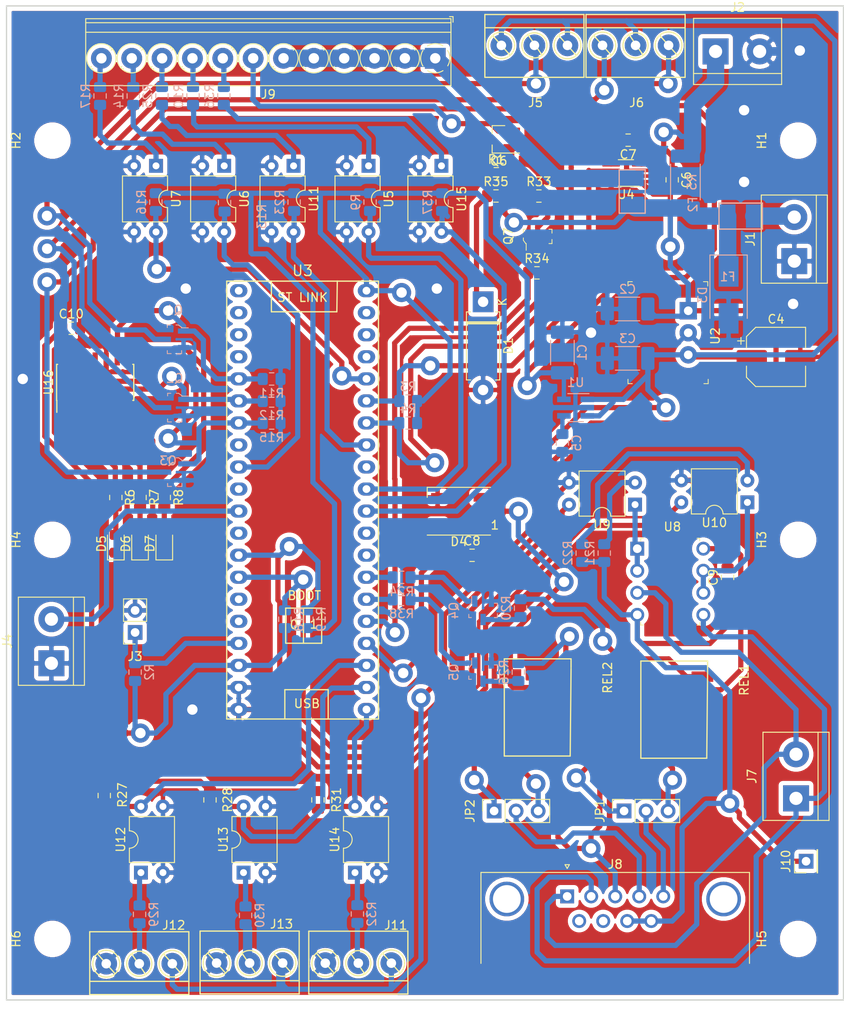
<source format=kicad_pcb>
(kicad_pcb (version 20171130) (host pcbnew "(5.1.0)-1")
  (layers (0 F.Cu signal) (31 B.Cu signal) (34 B.Paste user) (35 F.Paste user) (36 B.SilkS user) (37 F.SilkS user) (38 B.Mask user) (39 F.Mask user) (44 Edge.Cuts user))
  (net 0 "")
  (net 1 GND)
  (net 2 "Net-(Q4-Pad3)")
  (net 3 "Net-(Q4-Pad1)")
  (net 4 STEP)
  (net 5 "Net-(J6-Pad1)")
  (net 6 "Net-(J6-Pad3)")
  (net 7 DIR)
  (net 8 MTR_ENA)
  (net 9 "Net-(J5-Pad2)")
  (net 10 "Net-(Q5-Pad3)")
  (net 11 Relay_act2)
  (net 12 "Net-(U8-Pad1)")
  (net 13 "Net-(J7-Pad2)")
  (net 14 SonicGND)
  (net 15 "Net-(J7-Pad1)")
  (net 16 "Net-(U10-Pad1)")
  (net 17 Sonic24V)
  (net 18 +24V)
  (net 19 +5V)
  (net 20 "Net-(F2-Pad2)")
  (net 21 PistonTopBTN)
  (net 22 CycleStartBtn)
  (net 23 DoorOpenBTN)
  (net 24 WindowShutBTN)
  (net 25 "Net-(J11-Pad2)")
  (net 26 "Net-(J12-Pad2)")
  (net 27 "Net-(J13-Pad2)")
  (net 28 CycleBTNLED)
  (net 29 PixelStrip)
  (net 30 "Net-(F1-Pad2)")
  (net 31 "Net-(C6-Pad1)")
  (net 32 DoorOpen)
  (net 33 VCC)
  (net 34 "Net-(R17-Pad2)")
  (net 35 SDA)
  (net 36 SCL)
  (net 37 "Net-(D5-Pad2)")
  (net 38 "Net-(D6-Pad2)")
  (net 39 PistonTop)
  (net 40 "Net-(R14-Pad2)")
  (net 41 "Net-(R10-Pad2)")
  (net 42 "Net-(D7-Pad2)")
  (net 43 CycleStart)
  (net 44 WindowShut)
  (net 45 Estop2)
  (net 46 "Net-(R30-Pad2)")
  (net 47 "Net-(R29-Pad2)")
  (net 48 Beam1)
  (net 49 Beam2)
  (net 50 "Net-(R25-Pad2)")
  (net 51 Estop1)
  (net 52 "Net-(R20-Pad1)")
  (net 53 "Net-(R21-Pad1)")
  (net 54 "Net-(R22-Pad1)")
  (net 55 Relay_act1)
  (net 56 "Net-(R26-Pad1)")
  (net 57 "Net-(C5-Pad2)")
  (net 58 Pixel)
  (net 59 "Net-(JP1-Pad1)")
  (net 60 BTN2)
  (net 61 "Net-(JP1-Pad3)")
  (net 62 "Net-(JP2-Pad3)")
  (net 63 BTN1)
  (net 64 "Net-(JP2-Pad1)")
  (net 65 "Net-(J8-Pad0)")
  (net 66 "Net-(Q7-Pad3)")
  (net 67 CycleBTNLEDMCU)
  (net 68 "Net-(J3-Pad1)")
  (net 69 "Net-(Q6-Pad1)")
  (net 70 Beam3)
  (net 71 "Net-(R32-Pad2)")
  (net 72 "Net-(D1-Pad1)")
  (net 73 SpareBtn1)
  (net 74 "Net-(R36-Pad2)")
  (net 75 Spare1)
  (net 76 "Net-(Q5-Pad1)")
  (net 77 "Net-(R6-Pad1)")
  (net 78 "Net-(R7-Pad1)")
  (net 79 "Net-(R8-Pad1)")
  (module Package_SO:SOIC-14_3.9x8.7mm_P1.27mm (layer F.Cu) (at 110.45952 74.30516 90)
    (fp_text reference U16 (at 0 -5.375 90) (layer F.SilkS))
    (fp_text value 74LVC125)
    (pad 14 smd rect (at 2.7 -3.81 90) (size 1.5 0.6) (layers F.Cu F.Paste F.Mask) (net 33 VCC))
    (pad 13 smd rect (at 2.7 -2.54 90) (size 1.5 0.6) (layers F.Cu F.Paste F.Mask))
    (pad 12 smd rect (at 2.7 -1.27 90) (size 1.5 0.6) (layers F.Cu F.Paste F.Mask))
    (pad 11 smd rect (at 2.7 0 90) (size 1.5 0.6) (layers F.Cu F.Paste F.Mask))
    (pad 10 smd rect (at 2.7 1.27 90) (size 1.5 0.6) (layers F.Cu F.Paste F.Mask) (net 1 GND))
    (pad 9 smd rect (at 2.7 2.54 90) (size 1.5 0.6) (layers F.Cu F.Paste F.Mask) (net 8 MTR_ENA))
    (pad 8 smd rect (at 2.7 3.81 90) (size 1.5 0.6) (layers F.Cu F.Paste F.Mask) (net 79 "Net-(R8-Pad1)"))
    (pad 7 smd rect (at -2.7 3.81 90) (size 1.5 0.6) (layers F.Cu F.Paste F.Mask) (net 1 GND))
    (pad 6 smd rect (at -2.7 2.54 90) (size 1.5 0.6) (layers F.Cu F.Paste F.Mask) (net 78 "Net-(R7-Pad1)"))
    (pad 5 smd rect (at -2.7 1.27 90) (size 1.5 0.6) (layers F.Cu F.Paste F.Mask) (net 7 DIR))
    (pad 4 smd rect (at -2.7 0 90) (size 1.5 0.6) (layers F.Cu F.Paste F.Mask) (net 1 GND))
    (pad 3 smd rect (at -2.7 -1.27 90) (size 1.5 0.6) (layers F.Cu F.Paste F.Mask) (net 77 "Net-(R6-Pad1)"))
    (pad 2 smd rect (at -2.7 -2.54 90) (size 1.5 0.6) (layers F.Cu F.Paste F.Mask) (net 4 STEP))
    (pad 1 smd rect (at -2.7 -3.81 90) (size 1.5 0.6) (layers F.Cu F.Paste F.Mask) (net 1 GND))
  )
  (module Capacitor_SMD:C_0805_2012Metric_Pad1.15x1.40mm_HandSolder (layer F.Cu) (at 107.696 68.072)
    (fp_text reference C10 (at 0 -1.65) (layer F.SilkS))
    (fp_text value 100n)
    (pad 1 smd roundrect (at -1.025 0) (size 1.15 1.4) (layers F.Cu F.Paste F.Mask) (roundrect_rratio 0.217391) (net 33 VCC))
    (pad 2 smd roundrect (at 1.025 0) (size 1.15 1.4) (layers F.Cu F.Paste F.Mask) (roundrect_rratio 0.217391) (net 1 GND))
  )
  (module Capacitor_SMD:C_0805_2012Metric_Pad1.15x1.40mm_HandSolder (layer F.Cu) (at 183.388 96.774 90)
    (fp_text reference C9 (at 0 -1.65 90) (layer F.SilkS))
    (fp_text value 100n50V)
    (pad 1 smd roundrect (at -1.025 0 90) (size 1.15 1.4) (layers F.Cu F.Paste F.Mask) (roundrect_rratio 0.217391) (net 14 SonicGND))
    (pad 2 smd roundrect (at 1.025 0 90) (size 1.15 1.4) (layers F.Cu F.Paste F.Mask) (roundrect_rratio 0.217391) (net 17 Sonic24V))
  )
  (module digikey-footprints:DIP-8_W7.62mm (layer F.Cu) (at 172.974 93.472)
    (fp_text reference U8 (at 4.05 -2.52) (layer F.SilkS))
    (fp_text value LM358N_LTB)
    (pad 1 thru_hole rect (at 0 0) (size 1.6 1.6) (drill 1) (layers *.Cu *.Mask) (net 12 "Net-(U8-Pad1)"))
    (pad 2 thru_hole circle (at 0 2.54) (size 1.6 1.6) (drill 1) (layers *.Cu *.Mask) (net 12 "Net-(U8-Pad1)"))
    (pad 3 thru_hole circle (at 0 5.08) (size 1.6 1.6) (drill 1) (layers *.Cu *.Mask) (net 13 "Net-(J7-Pad2)"))
    (pad 4 thru_hole circle (at 0 7.62) (size 1.6 1.6) (drill 1) (layers *.Cu *.Mask) (net 14 SonicGND))
    (pad 5 thru_hole circle (at 7.62 7.62) (size 1.6 1.6) (drill 1) (layers *.Cu *.Mask) (net 15 "Net-(J7-Pad1)"))
    (pad 6 thru_hole circle (at 7.62 5.08) (size 1.6 1.6) (drill 1) (layers *.Cu *.Mask) (net 16 "Net-(U10-Pad1)"))
    (pad 7 thru_hole circle (at 7.62 2.54) (size 1.6 1.6) (drill 1) (layers *.Cu *.Mask) (net 16 "Net-(U10-Pad1)"))
    (pad 8 thru_hole circle (at 7.62 0) (size 1.6 1.6) (drill 1) (layers *.Cu *.Mask) (net 17 Sonic24V))
  )
  (module Resistor_SMD:R_0805_2012Metric_Pad1.15x1.40mm_HandSolder (layer B.Cu) (at 145.796 99.314)
    (fp_text reference R38 (at 0 1.65) (layer B.SilkS) (effects (justify mirror)))
    (fp_text value 100R)
    (pad 2 smd roundrect (at 1.025 0) (size 1.15 1.4) (layers B.Cu B.Paste B.Mask) (roundrect_rratio 0.217391) (net 76 "Net-(Q5-Pad1)"))
    (pad 1 smd roundrect (at -1.025 0) (size 1.15 1.4) (layers B.Cu B.Paste B.Mask) (roundrect_rratio 0.217391) (net 11 Relay_act2))
  )
  (module Connector_PinSocket_2.54mm:PinSocket_1x03_P2.54mm_Vertical (layer F.Cu) (at 171.45 123.698 90)
    (fp_text reference JP1 (at 0 -2.77 90) (layer F.SilkS))
    (fp_text value Btn2jumper)
    (pad 3 thru_hole oval (at 0 5.08 90) (size 1.7 1.7) (drill 1) (layers *.Cu *.Mask) (net 61 "Net-(JP1-Pad3)"))
    (pad 2 thru_hole oval (at 0 2.54 90) (size 1.7 1.7) (drill 1) (layers *.Cu *.Mask) (net 60 BTN2))
    (pad 1 thru_hole rect (at 0 0 90) (size 1.7 1.7) (drill 1) (layers *.Cu *.Mask) (net 59 "Net-(JP1-Pad1)"))
  )
  (module TerminalBlock:TerminalBlock_bornier-2_P5.08mm (layer F.Cu) (at 191.28232 122.24512 90)
    (fp_text reference J7 (at 2.54 -5.08 90) (layer F.SilkS))
    (fp_text value Estop)
    (pad 2 thru_hole circle (at 5.08 0 90) (size 3 3) (drill 1.52) (layers *.Cu *.Mask) (net 13 "Net-(J7-Pad2)"))
    (pad 1 thru_hole rect (at 0 0 90) (size 3 3) (drill 1.52) (layers *.Cu *.Mask) (net 15 "Net-(J7-Pad1)"))
  )
  (module Libs:MKDS1,3-3,81 (layer F.Cu) (at 127.889 138.176)
    (fp_text reference J13 (at 4.06146 -1.44526 180) (layer F.SilkS))
    (fp_text value Proximity2)
    (pad 3 thru_hole circle (at 4.191 3.048) (size 2.5 2.5) (drill 1.1) (layers *.Cu *.Mask) (net 18 +24V))
    (pad 2 thru_hole circle (at 0.381 3.048) (size 2.5 2.5) (drill 1.1) (layers *.Cu *.Mask) (net 27 "Net-(J13-Pad2)"))
    (pad 1 thru_hole circle (at -3.429 3.048) (size 2.5 2.5) (drill 1.1) (layers *.Cu *.Mask) (net 1 GND))
  )
  (module Libs:MKDS1,3-3,81 (layer F.Cu) (at 115.1636 138.2522)
    (fp_text reference J12 (at 4.35356 -1.38176) (layer F.SilkS))
    (fp_text value Proximity2)
    (pad 3 thru_hole circle (at 4.191 3.048) (size 2.5 2.5) (drill 1.1) (layers *.Cu *.Mask) (net 18 +24V))
    (pad 2 thru_hole circle (at 0.381 3.048) (size 2.5 2.5) (drill 1.1) (layers *.Cu *.Mask) (net 26 "Net-(J12-Pad2)"))
    (pad 1 thru_hole circle (at -3.429 3.048) (size 2.5 2.5) (drill 1.1) (layers *.Cu *.Mask) (net 1 GND))
  )
  (module Libs:MKDS1,3-3,81 (layer F.Cu) (at 140.4239 138.1887)
    (fp_text reference J11 (at 4.69138 -1.31826) (layer F.SilkS))
    (fp_text value Proximity2)
    (pad 3 thru_hole circle (at 4.191 3.048) (size 2.5 2.5) (drill 1.1) (layers *.Cu *.Mask) (net 18 +24V))
    (pad 2 thru_hole circle (at 0.381 3.048) (size 2.5 2.5) (drill 1.1) (layers *.Cu *.Mask) (net 25 "Net-(J11-Pad2)"))
    (pad 1 thru_hole circle (at -3.429 3.048) (size 2.5 2.5) (drill 1.1) (layers *.Cu *.Mask) (net 1 GND))
  )
  (module Libs:MKDS1,3-3,81 (layer F.Cu) (at 173.15688 38.51656 180)
    (fp_text reference J6 (at 0.254 -3.556 180) (layer F.SilkS))
    (fp_text value Servo2)
    (pad 3 thru_hole circle (at 4.191 3.048 180) (size 2.5 2.5) (drill 1.1) (layers *.Cu *.Mask) (net 6 "Net-(J6-Pad3)"))
    (pad 2 thru_hole circle (at 0.381 3.048 180) (size 2.5 2.5) (drill 1.1) (layers *.Cu *.Mask) (net 19 +5V))
    (pad 1 thru_hole circle (at -3.429 3.048 180) (size 2.5 2.5) (drill 1.1) (layers *.Cu *.Mask) (net 5 "Net-(J6-Pad1)"))
  )
  (module Libs:MKDS1,3-3,81 (layer F.Cu) (at 161.4932 38.51656 180)
    (fp_text reference J5 (at 0.254 -3.556 180) (layer F.SilkS))
    (fp_text value Servo1)
    (pad 3 thru_hole circle (at 4.191 3.048 180) (size 2.5 2.5) (drill 1.1) (layers *.Cu *.Mask) (net 19 +5V))
    (pad 2 thru_hole circle (at 0.381 3.048 180) (size 2.5 2.5) (drill 1.1) (layers *.Cu *.Mask) (net 9 "Net-(J5-Pad2)"))
    (pad 1 thru_hole circle (at -3.429 3.048 180) (size 2.5 2.5) (drill 1.1) (layers *.Cu *.Mask) (net 19 +5V))
  )
  (module Package_DIP:DIP-4_W7.62mm (layer F.Cu) (at 150.3934 49.3522 270)
    (fp_text reference U15 (at 3.81 -2.33 270) (layer F.SilkS))
    (fp_text value PC817)
    (pad 4 thru_hole oval (at 7.62 0 270) (size 1.6 1.6) (drill 0.8) (layers *.Cu *.Mask) (net 75 Spare1))
    (pad 2 thru_hole oval (at 0 2.54 270) (size 1.6 1.6) (drill 0.8) (layers *.Cu *.Mask) (net 1 GND))
    (pad 3 thru_hole oval (at 7.62 2.54 270) (size 1.6 1.6) (drill 0.8) (layers *.Cu *.Mask) (net 1 GND))
    (pad 1 thru_hole rect (at 0 0 270) (size 1.6 1.6) (drill 0.8) (layers *.Cu *.Mask) (net 74 "Net-(R36-Pad2)"))
  )
  (module Libs:Bluepill (layer F.Cu) (at 134.3787 87.8713 270)
    (fp_text reference U3 (at -26.43 0) (layer F.SilkS) (effects (font (size 1.2 1.2))))
    (fp_text value Bluepill)
    (fp_text user "ST LINK" (at -23.35 0) (layer F.SilkS))
    (fp_text user 1 (at 14.3 -1.3) (layer F.SilkS))
    (fp_text user 0 (at 14.35 1) (layer F.SilkS))
    (fp_text user BOOT (at 11 -0.2) (layer F.SilkS))
    (fp_text user USB (at 23.45 -0.5) (layer F.SilkS))
    (pad 40 thru_hole oval (at -24.13 -7.366 270) (size 1.5 2) (drill 0.9) (layers *.Cu *.Mask) (net 33 VCC))
    (pad 1 thru_hole oval (at -24.13 7.366 270) (size 1.5 2) (drill 0.9) (layers *.Cu *.Mask))
    (pad 39 thru_hole oval (at -21.59 -7.366 270) (size 1.5 2) (drill 0.9) (layers *.Cu *.Mask))
    (pad 2 thru_hole oval (at -21.59 7.366 270) (size 1.5 2) (drill 0.9) (layers *.Cu *.Mask))
    (pad 38 thru_hole oval (at -19.05 -7.366 270) (size 1.5 2) (drill 0.9) (layers *.Cu *.Mask))
    (pad 3 thru_hole oval (at -19.05 7.366 270) (size 1.5 2) (drill 0.9) (layers *.Cu *.Mask))
    (pad 37 thru_hole oval (at -16.51 -7.366 270) (size 1.5 2) (drill 0.9) (layers *.Cu *.Mask))
    (pad 4 thru_hole oval (at -16.51 7.366 270) (size 1.5 2) (drill 0.9) (layers *.Cu *.Mask))
    (pad 36 thru_hole oval (at -13.97 -7.366 270) (size 1.5 2) (drill 0.9) (layers *.Cu *.Mask) (net 44 WindowShut))
    (pad 5 thru_hole oval (at -13.97 7.366 270) (size 1.5 2) (drill 0.9) (layers *.Cu *.Mask) (net 8 MTR_ENA))
    (pad 35 thru_hole oval (at -11.43 -7.366 270) (size 1.5 2) (drill 0.9) (layers *.Cu *.Mask) (net 35 SDA))
    (pad 6 thru_hole oval (at -11.43 7.366 270) (size 1.5 2) (drill 0.9) (layers *.Cu *.Mask) (net 7 DIR))
    (pad 34 thru_hole oval (at -8.89 -7.366 270) (size 1.5 2) (drill 0.9) (layers *.Cu *.Mask) (net 36 SCL))
    (pad 7 thru_hole oval (at -8.89 7.366 270) (size 1.5 2) (drill 0.9) (layers *.Cu *.Mask) (net 4 STEP))
    (pad 33 thru_hole oval (at -6.35 -7.366 270) (size 1.5 2) (drill 0.9) (layers *.Cu *.Mask) (net 43 CycleStart))
    (pad 8 thru_hole oval (at -6.35 7.366 270) (size 1.5 2) (drill 0.9) (layers *.Cu *.Mask))
    (pad 32 thru_hole oval (at -3.81 -7.366 270) (size 1.5 2) (drill 0.9) (layers *.Cu *.Mask))
    (pad 9 thru_hole oval (at -3.81 7.366 270) (size 1.5 2) (drill 0.9) (layers *.Cu *.Mask) (net 32 DoorOpen))
    (pad 31 thru_hole oval (at -1.27 -7.366 270) (size 1.5 2) (drill 0.9) (layers *.Cu *.Mask) (net 39 PistonTop))
    (pad 10 thru_hole oval (at -1.27 7.366 270) (size 1.5 2) (drill 0.9) (layers *.Cu *.Mask))
    (pad 30 thru_hole oval (at 1.27 -7.366 270) (size 1.5 2) (drill 0.9) (layers *.Cu *.Mask) (net 75 Spare1))
    (pad 11 thru_hole oval (at 1.27 7.366 270) (size 1.5 2) (drill 0.9) (layers *.Cu *.Mask) (net 29 PixelStrip))
    (pad 29 thru_hole oval (at 3.81 -7.366 270) (size 1.5 2) (drill 0.9) (layers *.Cu *.Mask))
    (pad 12 thru_hole oval (at 3.81 7.366 270) (size 1.5 2) (drill 0.9) (layers *.Cu *.Mask))
    (pad 28 thru_hole oval (at 6.35 -7.366 270) (size 1.5 2) (drill 0.9) (layers *.Cu *.Mask))
    (pad 13 thru_hole oval (at 6.35 7.366 270) (size 1.5 2) (drill 0.9) (layers *.Cu *.Mask) (net 45 Estop2))
    (pad 27 thru_hole oval (at 8.89 -7.366 270) (size 1.5 2) (drill 0.9) (layers *.Cu *.Mask) (net 55 Relay_act1))
    (pad 14 thru_hole oval (at 8.89 7.366 270) (size 1.5 2) (drill 0.9) (layers *.Cu *.Mask) (net 51 Estop1))
    (pad 26 thru_hole oval (at 11.43 -7.366 270) (size 1.5 2) (drill 0.9) (layers *.Cu *.Mask) (net 11 Relay_act2))
    (pad 15 thru_hole oval (at 11.43 7.366 270) (size 1.5 2) (drill 0.9) (layers *.Cu *.Mask))
    (pad 25 thru_hole oval (at 13.97 -7.366 270) (size 1.5 2) (drill 0.9) (layers *.Cu *.Mask) (net 67 CycleBTNLEDMCU))
    (pad 16 thru_hole oval (at 13.97 7.366 270) (size 1.5 2) (drill 0.9) (layers *.Cu *.Mask))
    (pad 24 thru_hole oval (at 16.51 -7.366 270) (size 1.5 2) (drill 0.9) (layers *.Cu *.Mask) (net 58 Pixel))
    (pad 17 thru_hole oval (at 16.51 7.366 270) (size 1.5 2) (drill 0.9) (layers *.Cu *.Mask) (net 68 "Net-(J3-Pad1)"))
    (pad 23 thru_hole oval (at 19.05 -7.366 270) (size 1.5 2) (drill 0.9) (layers *.Cu *.Mask) (net 49 Beam2))
    (pad 18 thru_hole oval (at 19.05 7.366 270) (size 1.5 2) (drill 0.9) (layers *.Cu *.Mask) (net 33 VCC))
    (pad 22 thru_hole oval (at 21.59 -7.366 270) (size 1.5 2) (drill 0.9) (layers *.Cu *.Mask) (net 48 Beam1))
    (pad 19 thru_hole oval (at 21.59 7.366 270) (size 1.5 2) (drill 0.9) (layers *.Cu *.Mask) (net 1 GND))
    (pad 21 thru_hole oval (at 24.13 -7.366 270) (size 1.5 2) (drill 0.9) (layers *.Cu *.Mask) (net 70 Beam3))
    (pad 20 thru_hole oval (at 24.13 7.366 270) (size 1.5 2) (drill 0.9) (layers *.Cu *.Mask) (net 1 GND))
  )
  (module Libs:IM03GR (layer F.Cu) (at 164.338 108.966 270)
    (fp_text reference REL2 (at -0.635 -5.215 270) (layer F.SilkS))
    (fp_text value IM03GR)
    (pad 4 smd rect (at 6.6 6 270) (size 1.2 2.5) (layers F.Cu F.Paste F.Mask) (net 62 "Net-(JP2-Pad3)"))
    (pad 3 smd rect (at 4.4 6 270) (size 1.2 2.5) (layers F.Cu F.Paste F.Mask) (net 17 Sonic24V))
    (pad 2 smd rect (at 2.2 6 270) (size 1.2 2.5) (layers F.Cu F.Paste F.Mask) (net 64 "Net-(JP2-Pad1)"))
    (pad 1 smd rect (at -1 6 270) (size 1.2 2.5) (layers F.Cu F.Paste F.Mask) (net 19 +5V))
    (pad 5 smd rect (at 6.6 -0.4 270) (size 1.2 2.5) (layers F.Cu F.Paste F.Mask))
    (pad 6 smd rect (at 4.4 -0.4 270) (size 1.2 2.5) (layers F.Cu F.Paste F.Mask))
    (pad 7 smd rect (at 2.2 -0.4 270) (size 1.2 2.5) (layers F.Cu F.Paste F.Mask))
    (pad 8 smd rect (at -1 -0.4 270) (size 1.2 2.5) (layers F.Cu F.Paste F.Mask) (net 56 "Net-(R26-Pad1)"))
  )
  (module Libs:IM03GR (layer F.Cu) (at 180.086 109.22 270)
    (fp_text reference REL1 (at -0.635 -5.215 270) (layer F.SilkS))
    (fp_text value IM03GR)
    (pad 4 smd rect (at 6.6 6 270) (size 1.2 2.5) (layers F.Cu F.Paste F.Mask) (net 61 "Net-(JP1-Pad3)"))
    (pad 3 smd rect (at 4.4 6 270) (size 1.2 2.5) (layers F.Cu F.Paste F.Mask) (net 17 Sonic24V))
    (pad 2 smd rect (at 2.2 6 270) (size 1.2 2.5) (layers F.Cu F.Paste F.Mask) (net 59 "Net-(JP1-Pad1)"))
    (pad 1 smd rect (at -1 6 270) (size 1.2 2.5) (layers F.Cu F.Paste F.Mask) (net 19 +5V))
    (pad 5 smd rect (at 6.6 -0.4 270) (size 1.2 2.5) (layers F.Cu F.Paste F.Mask))
    (pad 6 smd rect (at 4.4 -0.4 270) (size 1.2 2.5) (layers F.Cu F.Paste F.Mask))
    (pad 7 smd rect (at 2.2 -0.4 270) (size 1.2 2.5) (layers F.Cu F.Paste F.Mask))
    (pad 8 smd rect (at -1 -0.4 270) (size 1.2 2.5) (layers F.Cu F.Paste F.Mask) (net 52 "Net-(R20-Pad1)"))
  )
  (module Resistor_SMD:R_0805_2012Metric_Pad1.15x1.40mm_HandSolder (layer B.Cu) (at 150.4696 53.530557 270)
    (fp_text reference R37 (at 0 1.65 270) (layer B.SilkS) (effects (justify mirror)))
    (fp_text value 10K)
    (pad 2 smd roundrect (at 1.025 0 270) (size 1.15 1.4) (layers B.Cu B.Paste B.Mask) (roundrect_rratio 0.217391) (net 75 Spare1))
    (pad 1 smd roundrect (at -1.025 0 270) (size 1.15 1.4) (layers B.Cu B.Paste B.Mask) (roundrect_rratio 0.217391) (net 33 VCC))
  )
  (module Resistor_SMD:R_0805_2012Metric_Pad1.15x1.40mm_HandSolder (layer B.Cu) (at 125.2982 41.3004 270)
    (fp_text reference R36 (at 0 1.65 270) (layer B.SilkS) (effects (justify mirror)))
    (fp_text value 1K-2K)
    (pad 2 smd roundrect (at 1.025 0 270) (size 1.15 1.4) (layers B.Cu B.Paste B.Mask) (roundrect_rratio 0.217391) (net 74 "Net-(R36-Pad2)"))
    (pad 1 smd roundrect (at -1.025 0 270) (size 1.15 1.4) (layers B.Cu B.Paste B.Mask) (roundrect_rratio 0.217391) (net 73 SpareBtn1))
  )
  (module Resistor_SMD:R_0805_2012Metric_Pad1.15x1.40mm_HandSolder (layer F.Cu) (at 156.6799 52.82692)
    (fp_text reference R35 (at 0 -1.65) (layer F.SilkS))
    (fp_text value 2K)
    (pad 2 smd roundrect (at 1.025 0) (size 1.15 1.4) (layers F.Cu F.Paste F.Mask) (roundrect_rratio 0.217391) (net 18 +24V))
    (pad 1 smd roundrect (at -1.025 0) (size 1.15 1.4) (layers F.Cu F.Paste F.Mask) (roundrect_rratio 0.217391) (net 72 "Net-(D1-Pad1)"))
  )
  (module Libs:LittleFuse_110F_24V (layer B.Cu) (at 172.3898 53.8099 90)
    (fp_text reference F2 (at 0 7 90) (layer B.SilkS) (effects (justify mirror)))
    (fp_text value 100-300mA)
    (pad 2 smd trapezoid (at 3 0 90) (size 1.8 2.7) (layers B.Cu B.Paste B.Mask) (net 20 "Net-(F2-Pad2)"))
    (pad 1 smd trapezoid (at 0 0 90) (size 1.8 2.7) (layers B.Cu B.Paste B.Mask) (net 18 +24V))
  )
  (module Libs:LittleFuse_110F_24V (layer B.Cu) (at 183.4007 55.1434)
    (fp_text reference F1 (at 0 7) (layer B.SilkS) (effects (justify mirror)))
    (fp_text value Polyfuse)
    (pad 2 smd trapezoid (at 3 0) (size 1.8 2.7) (layers B.Cu B.Paste B.Mask) (net 30 "Net-(F1-Pad2)"))
    (pad 1 smd trapezoid (at 0 0) (size 1.8 2.7) (layers B.Cu B.Paste B.Mask) (net 18 +24V))
  )
  (module Diode_THT:D_DO-15_P10.16mm_Horizontal (layer F.Cu) (at 155.194 65.024 270)
    (fp_text reference D1 (at 5.08 -2.92 270) (layer F.SilkS))
    (fp_text value 26v)
    (fp_text user K (at 0 -2.2 270) (layer F.SilkS))
    (pad 2 thru_hole oval (at 10.16 0 270) (size 2.4 2.4) (drill 1.2) (layers *.Cu *.Mask) (net 1 GND))
    (pad 1 thru_hole rect (at 0 0 270) (size 2.4 2.4) (drill 1.2) (layers *.Cu *.Mask) (net 72 "Net-(D1-Pad1)"))
  )
  (module Connector_PinSocket_2.54mm:PinSocket_1x02_P2.54mm_Vertical (layer F.Cu) (at 115.062 103.124 180)
    (fp_text reference J3 (at 0 -2.77 180) (layer F.SilkS))
    (fp_text value Reset_switch)
    (pad 1 thru_hole rect (at 0 0 180) (size 1.7 1.7) (drill 1) (layers *.Cu *.Mask) (net 68 "Net-(J3-Pad1)"))
    (pad 2 thru_hole oval (at 0 2.54 180) (size 1.7 1.7) (drill 1) (layers *.Cu *.Mask) (net 1 GND))
  )
  (module Package_DIP:DIP-4_W7.62mm (layer F.Cu) (at 140.42136 130.79984 90)
    (fp_text reference U14 (at 3.81 -2.33 90) (layer F.SilkS))
    (fp_text value PC817)
    (pad 1 thru_hole rect (at 0 0 90) (size 1.6 1.6) (drill 0.8) (layers *.Cu *.Mask) (net 71 "Net-(R32-Pad2)"))
    (pad 3 thru_hole oval (at 7.62 2.54 90) (size 1.6 1.6) (drill 0.8) (layers *.Cu *.Mask) (net 1 GND))
    (pad 2 thru_hole oval (at 0 2.54 90) (size 1.6 1.6) (drill 0.8) (layers *.Cu *.Mask) (net 1 GND))
    (pad 4 thru_hole oval (at 7.62 0 90) (size 1.6 1.6) (drill 0.8) (layers *.Cu *.Mask) (net 70 Beam3))
  )
  (module Package_TO_SOT_SMD:SOT-23_Handsoldering (layer F.Cu) (at 156.9974 46.29912 180)
    (fp_text reference Q6 (at 0 -2.5 180) (layer F.SilkS))
    (fp_text value A03401-Peters)
    (pad 1 smd rect (at -1.5 -0.95 180) (size 1.9 0.8) (layers F.Cu F.Paste F.Mask) (net 69 "Net-(Q6-Pad1)"))
    (pad 2 smd rect (at -1.5 0.95 180) (size 1.9 0.8) (layers F.Cu F.Paste F.Mask) (net 28 CycleBTNLED))
    (pad 3 smd rect (at 1.5 0 180) (size 1.9 0.8) (layers F.Cu F.Paste F.Mask) (net 72 "Net-(D1-Pad1)"))
  )
  (module Resistor_SMD:R_0805_2012Metric_Pad1.15x1.40mm_HandSolder (layer F.Cu) (at 161.40684 61.68644)
    (fp_text reference R34 (at 0 -1.65) (layer F.SilkS))
    (fp_text value 10K)
    (pad 2 smd roundrect (at 1.025 0) (size 1.15 1.4) (layers F.Cu F.Paste F.Mask) (roundrect_rratio 0.217391) (net 1 GND))
    (pad 1 smd roundrect (at -1.025 0) (size 1.15 1.4) (layers F.Cu F.Paste F.Mask) (roundrect_rratio 0.217391) (net 67 CycleBTNLEDMCU))
  )
  (module Resistor_SMD:R_0805_2012Metric_Pad1.15x1.40mm_HandSolder (layer F.Cu) (at 161.63036 52.832)
    (fp_text reference R33 (at 0 -1.65) (layer F.SilkS))
    (fp_text value 10K)
    (pad 1 smd roundrect (at -1.025 0) (size 1.15 1.4) (layers F.Cu F.Paste F.Mask) (roundrect_rratio 0.217391) (net 69 "Net-(Q6-Pad1)"))
    (pad 2 smd roundrect (at 1.025 0) (size 1.15 1.4) (layers F.Cu F.Paste F.Mask) (roundrect_rratio 0.217391) (net 66 "Net-(Q7-Pad3)"))
  )
  (module Resistor_SMD:R_0805_2012Metric_Pad1.15x1.40mm_HandSolder (layer B.Cu) (at 140.69568 135.57112 90)
    (fp_text reference R32 (at 0 1.65 90) (layer B.SilkS) (effects (justify mirror)))
    (fp_text value 2K)
    (pad 2 smd roundrect (at 1.025 0 90) (size 1.15 1.4) (layers B.Cu B.Paste B.Mask) (roundrect_rratio 0.217391) (net 71 "Net-(R32-Pad2)"))
    (pad 1 smd roundrect (at -1.025 0 90) (size 1.15 1.4) (layers B.Cu B.Paste B.Mask) (roundrect_rratio 0.217391) (net 25 "Net-(J11-Pad2)"))
  )
  (module Resistor_SMD:R_0805_2012Metric_Pad1.15x1.40mm_HandSolder (layer F.Cu) (at 136.144 122.428 270)
    (fp_text reference R31 (at -0.00508 -2.14884 270) (layer F.SilkS))
    (fp_text value 10K)
    (pad 1 smd roundrect (at -1.025 0 270) (size 1.15 1.4) (layers F.Cu F.Paste F.Mask) (roundrect_rratio 0.217391) (net 33 VCC))
    (pad 2 smd roundrect (at 1.025 0 270) (size 1.15 1.4) (layers F.Cu F.Paste F.Mask) (roundrect_rratio 0.217391) (net 70 Beam3))
  )
  (module digikey-footprints:SOT-23-3 (layer F.Cu) (at 161.48812 57.48528 90)
    (fp_text reference Q7 (at 0.025 -3.375 90) (layer F.SilkS))
    (fp_text value BSS138)
    (pad 3 smd rect (at 1.05 0 90) (size 1.3 0.6) (layers F.Cu F.Paste F.Mask) (net 66 "Net-(Q7-Pad3)"))
    (pad 2 smd rect (at -1.05 0.95 90) (size 1.3 0.6) (layers F.Cu F.Paste F.Mask) (net 1 GND))
    (pad 1 smd rect (at -1.05 -0.95 90) (size 1.3 0.6) (layers F.Cu F.Paste F.Mask) (net 67 CycleBTNLEDMCU))
  )
  (module Capacitor_SMD:CP_Elec_6.3x5.4 (layer F.Cu) (at 188.976 71.374)
    (fp_text reference C4 (at 0 -4.35) (layer F.SilkS))
    (fp_text value 68uf)
    (pad 1 smd roundrect (at -2.8 0) (size 3.5 1.6) (layers F.Cu F.Paste F.Mask) (roundrect_rratio 0.15625) (net 19 +5V))
    (pad 2 smd roundrect (at 2.8 0) (size 3.5 1.6) (layers F.Cu F.Paste F.Mask) (roundrect_rratio 0.15625) (net 1 GND))
  )
  (module Capacitor_SMD:C_0805_2012Metric_Pad1.15x1.40mm_HandSolder (layer F.Cu) (at 153.924 94.234)
    (fp_text reference C8 (at 0 -1.65) (layer F.SilkS))
    (fp_text value 100n)
    (pad 2 smd roundrect (at 1.025 0) (size 1.15 1.4) (layers F.Cu F.Paste F.Mask) (roundrect_rratio 0.217391) (net 19 +5V))
    (pad 1 smd roundrect (at -1.025 0) (size 1.15 1.4) (layers F.Cu F.Paste F.Mask) (roundrect_rratio 0.217391) (net 1 GND))
  )
  (module Capacitor_SMD:C_0805_2012Metric_Pad1.15x1.40mm_HandSolder (layer B.Cu) (at 164.338 81.289 90)
    (fp_text reference C5 (at 0 1.65 90) (layer B.SilkS) (effects (justify mirror)))
    (fp_text value 10p)
    (pad 1 smd roundrect (at -1.025 0 90) (size 1.15 1.4) (layers B.Cu B.Paste B.Mask) (roundrect_rratio 0.217391) (net 1 GND))
    (pad 2 smd roundrect (at 1.025 0 90) (size 1.15 1.4) (layers B.Cu B.Paste B.Mask) (roundrect_rratio 0.217391) (net 57 "Net-(C5-Pad2)"))
  )
  (module Capacitor_SMD:C_0805_2012Metric_Pad1.15x1.40mm_HandSolder (layer F.Cu) (at 176.9999 50.9651 270)
    (fp_text reference C6 (at 0 -1.65 270) (layer F.SilkS))
    (fp_text value 10p)
    (pad 2 smd roundrect (at 1.025 0 270) (size 1.15 1.4) (layers F.Cu F.Paste F.Mask) (roundrect_rratio 0.217391) (net 18 +24V))
    (pad 1 smd roundrect (at -1.025 0 270) (size 1.15 1.4) (layers F.Cu F.Paste F.Mask) (roundrect_rratio 0.217391) (net 31 "Net-(C6-Pad1)"))
  )
  (module Capacitor_SMD:C_0805_2012Metric_Pad1.15x1.40mm_HandSolder (layer F.Cu) (at 171.9199 46.3931 180)
    (fp_text reference C7 (at 0 -1.65 180) (layer F.SilkS))
    (fp_text value 100n)
    (pad 1 smd roundrect (at -1.025 0 180) (size 1.15 1.4) (layers F.Cu F.Paste F.Mask) (roundrect_rratio 0.217391) (net 33 VCC))
    (pad 2 smd roundrect (at 1.025 0 180) (size 1.15 1.4) (layers F.Cu F.Paste F.Mask) (roundrect_rratio 0.217391) (net 1 GND))
  )
  (module Capacitor_SMD:C_2010_5025Metric_Pad1.52x2.65mm_HandSolder (layer B.Cu) (at 171.8564 71.5391 180)
    (fp_text reference C3 (at 0 2.28 180) (layer B.SilkS) (effects (justify mirror)))
    (fp_text value 22uF/16V)
    (pad 1 smd roundrect (at -2.3375 0 180) (size 1.525 2.65) (layers B.Cu B.Paste B.Mask) (roundrect_rratio 0.163934) (net 19 +5V))
    (pad 2 smd roundrect (at 2.3375 0 180) (size 1.525 2.65) (layers B.Cu B.Paste B.Mask) (roundrect_rratio 0.163934) (net 1 GND))
  )
  (module Capacitor_SMD:C_2010_5025Metric_Pad1.52x2.65mm_HandSolder (layer B.Cu) (at 164.338 70.866 90)
    (fp_text reference C1 (at 0 2.28 90) (layer B.SilkS) (effects (justify mirror)))
    (fp_text value 10uF/50V)
    (pad 2 smd roundrect (at 2.3375 0 90) (size 1.525 2.65) (layers B.Cu B.Paste B.Mask) (roundrect_rratio 0.163934) (net 1 GND))
    (pad 1 smd roundrect (at -2.3375 0 90) (size 1.525 2.65) (layers B.Cu B.Paste B.Mask) (roundrect_rratio 0.163934) (net 33 VCC))
  )
  (module Capacitor_SMD:C_2010_5025Metric_Pad1.52x2.65mm_HandSolder (layer B.Cu) (at 171.8564 65.8495 180)
    (fp_text reference C2 (at 0 2.28 180) (layer B.SilkS) (effects (justify mirror)))
    (fp_text value 10uF/50V)
    (pad 1 smd roundrect (at -2.3375 0 180) (size 1.525 2.65) (layers B.Cu B.Paste B.Mask) (roundrect_rratio 0.163934) (net 18 +24V))
    (pad 2 smd roundrect (at 2.3375 0 180) (size 1.525 2.65) (layers B.Cu B.Paste B.Mask) (roundrect_rratio 0.163934) (net 1 GND))
  )
  (module Connector_Dsub:DSUB-9_Male_Horizontal_P2.77x2.84mm_EdgePinOffset4.94mm_Housed_MountingHolesOffset7.48mm (layer F.Cu) (at 164.89172 133.54304)
    (fp_text reference J8 (at 5.54 -3.7) (layer F.SilkS))
    (fp_text value "Swiss Sonic cable")
    (pad 1 thru_hole rect (at 0 0) (size 1.6 1.6) (drill 1) (layers *.Cu *.Mask) (net 13 "Net-(J7-Pad2)"))
    (pad 2 thru_hole circle (at 2.77 0) (size 1.6 1.6) (drill 1) (layers *.Cu *.Mask) (net 15 "Net-(J7-Pad1)"))
    (pad 3 thru_hole circle (at 5.54 0) (size 1.6 1.6) (drill 1) (layers *.Cu *.Mask) (net 17 Sonic24V))
    (pad 4 thru_hole circle (at 8.31 0) (size 1.6 1.6) (drill 1) (layers *.Cu *.Mask) (net 63 BTN1))
    (pad 5 thru_hole circle (at 11.08 0) (size 1.6 1.6) (drill 1) (layers *.Cu *.Mask) (net 60 BTN2))
    (pad 6 thru_hole circle (at 1.385 2.84) (size 1.6 1.6) (drill 1) (layers *.Cu *.Mask))
    (pad 7 thru_hole circle (at 4.155 2.84) (size 1.6 1.6) (drill 1) (layers *.Cu *.Mask))
    (pad 8 thru_hole circle (at 6.925 2.84) (size 1.6 1.6) (drill 1) (layers *.Cu *.Mask) (net 14 SonicGND))
    (pad 9 thru_hole circle (at 9.695 2.84) (size 1.6 1.6) (drill 1) (layers *.Cu *.Mask) (net 14 SonicGND))
    (pad 0 thru_hole circle (at -6.96 0.3) (size 4 4) (drill 3.2) (layers *.Cu *.Mask) (net 65 "Net-(J8-Pad0)"))
    (pad 0 thru_hole circle (at 18.04 0.3) (size 4 4) (drill 3.2) (layers *.Cu *.Mask) (net 65 "Net-(J8-Pad0)"))
  )
  (module Connector_PinHeader_2.54mm:PinHeader_1x01_P2.54mm_Vertical (layer F.Cu) (at 192.44056 129.49428 90)
    (fp_text reference J10 (at 0 -2.33 90) (layer F.SilkS))
    (fp_text value SonicGND)
    (pad 1 thru_hole rect (at 0 0 90) (size 1.7 1.7) (drill 1) (layers *.Cu *.Mask) (net 14 SonicGND))
  )
  (module Connector_PinSocket_2.54mm:PinSocket_1x03_P2.54mm_Vertical (layer F.Cu) (at 156.464 123.698 90)
    (fp_text reference JP2 (at 0 -2.77 90) (layer F.SilkS))
    (fp_text value Btn1jumper)
    (pad 3 thru_hole oval (at 0 5.08 90) (size 1.7 1.7) (drill 1) (layers *.Cu *.Mask) (net 62 "Net-(JP2-Pad3)"))
    (pad 2 thru_hole oval (at 0 2.54 90) (size 1.7 1.7) (drill 1) (layers *.Cu *.Mask) (net 63 BTN1))
    (pad 1 thru_hole rect (at 0 0 90) (size 1.7 1.7) (drill 1) (layers *.Cu *.Mask) (net 64 "Net-(JP2-Pad1)"))
  )
  (module Diode_SMD:D_0805_2012Metric_Pad1.15x1.40mm_HandSolder (layer F.Cu) (at 112.838671 92.907837 90)
    (fp_text reference D5 (at 0 -1.65 90) (layer F.SilkS))
    (fp_text value Green)
    (pad 1 smd roundrect (at -1.025 0 90) (size 1.15 1.4) (layers F.Cu F.Paste F.Mask) (roundrect_rratio 0.217391) (net 1 GND))
    (pad 2 smd roundrect (at 1.025 0 90) (size 1.15 1.4) (layers F.Cu F.Paste F.Mask) (roundrect_rratio 0.217391) (net 37 "Net-(D5-Pad2)"))
  )
  (module Diode_SMD:D_0805_2012Metric_Pad1.15x1.40mm_HandSolder (layer F.Cu) (at 115.632671 92.907837 90)
    (fp_text reference D6 (at 0 -1.65 90) (layer F.SilkS))
    (fp_text value Green)
    (pad 2 smd roundrect (at 1.025 0 90) (size 1.15 1.4) (layers F.Cu F.Paste F.Mask) (roundrect_rratio 0.217391) (net 38 "Net-(D6-Pad2)"))
    (pad 1 smd roundrect (at -1.025 0 90) (size 1.15 1.4) (layers F.Cu F.Paste F.Mask) (roundrect_rratio 0.217391) (net 1 GND))
  )
  (module Diode_SMD:D_0805_2012Metric_Pad1.15x1.40mm_HandSolder (layer F.Cu) (at 118.426671 92.907837 90)
    (fp_text reference D7 (at 0 -1.65 90) (layer F.SilkS))
    (fp_text value Green)
    (pad 1 smd roundrect (at -1.025 0 90) (size 1.15 1.4) (layers F.Cu F.Paste F.Mask) (roundrect_rratio 0.217391) (net 1 GND))
    (pad 2 smd roundrect (at 1.025 0 90) (size 1.15 1.4) (layers F.Cu F.Paste F.Mask) (roundrect_rratio 0.217391) (net 42 "Net-(D7-Pad2)"))
  )
  (module Diode_SMD:D_SMB_Handsoldering (layer B.Cu) (at 183.50484 64.23152 270)
    (fp_text reference D3 (at 0 3 270) (layer B.SilkS) (effects (justify mirror)))
    (fp_text value D_Schottky)
    (pad 1 smd rect (at -2.7 0 270) (size 3.5 2.3) (layers B.Cu B.Paste B.Mask) (net 18 +24V))
    (pad 2 smd rect (at 2.7 0 270) (size 3.5 2.3) (layers B.Cu B.Paste B.Mask) (net 1 GND))
  )
  (module LED_SMD:LED_WS2812B_PLCC4_5.0x5.0mm_P3.2mm (layer F.Cu) (at 152.4 89.154 180)
    (fp_text reference D4 (at 0 -3.5 180) (layer F.SilkS))
    (fp_text value WS2812B)
    (fp_text user 1 (at -4.15 -1.6 180) (layer F.SilkS))
    (pad 3 smd rect (at 2.45 1.6 180) (size 1.5 1) (layers F.Cu F.Paste F.Mask) (net 1 GND))
    (pad 4 smd rect (at 2.45 -1.6 180) (size 1.5 1) (layers F.Cu F.Paste F.Mask) (net 58 Pixel))
    (pad 2 smd rect (at -2.45 1.6 180) (size 1.5 1) (layers F.Cu F.Paste F.Mask))
    (pad 1 smd rect (at -2.45 -1.6 180) (size 1.5 1) (layers F.Cu F.Paste F.Mask) (net 19 +5V))
  )
  (module Package_DIP:DIP-4_W7.62mm (layer F.Cu) (at 127.56388 130.79984 90)
    (fp_text reference U13 (at 3.81 -2.33 90) (layer F.SilkS))
    (fp_text value PC817)
    (pad 4 thru_hole oval (at 7.62 0 90) (size 1.6 1.6) (drill 0.8) (layers *.Cu *.Mask) (net 48 Beam1))
    (pad 2 thru_hole oval (at 0 2.54 90) (size 1.6 1.6) (drill 0.8) (layers *.Cu *.Mask) (net 1 GND))
    (pad 3 thru_hole oval (at 7.62 2.54 90) (size 1.6 1.6) (drill 0.8) (layers *.Cu *.Mask) (net 1 GND))
    (pad 1 thru_hole rect (at 0 0 90) (size 1.6 1.6) (drill 0.8) (layers *.Cu *.Mask) (net 46 "Net-(R30-Pad2)"))
  )
  (module Package_DIP:DIP-4_W7.62mm (layer F.Cu) (at 115.73256 130.79984 90)
    (fp_text reference U12 (at 3.81 -2.33 90) (layer F.SilkS))
    (fp_text value PC817)
    (pad 1 thru_hole rect (at 0 0 90) (size 1.6 1.6) (drill 0.8) (layers *.Cu *.Mask) (net 47 "Net-(R29-Pad2)"))
    (pad 3 thru_hole oval (at 7.62 2.54 90) (size 1.6 1.6) (drill 0.8) (layers *.Cu *.Mask) (net 1 GND))
    (pad 2 thru_hole oval (at 0 2.54 90) (size 1.6 1.6) (drill 0.8) (layers *.Cu *.Mask) (net 1 GND))
    (pad 4 thru_hole oval (at 7.62 0 90) (size 1.6 1.6) (drill 0.8) (layers *.Cu *.Mask) (net 49 Beam2))
  )
  (module Package_DIP:DIP-4_W7.62mm (layer F.Cu) (at 133.3373 49.3522 270)
    (fp_text reference U11 (at 3.81 -2.33 270) (layer F.SilkS))
    (fp_text value PC817)
    (pad 4 thru_hole oval (at 7.62 0 270) (size 1.6 1.6) (drill 0.8) (layers *.Cu *.Mask) (net 43 CycleStart))
    (pad 2 thru_hole oval (at 0 2.54 270) (size 1.6 1.6) (drill 0.8) (layers *.Cu *.Mask) (net 1 GND))
    (pad 3 thru_hole oval (at 7.62 2.54 270) (size 1.6 1.6) (drill 0.8) (layers *.Cu *.Mask) (net 1 GND))
    (pad 1 thru_hole rect (at 0 0 270) (size 1.6 1.6) (drill 0.8) (layers *.Cu *.Mask) (net 50 "Net-(R25-Pad2)"))
  )
  (module Package_DIP:DIP-4_W7.62mm (layer F.Cu) (at 185.674 88.138 180)
    (fp_text reference U10 (at 3.81 -2.33 180) (layer F.SilkS))
    (fp_text value PC817)
    (pad 1 thru_hole rect (at 0 0 180) (size 1.6 1.6) (drill 0.8) (layers *.Cu *.Mask) (net 16 "Net-(U10-Pad1)"))
    (pad 3 thru_hole oval (at 7.62 2.54 180) (size 1.6 1.6) (drill 0.8) (layers *.Cu *.Mask) (net 1 GND))
    (pad 2 thru_hole oval (at 0 2.54 180) (size 1.6 1.6) (drill 0.8) (layers *.Cu *.Mask) (net 54 "Net-(R22-Pad1)"))
    (pad 4 thru_hole oval (at 7.62 0 180) (size 1.6 1.6) (drill 0.8) (layers *.Cu *.Mask) (net 45 Estop2))
  )
  (module Package_DIP:DIP-4_W7.62mm (layer F.Cu) (at 172.72 88.392 180)
    (fp_text reference U9 (at 3.81 -2.33 180) (layer F.SilkS))
    (fp_text value PC817)
    (pad 4 thru_hole oval (at 7.62 0 180) (size 1.6 1.6) (drill 0.8) (layers *.Cu *.Mask) (net 51 Estop1))
    (pad 2 thru_hole oval (at 0 2.54 180) (size 1.6 1.6) (drill 0.8) (layers *.Cu *.Mask) (net 53 "Net-(R21-Pad1)"))
    (pad 3 thru_hole oval (at 7.62 2.54 180) (size 1.6 1.6) (drill 0.8) (layers *.Cu *.Mask) (net 1 GND))
    (pad 1 thru_hole rect (at 0 0 180) (size 1.6 1.6) (drill 0.8) (layers *.Cu *.Mask) (net 12 "Net-(U8-Pad1)"))
  )
  (module Package_DIP:DIP-4_W7.62mm (layer F.Cu) (at 117.475 49.3522 270)
    (fp_text reference U7 (at 3.81 -2.33 270) (layer F.SilkS))
    (fp_text value PC817)
    (pad 1 thru_hole rect (at 0 0 270) (size 1.6 1.6) (drill 0.8) (layers *.Cu *.Mask) (net 34 "Net-(R17-Pad2)"))
    (pad 3 thru_hole oval (at 7.62 2.54 270) (size 1.6 1.6) (drill 0.8) (layers *.Cu *.Mask) (net 1 GND))
    (pad 2 thru_hole oval (at 0 2.54 270) (size 1.6 1.6) (drill 0.8) (layers *.Cu *.Mask) (net 1 GND))
    (pad 4 thru_hole oval (at 7.62 0 270) (size 1.6 1.6) (drill 0.8) (layers *.Cu *.Mask) (net 44 WindowShut))
  )
  (module Package_DIP:DIP-4_W7.62mm (layer F.Cu) (at 125.3363 49.3522 270)
    (fp_text reference U6 (at 3.81 -2.33 270) (layer F.SilkS))
    (fp_text value PC817)
    (pad 4 thru_hole oval (at 7.62 0 270) (size 1.6 1.6) (drill 0.8) (layers *.Cu *.Mask) (net 32 DoorOpen))
    (pad 2 thru_hole oval (at 0 2.54 270) (size 1.6 1.6) (drill 0.8) (layers *.Cu *.Mask) (net 1 GND))
    (pad 3 thru_hole oval (at 7.62 2.54 270) (size 1.6 1.6) (drill 0.8) (layers *.Cu *.Mask) (net 1 GND))
    (pad 1 thru_hole rect (at 0 0 270) (size 1.6 1.6) (drill 0.8) (layers *.Cu *.Mask) (net 40 "Net-(R14-Pad2)"))
  )
  (module Package_DIP:DIP-4_W7.62mm (layer F.Cu) (at 141.986 49.3522 270)
    (fp_text reference U5 (at 3.81 -2.33 270) (layer F.SilkS))
    (fp_text value PC817)
    (pad 1 thru_hole rect (at 0 0 270) (size 1.6 1.6) (drill 0.8) (layers *.Cu *.Mask) (net 41 "Net-(R10-Pad2)"))
    (pad 3 thru_hole oval (at 7.62 2.54 270) (size 1.6 1.6) (drill 0.8) (layers *.Cu *.Mask) (net 1 GND))
    (pad 2 thru_hole oval (at 0 2.54 270) (size 1.6 1.6) (drill 0.8) (layers *.Cu *.Mask) (net 1 GND))
    (pad 4 thru_hole oval (at 7.62 0 270) (size 1.6 1.6) (drill 0.8) (layers *.Cu *.Mask) (net 39 PistonTop))
  )
  (module Package_TO_SOT_SMD:SOT-23-5_HandSoldering (layer B.Cu) (at 165.862 77.216 180)
    (fp_text reference U1 (at 0 2.9 180) (layer B.SilkS) (effects (justify mirror)))
    (fp_text value AP2210-3.3V)
    (pad 1 smd rect (at -1.35 0.95 180) (size 1.56 0.65) (layers B.Cu B.Paste B.Mask) (net 19 +5V))
    (pad 2 smd rect (at -1.35 0 180) (size 1.56 0.65) (layers B.Cu B.Paste B.Mask) (net 1 GND))
    (pad 3 smd rect (at -1.35 -0.95 180) (size 1.56 0.65) (layers B.Cu B.Paste B.Mask) (net 19 +5V))
    (pad 4 smd rect (at 1.35 -0.95 180) (size 1.56 0.65) (layers B.Cu B.Paste B.Mask) (net 57 "Net-(C5-Pad2)"))
    (pad 5 smd rect (at 1.35 0.95 180) (size 1.56 0.65) (layers B.Cu B.Paste B.Mask) (net 33 VCC))
  )
  (module Package_TO_SOT_SMD:TSOT-23-8_HandSoldering (layer F.Cu) (at 171.6659 50.2031 180)
    (fp_text reference U4 (at 0 -2.45 180) (layer F.SilkS))
    (fp_text value INA219)
    (pad 1 smd rect (at -1.71 -0.97 180) (size 2 0.4) (layers F.Cu F.Paste F.Mask) (net 18 +24V))
    (pad 2 smd rect (at -1.71 -0.33 180) (size 2 0.4) (layers F.Cu F.Paste F.Mask) (net 31 "Net-(C6-Pad1)"))
    (pad 3 smd rect (at -1.71 0.33 180) (size 2 0.4) (layers F.Cu F.Paste F.Mask) (net 1 GND))
    (pad 4 smd rect (at -1.71 0.97 180) (size 2 0.4) (layers F.Cu F.Paste F.Mask) (net 33 VCC))
    (pad 5 smd rect (at 1.71 0.97 180) (size 2 0.4) (layers F.Cu F.Paste F.Mask) (net 36 SCL))
    (pad 6 smd rect (at 1.71 0.33 180) (size 2 0.4) (layers F.Cu F.Paste F.Mask) (net 35 SDA))
    (pad 7 smd rect (at 1.71 -0.33 180) (size 2 0.4) (layers F.Cu F.Paste F.Mask) (net 1 GND))
    (pad 8 smd rect (at 1.71 -0.97 180) (size 2 0.4) (layers F.Cu F.Paste F.Mask) (net 1 GND))
  )
  (module Resistor_SMD:R_0805_2012Metric_Pad1.15x1.40mm_HandSolder (layer B.Cu) (at 159.258 107.696 270)
    (fp_text reference R26 (at 0 1.65 270) (layer B.SilkS) (effects (justify mirror)))
    (fp_text value 100R)
    (pad 1 smd roundrect (at -1.025 0 270) (size 1.15 1.4) (layers B.Cu B.Paste B.Mask) (roundrect_rratio 0.217391) (net 56 "Net-(R26-Pad1)"))
    (pad 2 smd roundrect (at 1.025 0 270) (size 1.15 1.4) (layers B.Cu B.Paste B.Mask) (roundrect_rratio 0.217391) (net 10 "Net-(Q5-Pad3)"))
  )
  (module Resistor_SMD:R_0805_2012Metric_Pad1.15x1.40mm_HandSolder (layer B.Cu) (at 145.796 96.774)
    (fp_text reference R24 (at 0 1.65) (layer B.SilkS) (effects (justify mirror)))
    (fp_text value 100R)
    (pad 2 smd roundrect (at 1.025 0) (size 1.15 1.4) (layers B.Cu B.Paste B.Mask) (roundrect_rratio 0.217391) (net 3 "Net-(Q4-Pad1)"))
    (pad 1 smd roundrect (at -1.025 0) (size 1.15 1.4) (layers B.Cu B.Paste B.Mask) (roundrect_rratio 0.217391) (net 55 Relay_act1))
  )
  (module Resistor_SMD:R_0805_2012Metric_Pad1.15x1.40mm_HandSolder (layer B.Cu) (at 166.624 93.98 270)
    (fp_text reference R22 (at 0 1.65 270) (layer B.SilkS) (effects (justify mirror)))
    (fp_text value 1K-2K)
    (pad 1 smd roundrect (at -1.025 0 270) (size 1.15 1.4) (layers B.Cu B.Paste B.Mask) (roundrect_rratio 0.217391) (net 54 "Net-(R22-Pad1)"))
    (pad 2 smd roundrect (at 1.025 0 270) (size 1.15 1.4) (layers B.Cu B.Paste B.Mask) (roundrect_rratio 0.217391) (net 14 SonicGND))
  )
  (module Resistor_SMD:R_0805_2012Metric_Pad1.15x1.40mm_HandSolder (layer B.Cu) (at 169.164 93.98 270)
    (fp_text reference R21 (at 0 1.65 270) (layer B.SilkS) (effects (justify mirror)))
    (fp_text value 1K-2K)
    (pad 2 smd roundrect (at 1.025 0 270) (size 1.15 1.4) (layers B.Cu B.Paste B.Mask) (roundrect_rratio 0.217391) (net 14 SonicGND))
    (pad 1 smd roundrect (at -1.025 0 270) (size 1.15 1.4) (layers B.Cu B.Paste B.Mask) (roundrect_rratio 0.217391) (net 53 "Net-(R21-Pad1)"))
  )
  (module Resistor_SMD:R_0805_2012Metric_Pad1.15x1.40mm_HandSolder (layer B.Cu) (at 159.512 100.321 270)
    (fp_text reference R20 (at 0 1.65 270) (layer B.SilkS) (effects (justify mirror)))
    (fp_text value 100R)
    (pad 1 smd roundrect (at -1.025 0 270) (size 1.15 1.4) (layers B.Cu B.Paste B.Mask) (roundrect_rratio 0.217391) (net 52 "Net-(R20-Pad1)"))
    (pad 2 smd roundrect (at 1.025 0 270) (size 1.15 1.4) (layers B.Cu B.Paste B.Mask) (roundrect_rratio 0.217391) (net 2 "Net-(Q4-Pad3)"))
  )
  (module Resistor_SMD:R_0805_2012Metric_Pad1.15x1.40mm_HandSolder (layer B.Cu) (at 132.334 101.6 90)
    (fp_text reference R18 (at 0 1.65 90) (layer B.SilkS) (effects (justify mirror)))
    (fp_text value 10K)
    (pad 2 smd roundrect (at 1.025 0 90) (size 1.15 1.4) (layers B.Cu B.Paste B.Mask) (roundrect_rratio 0.217391) (net 51 Estop1))
    (pad 1 smd roundrect (at -1.025 0 90) (size 1.15 1.4) (layers B.Cu B.Paste B.Mask) (roundrect_rratio 0.217391) (net 33 VCC))
  )
  (module Resistor_SMD:R_0805_2012Metric_Pad1.15x1.40mm_HandSolder (layer B.Cu) (at 118.1608 41.3004 270)
    (fp_text reference R25 (at 0 1.65 270) (layer B.SilkS) (effects (justify mirror)))
    (fp_text value 1K-2K)
    (pad 1 smd roundrect (at -1.025 0 270) (size 1.15 1.4) (layers B.Cu B.Paste B.Mask) (roundrect_rratio 0.217391) (net 22 CycleStartBtn))
    (pad 2 smd roundrect (at 1.025 0 270) (size 1.15 1.4) (layers B.Cu B.Paste B.Mask) (roundrect_rratio 0.217391) (net 50 "Net-(R25-Pad2)"))
  )
  (module Resistor_SMD:R_0805_2012Metric_Pad1.15x1.40mm_HandSolder (layer F.Cu) (at 111.506 121.92 270)
    (fp_text reference R27 (at -0.06096 -2.09296 270) (layer F.SilkS))
    (fp_text value 10K)
    (pad 2 smd roundrect (at 1.025 0 270) (size 1.15 1.4) (layers F.Cu F.Paste F.Mask) (roundrect_rratio 0.217391) (net 49 Beam2))
    (pad 1 smd roundrect (at -1.025 0 270) (size 1.15 1.4) (layers F.Cu F.Paste F.Mask) (roundrect_rratio 0.217391) (net 33 VCC))
  )
  (module Resistor_SMD:R_0805_2012Metric_Pad1.15x1.40mm_HandSolder (layer F.Cu) (at 123.698 122.428 270)
    (fp_text reference R28 (at -0.00508 -2.03708 270) (layer F.SilkS))
    (fp_text value 10K)
    (pad 1 smd roundrect (at -1.025 0 270) (size 1.15 1.4) (layers F.Cu F.Paste F.Mask) (roundrect_rratio 0.217391) (net 33 VCC))
    (pad 2 smd roundrect (at 1.025 0 270) (size 1.15 1.4) (layers F.Cu F.Paste F.Mask) (roundrect_rratio 0.217391) (net 48 Beam1))
  )
  (module Resistor_SMD:R_0805_2012Metric_Pad1.15x1.40mm_HandSolder (layer B.Cu) (at 115.57508 135.6106 90)
    (fp_text reference R29 (at 0 1.65 90) (layer B.SilkS) (effects (justify mirror)))
    (fp_text value 2K)
    (pad 2 smd roundrect (at 1.025 0 90) (size 1.15 1.4) (layers B.Cu B.Paste B.Mask) (roundrect_rratio 0.217391) (net 47 "Net-(R29-Pad2)"))
    (pad 1 smd roundrect (at -1.025 0 90) (size 1.15 1.4) (layers B.Cu B.Paste B.Mask) (roundrect_rratio 0.217391) (net 26 "Net-(J12-Pad2)"))
  )
  (module Resistor_SMD:R_0805_2012Metric_Pad1.15x1.40mm_HandSolder (layer B.Cu) (at 127.80264 135.72744 90)
    (fp_text reference R30 (at 0 1.65 90) (layer B.SilkS) (effects (justify mirror)))
    (fp_text value 2K)
    (pad 1 smd roundrect (at -1.025 0 90) (size 1.15 1.4) (layers B.Cu B.Paste B.Mask) (roundrect_rratio 0.217391) (net 27 "Net-(J13-Pad2)"))
    (pad 2 smd roundrect (at 1.025 0 90) (size 1.15 1.4) (layers B.Cu B.Paste B.Mask) (roundrect_rratio 0.217391) (net 46 "Net-(R30-Pad2)"))
  )
  (module Resistor_SMD:R_0805_2012Metric_Pad1.15x1.40mm_HandSolder (layer B.Cu) (at 134.874 101.6 90)
    (fp_text reference R19 (at 0 1.65 90) (layer B.SilkS) (effects (justify mirror)))
    (fp_text value 10K)
    (pad 2 smd roundrect (at 1.025 0 90) (size 1.15 1.4) (layers B.Cu B.Paste B.Mask) (roundrect_rratio 0.217391) (net 45 Estop2))
    (pad 1 smd roundrect (at -1.025 0 90) (size 1.15 1.4) (layers B.Cu B.Paste B.Mask) (roundrect_rratio 0.217391) (net 33 VCC))
  )
  (module Resistor_SMD:R_0805_2012Metric_Pad1.15x1.40mm_HandSolder (layer B.Cu) (at 117.45468 53.530557 270)
    (fp_text reference R16 (at 0 1.65 270) (layer B.SilkS) (effects (justify mirror)))
    (fp_text value 10K)
    (pad 1 smd roundrect (at -1.025 0 270) (size 1.15 1.4) (layers B.Cu B.Paste B.Mask) (roundrect_rratio 0.217391) (net 33 VCC))
    (pad 2 smd roundrect (at 1.025 0 270) (size 1.15 1.4) (layers B.Cu B.Paste B.Mask) (roundrect_rratio 0.217391) (net 44 WindowShut))
  )
  (module Resistor_SMD:R_0805_2012Metric_Pad1.15x1.40mm_HandSolder (layer F.Cu) (at 156.718 50.26152)
    (fp_text reference R1 (at 0 -1.65) (layer F.SilkS))
    (fp_text value 10K)
    (pad 2 smd roundrect (at 1.025 0) (size 1.15 1.4) (layers F.Cu F.Paste F.Mask) (roundrect_rratio 0.217391) (net 69 "Net-(Q6-Pad1)"))
    (pad 1 smd roundrect (at -1.025 0) (size 1.15 1.4) (layers F.Cu F.Paste F.Mask) (roundrect_rratio 0.217391) (net 72 "Net-(D1-Pad1)"))
  )
  (module Resistor_SMD:R_0805_2012Metric_Pad1.15x1.40mm_HandSolder (layer B.Cu) (at 133.4008 53.530557 270)
    (fp_text reference R23 (at 0 1.65 270) (layer B.SilkS) (effects (justify mirror)))
    (fp_text value 10K)
    (pad 1 smd roundrect (at -1.025 0 270) (size 1.15 1.4) (layers B.Cu B.Paste B.Mask) (roundrect_rratio 0.217391) (net 33 VCC))
    (pad 2 smd roundrect (at 1.025 0 270) (size 1.15 1.4) (layers B.Cu B.Paste B.Mask) (roundrect_rratio 0.217391) (net 43 CycleStart))
  )
  (module Resistor_SMD:R_0805_2012Metric_Pad1.15x1.40mm_HandSolder (layer F.Cu) (at 118.426671 87.573837 270)
    (fp_text reference R8 (at 0 -1.65 270) (layer F.SilkS))
    (fp_text value 2K2-10K)
    (pad 2 smd roundrect (at 1.025 0 270) (size 1.15 1.4) (layers F.Cu F.Paste F.Mask) (roundrect_rratio 0.217391) (net 42 "Net-(D7-Pad2)"))
    (pad 1 smd roundrect (at -1.025 0 270) (size 1.15 1.4) (layers F.Cu F.Paste F.Mask) (roundrect_rratio 0.217391) (net 79 "Net-(R8-Pad1)"))
  )
  (module Resistor_SMD:R_0805_2012Metric_Pad1.15x1.40mm_HandSolder (layer B.Cu) (at 121.7422 41.3004 270)
    (fp_text reference R10 (at 0 1.65 270) (layer B.SilkS) (effects (justify mirror)))
    (fp_text value 1K-2K)
    (pad 1 smd roundrect (at -1.025 0 270) (size 1.15 1.4) (layers B.Cu B.Paste B.Mask) (roundrect_rratio 0.217391) (net 21 PistonTopBTN))
    (pad 2 smd roundrect (at 1.025 0 270) (size 1.15 1.4) (layers B.Cu B.Paste B.Mask) (roundrect_rratio 0.217391) (net 41 "Net-(R10-Pad2)"))
  )
  (module Resistor_SMD:R_0805_2012Metric_Pad1.15x1.40mm_HandSolder (layer B.Cu) (at 130.81 73.914)
    (fp_text reference R11 (at 0 1.65) (layer B.SilkS) (effects (justify mirror)))
    (fp_text value 10K)
    (pad 2 smd roundrect (at 1.025 0) (size 1.15 1.4) (layers B.Cu B.Paste B.Mask) (roundrect_rratio 0.217391) (net 1 GND))
    (pad 1 smd roundrect (at -1.025 0) (size 1.15 1.4) (layers B.Cu B.Paste B.Mask) (roundrect_rratio 0.217391) (net 8 MTR_ENA))
  )
  (module Resistor_SMD:R_0805_2012Metric_Pad1.15x1.40mm_HandSolder (layer B.Cu) (at 130.81 76.454)
    (fp_text reference R12 (at 0 1.65) (layer B.SilkS) (effects (justify mirror)))
    (fp_text value 10K)
    (pad 1 smd roundrect (at -1.025 0) (size 1.15 1.4) (layers B.Cu B.Paste B.Mask) (roundrect_rratio 0.217391) (net 7 DIR))
    (pad 2 smd roundrect (at 1.025 0) (size 1.15 1.4) (layers B.Cu B.Paste B.Mask) (roundrect_rratio 0.217391) (net 1 GND))
  )
  (module Resistor_SMD:R_0805_2012Metric_Pad1.15x1.40mm_HandSolder (layer B.Cu) (at 114.8461 41.3004 270)
    (fp_text reference R14 (at 0 1.65 270) (layer B.SilkS) (effects (justify mirror)))
    (fp_text value 1K-2K)
    (pad 2 smd roundrect (at 1.025 0 270) (size 1.15 1.4) (layers B.Cu B.Paste B.Mask) (roundrect_rratio 0.217391) (net 40 "Net-(R14-Pad2)"))
    (pad 1 smd roundrect (at -1.025 0 270) (size 1.15 1.4) (layers B.Cu B.Paste B.Mask) (roundrect_rratio 0.217391) (net 23 DoorOpenBTN))
  )
  (module Resistor_SMD:R_0805_2012Metric_Pad1.15x1.40mm_HandSolder (layer B.Cu) (at 142.15872 53.530557 270)
    (fp_text reference R9 (at 0 1.65 270) (layer B.SilkS) (effects (justify mirror)))
    (fp_text value 10K)
    (pad 1 smd roundrect (at -1.025 0 270) (size 1.15 1.4) (layers B.Cu B.Paste B.Mask) (roundrect_rratio 0.217391) (net 33 VCC))
    (pad 2 smd roundrect (at 1.025 0 270) (size 1.15 1.4) (layers B.Cu B.Paste B.Mask) (roundrect_rratio 0.217391) (net 39 PistonTop))
  )
  (module Resistor_SMD:R_0805_2012Metric_Pad1.15x1.40mm_HandSolder (layer F.Cu) (at 115.632671 87.573837 270)
    (fp_text reference R7 (at 0 -1.65 270) (layer F.SilkS))
    (fp_text value 2K2-10K)
    (pad 2 smd roundrect (at 1.025 0 270) (size 1.15 1.4) (layers F.Cu F.Paste F.Mask) (roundrect_rratio 0.217391) (net 38 "Net-(D6-Pad2)"))
    (pad 1 smd roundrect (at -1.025 0 270) (size 1.15 1.4) (layers F.Cu F.Paste F.Mask) (roundrect_rratio 0.217391) (net 78 "Net-(R7-Pad1)"))
  )
  (module Resistor_SMD:R_0805_2012Metric_Pad1.15x1.40mm_HandSolder (layer F.Cu) (at 112.838671 87.573837 270)
    (fp_text reference R6 (at 0 -1.65 270) (layer F.SilkS))
    (fp_text value 2K2-10K)
    (pad 1 smd roundrect (at -1.025 0 270) (size 1.15 1.4) (layers F.Cu F.Paste F.Mask) (roundrect_rratio 0.217391) (net 77 "Net-(R6-Pad1)"))
    (pad 2 smd roundrect (at 1.025 0 270) (size 1.15 1.4) (layers F.Cu F.Paste F.Mask) (roundrect_rratio 0.217391) (net 37 "Net-(D5-Pad2)"))
  )
  (module Resistor_SMD:R_0805_2012Metric_Pad1.15x1.40mm_HandSolder (layer B.Cu) (at 146.558 78.994 180)
    (fp_text reference R4 (at 0 1.65 180) (layer B.SilkS) (effects (justify mirror)))
    (fp_text value 4k7)
    (pad 2 smd roundrect (at 1.025 0 180) (size 1.15 1.4) (layers B.Cu B.Paste B.Mask) (roundrect_rratio 0.217391) (net 36 SCL))
    (pad 1 smd roundrect (at -1.025 0 180) (size 1.15 1.4) (layers B.Cu B.Paste B.Mask) (roundrect_rratio 0.217391) (net 33 VCC))
  )
  (module Resistor_SMD:R_0805_2012Metric_Pad1.15x1.40mm_HandSolder (layer B.Cu) (at 146.558 76.454 180)
    (fp_text reference R3 (at 0 1.65 180) (layer B.SilkS) (effects (justify mirror)))
    (fp_text value 4k7)
    (pad 1 smd roundrect (at -1.025 0 180) (size 1.15 1.4) (layers B.Cu B.Paste B.Mask) (roundrect_rratio 0.217391) (net 33 VCC))
    (pad 2 smd roundrect (at 1.025 0 180) (size 1.15 1.4) (layers B.Cu B.Paste B.Mask) (roundrect_rratio 0.217391) (net 35 SDA))
  )
  (module Resistor_SMD:R_0805_2012Metric_Pad1.15x1.40mm_HandSolder (layer B.Cu) (at 111.0234 41.3004 270)
    (fp_text reference R17 (at 0 1.65 270) (layer B.SilkS) (effects (justify mirror)))
    (fp_text value 1K-2K)
    (pad 2 smd roundrect (at 1.025 0 270) (size 1.15 1.4) (layers B.Cu B.Paste B.Mask) (roundrect_rratio 0.217391) (net 34 "Net-(R17-Pad2)"))
    (pad 1 smd roundrect (at -1.025 0 270) (size 1.15 1.4) (layers B.Cu B.Paste B.Mask) (roundrect_rratio 0.217391) (net 24 WindowShutBTN))
  )
  (module Resistor_SMD:R_0805_2012Metric_Pad1.15x1.40mm_HandSolder (layer B.Cu) (at 115.062 107.696 90)
    (fp_text reference R2 (at 0 1.65 90) (layer B.SilkS) (effects (justify mirror)))
    (fp_text value 2K2-10K)
    (pad 1 smd roundrect (at -1.025 0 90) (size 1.15 1.4) (layers B.Cu B.Paste B.Mask) (roundrect_rratio 0.217391) (net 33 VCC))
    (pad 2 smd roundrect (at 1.025 0 90) (size 1.15 1.4) (layers B.Cu B.Paste B.Mask) (roundrect_rratio 0.217391) (net 68 "Net-(J3-Pad1)"))
  )
  (module Resistor_SMD:R_0805_2012Metric_Pad1.15x1.40mm_HandSolder (layer B.Cu) (at 125.37948 53.594 270)
    (fp_text reference R13 (at 1.599231 -4.289237 270) (layer B.SilkS) (effects (justify mirror)))
    (fp_text value 10K)
    (pad 2 smd roundrect (at 1.025 0 270) (size 1.15 1.4) (layers B.Cu B.Paste B.Mask) (roundrect_rratio 0.217391) (net 32 DoorOpen))
    (pad 1 smd roundrect (at -1.025 0 270) (size 1.15 1.4) (layers B.Cu B.Paste B.Mask) (roundrect_rratio 0.217391) (net 33 VCC))
  )
  (module Resistor_SMD:R_0805_2012Metric_Pad1.15x1.40mm_HandSolder (layer B.Cu) (at 130.81 78.994)
    (fp_text reference R15 (at 0 1.65) (layer B.SilkS) (effects (justify mirror)))
    (fp_text value 10K)
    (pad 1 smd roundrect (at -1.025 0) (size 1.15 1.4) (layers B.Cu B.Paste B.Mask) (roundrect_rratio 0.217391) (net 4 STEP))
    (pad 2 smd roundrect (at 1.025 0) (size 1.15 1.4) (layers B.Cu B.Paste B.Mask) (roundrect_rratio 0.217391) (net 1 GND))
  )
  (module Resistor_SMD:R_2512_6332Metric_Pad1.52x3.35mm_HandSolder (layer B.Cu) (at 178.5239 51.2191 270)
    (fp_text reference R5 (at 0 -0.762 270) (layer B.SilkS) (effects (justify mirror)))
    (fp_text value 0R01)
    (pad 1 smd roundrect (at -2.9875 0 270) (size 1.525 3.35) (layers B.Cu B.Paste B.Mask) (roundrect_rratio 0.163934) (net 31 "Net-(C6-Pad1)"))
    (pad 2 smd roundrect (at 2.9875 0 270) (size 1.525 3.35) (layers B.Cu B.Paste B.Mask) (roundrect_rratio 0.163934) (net 18 +24V))
  )
  (module TerminalBlock:TerminalBlock_bornier-2_P5.08mm (layer F.Cu) (at 182.0037 36.1696)
    (fp_text reference J2 (at 2.54 -5.08) (layer F.SilkS))
    (fp_text value MotorPWR)
    (pad 2 thru_hole circle (at 5.08 0) (size 3 3) (drill 1.52) (layers *.Cu *.Mask) (net 1 GND))
    (pad 1 thru_hole rect (at 0 0) (size 3 3) (drill 1.52) (layers *.Cu *.Mask) (net 31 "Net-(C6-Pad1)"))
  )
  (module TerminalBlock:TerminalBlock_bornier-2_P5.08mm (layer F.Cu) (at 191.0842 60.3377 90)
    (fp_text reference J1 (at 2.54 -5.08 90) (layer F.SilkS))
    (fp_text value Vin)
    (pad 1 thru_hole rect (at 0 0 90) (size 3 3) (drill 1.52) (layers *.Cu *.Mask) (net 1 GND))
    (pad 2 thru_hole circle (at 5.08 0 90) (size 3 3) (drill 1.52) (layers *.Cu *.Mask) (net 30 "Net-(F1-Pad2)"))
  )
  (module TerminalBlock:TerminalBlock_bornier-2_P5.08mm (layer F.Cu) (at 105.41 106.68 90)
    (fp_text reference J4 (at 2.54 -5.08 90) (layer F.SilkS))
    (fp_text value "LED strip")
    (pad 2 thru_hole circle (at 5.08 0 90) (size 3 3) (drill 1.52) (layers *.Cu *.Mask) (net 29 PixelStrip))
    (pad 1 thru_hole rect (at 0 0 90) (size 3 3) (drill 1.52) (layers *.Cu *.Mask) (net 1 GND))
  )
  (module TerminalBlock_Phoenix:TerminalBlock_Phoenix_PT-1,5-12-3.5-H_1x12_P3.50mm_Horizontal (layer F.Cu) (at 149.6764 36.957 180)
    (fp_text reference J9 (at 19.25 -4.16 180) (layer F.SilkS))
    (fp_text value Screw_Terminal_01x12)
    (pad 1 thru_hole rect (at 0 0 180) (size 2.4 2.4) (drill 1.2) (layers *.Cu *.Mask) (net 20 "Net-(F2-Pad2)"))
    (pad 2 thru_hole circle (at 3.5 0 180) (size 2.4 2.4) (drill 1.2) (layers *.Cu *.Mask) (net 20 "Net-(F2-Pad2)"))
    (pad 3 thru_hole circle (at 7 0 180) (size 2.4 2.4) (drill 1.2) (layers *.Cu *.Mask) (net 20 "Net-(F2-Pad2)"))
    (pad 4 thru_hole circle (at 10.5 0 180) (size 2.4 2.4) (drill 1.2) (layers *.Cu *.Mask) (net 20 "Net-(F2-Pad2)"))
    (pad 5 thru_hole circle (at 14 0 180) (size 2.4 2.4) (drill 1.2) (layers *.Cu *.Mask) (net 20 "Net-(F2-Pad2)"))
    (pad 6 thru_hole circle (at 17.5 0 180) (size 2.4 2.4) (drill 1.2) (layers *.Cu *.Mask) (net 20 "Net-(F2-Pad2)"))
    (pad 7 thru_hole circle (at 21 0 180) (size 2.4 2.4) (drill 1.2) (layers *.Cu *.Mask) (net 28 CycleBTNLED))
    (pad 8 thru_hole circle (at 24.5 0 180) (size 2.4 2.4) (drill 1.2) (layers *.Cu *.Mask) (net 73 SpareBtn1))
    (pad 9 thru_hole circle (at 28 0 180) (size 2.4 2.4) (drill 1.2) (layers *.Cu *.Mask) (net 21 PistonTopBTN))
    (pad 10 thru_hole circle (at 31.5 0 180) (size 2.4 2.4) (drill 1.2) (layers *.Cu *.Mask) (net 22 CycleStartBtn))
    (pad 11 thru_hole circle (at 35 0 180) (size 2.4 2.4) (drill 1.2) (layers *.Cu *.Mask) (net 23 DoorOpenBTN))
    (pad 12 thru_hole circle (at 38.5 0 180) (size 2.4 2.4) (drill 1.2) (layers *.Cu *.Mask) (net 24 WindowShutBTN))
  )
  (module digikey-footprints:3-SIP_Module_V7805-1000 (layer F.Cu) (at 178.8541 66.0527 270)
    (fp_text reference U2 (at 2.91 -3.12 270) (layer F.SilkS))
    (fp_text value V7805-1000)
    (pad 1 thru_hole rect (at 0 0 270) (size 2 2) (drill 1) (layers *.Cu *.Mask) (net 18 +24V))
    (pad 2 thru_hole circle (at 2.54 0 270) (size 2 2) (drill 1) (layers *.Cu *.Mask) (net 1 GND))
    (pad 3 thru_hole circle (at 5.08 0 270) (size 2 2) (drill 1) (layers *.Cu *.Mask) (net 19 +5V))
  )
  (module digikey-footprints:SOT-23-3 (layer B.Cu) (at 155.194 107.696 270)
    (fp_text reference Q5 (at 0.025 3.375 270) (layer B.SilkS) (effects (justify mirror)))
    (fp_text value BSS138)
    (pad 3 smd rect (at 1.05 0 270) (size 1.3 0.6) (layers B.Cu B.Paste B.Mask) (net 10 "Net-(Q5-Pad3)"))
    (pad 2 smd rect (at -1.05 -0.95 270) (size 1.3 0.6) (layers B.Cu B.Paste B.Mask) (net 1 GND))
    (pad 1 smd rect (at -1.05 0.95 270) (size 1.3 0.6) (layers B.Cu B.Paste B.Mask) (net 76 "Net-(Q5-Pad1)"))
  )
  (module digikey-footprints:SOT-23-3 (layer B.Cu) (at 119.6 69.342 180)
    (fp_text reference Q1 (at 0.025 3.375 180) (layer B.SilkS) (effects (justify mirror)))
    (fp_text value BSS138)
    (pad 1 smd rect (at -1.05 0.95 180) (size 1.3 0.6) (layers B.Cu B.Paste B.Mask) (net 8 MTR_ENA))
    (pad 2 smd rect (at -1.05 -0.95 180) (size 1.3 0.6) (layers B.Cu B.Paste B.Mask) (net 1 GND))
    (pad 3 smd rect (at 1.05 0 180) (size 1.3 0.6) (layers B.Cu B.Paste B.Mask) (net 9 "Net-(J5-Pad2)"))
  )
  (module digikey-footprints:SOT-23-3 (layer B.Cu) (at 119.634 77.216 180)
    (fp_text reference Q2 (at 0.025 3.375 180) (layer B.SilkS) (effects (justify mirror)))
    (fp_text value BSS138)
    (pad 3 smd rect (at 1.05 0 180) (size 1.3 0.6) (layers B.Cu B.Paste B.Mask) (net 6 "Net-(J6-Pad3)"))
    (pad 2 smd rect (at -1.05 -0.95 180) (size 1.3 0.6) (layers B.Cu B.Paste B.Mask) (net 1 GND))
    (pad 1 smd rect (at -1.05 0.95 180) (size 1.3 0.6) (layers B.Cu B.Paste B.Mask) (net 7 DIR))
  )
  (module digikey-footprints:SOT-23-3 (layer B.Cu) (at 119.634 84.648 180)
    (fp_text reference Q3 (at 0.771291 1.309803 180) (layer B.SilkS) (effects (justify mirror)))
    (fp_text value BSS138)
    (pad 1 smd rect (at -1.05 0.95 180) (size 1.3 0.6) (layers B.Cu B.Paste B.Mask) (net 4 STEP))
    (pad 2 smd rect (at -1.05 -0.95 180) (size 1.3 0.6) (layers B.Cu B.Paste B.Mask) (net 1 GND))
    (pad 3 smd rect (at 1.05 0 180) (size 1.3 0.6) (layers B.Cu B.Paste B.Mask) (net 5 "Net-(J6-Pad1)"))
  )
  (module digikey-footprints:SOT-23-3 (layer B.Cu) (at 155.194 100.584 270)
    (fp_text reference Q4 (at 0.025 3.375 270) (layer B.SilkS) (effects (justify mirror)))
    (fp_text value BSS138)
    (pad 3 smd rect (at 1.05 0 270) (size 1.3 0.6) (layers B.Cu B.Paste B.Mask) (net 2 "Net-(Q4-Pad3)"))
    (pad 2 smd rect (at -1.05 -0.95 270) (size 1.3 0.6) (layers B.Cu B.Paste B.Mask) (net 1 GND))
    (pad 1 smd rect (at -1.05 0.95 270) (size 1.3 0.6) (layers B.Cu B.Paste B.Mask) (net 3 "Net-(Q4-Pad1)"))
  )
  (module MountingHole:MountingHole_3.2mm_M3 (layer F.Cu) (at 105.529362 138.442532 90)
    (fp_text reference H6 (at 0 -4.2 90) (layer F.SilkS))
    (fp_text value MountingHole)
    (pad 1 np_thru_hole circle (at 0 0 90) (size 3.2 3.2) (drill 3.2) (layers *.Cu *.Mask))
  )
  (module MountingHole:MountingHole_3.2mm_M3 (layer F.Cu) (at 191.529362 46.442532 90)
    (fp_text reference H1 (at 0 -4.2 90) (layer F.SilkS))
    (fp_text value MountingHole)
    (pad 1 np_thru_hole circle (at 0 0 90) (size 3.2 3.2) (drill 3.2) (layers *.Cu *.Mask))
  )
  (module MountingHole:MountingHole_3.2mm_M3 (layer F.Cu) (at 191.529362 138.442532 90)
    (fp_text reference H5 (at 0 -4.2 90) (layer F.SilkS))
    (fp_text value MountingHole)
    (pad 1 np_thru_hole circle (at 0 0 90) (size 3.2 3.2) (drill 3.2) (layers *.Cu *.Mask))
  )
  (module MountingHole:MountingHole_3.2mm_M3 (layer F.Cu) (at 105.529362 46.442532 90)
    (fp_text reference H2 (at 0 -4.2 90) (layer F.SilkS))
    (fp_text value MountingHole)
    (pad 1 np_thru_hole circle (at 0 0 90) (size 3.2 3.2) (drill 3.2) (layers *.Cu *.Mask))
  )
  (module MountingHole:MountingHole_3.2mm_M3 (layer F.Cu) (at 191.529362 92.442532 90)
    (fp_text reference H3 (at 0 -4.2 90) (layer F.SilkS))
    (fp_text value MountingHole)
    (pad 1 np_thru_hole circle (at 0 0 90) (size 3.2 3.2) (drill 3.2) (layers *.Cu *.Mask))
  )
  (module MountingHole:MountingHole_3.2mm_M3 (layer F.Cu) (at 105.529362 92.442532 90)
    (fp_text reference H4 (at 0 -4.2 90) (layer F.SilkS))
    (fp_text value MountingHole)
    (pad 1 np_thru_hole circle (at 0 0 90) (size 3.2 3.2) (drill 3.2) (layers *.Cu *.Mask))
  )
  (gr_line (start 196.753362 30.924532) (end 100.233362 30.924532) (layer Edge.Cuts) (width 0.15))
  (gr_line (start 100.233362 30.924532) (end 100.233362 145.478532) (layer Edge.Cuts) (width 0.15))
  (gr_line (start 100.233362 145.478532) (end 196.753362 145.478532) (layer Edge.Cuts) (width 0.15))
  (gr_line (start 196.753362 145.478532) (end 196.753362 30.924532) (layer Edge.Cuts) (width 0.15))
  (segment (start 171.3559 50.5331) (end 171.6659 50.2231) (width 0.4) (layer F.Cu) (net 1))
  (segment (start 169.9559 50.5331) (end 171.3559 50.5331) (width 0.4) (layer F.Cu) (net 1))
  (segment (start 171.6659 50.2231) (end 171.6659 49.9491) (width 0.4) (layer F.Cu) (net 1))
  (segment (start 171.7419 49.8731) (end 172.005898 49.8731) (width 0.4) (layer F.Cu) (net 1))
  (segment (start 171.6659 49.9491) (end 171.7419 49.8731) (width 0.4) (layer F.Cu) (net 1))
  (segment (start 173.3759 49.8731) (end 171.7419 49.8731) (width 0.4) (layer F.Cu) (net 1))
  (via (at 191.7192 36.068) (size 2.2) (drill 1.2) (layers F.Cu B.Cu) (net 1))
  (segment (start 187.0837 36.1696) (end 191.6176 36.1696) (width 1) (layer B.Cu) (net 1))
  (segment (start 191.6176 36.1696) (end 191.7192 36.068) (width 1) (layer B.Cu) (net 1))
  (via (at 185.293 51.2064) (size 2.2) (drill 1.2) (layers F.Cu B.Cu) (net 1))
  (via (at 190.9445 65.2653) (size 2.2) (drill 1.2) (layers F.Cu B.Cu) (net 1))
  (segment (start 167.212 77.216) (end 165.832 77.216) (width 0.6) (layer B.Cu) (net 1))
  (segment (start 165.832 77.216) (end 163.068 77.216) (width 0.6) (layer B.Cu) (net 1))
  (segment (start 165.842001 77.205999) (end 165.842001 75.215999) (width 0.5) (layer B.Cu) (net 1))
  (segment (start 165.832 77.216) (end 165.842001 77.205999) (width 0.5) (layer B.Cu) (net 1))
  (segment (start 165.842001 77.205999) (end 165.842001 79.482001) (width 0.5) (layer B.Cu) (net 1))
  (segment (start 165.842001 79.482001) (end 166.624 80.264) (width 0.5) (layer B.Cu) (net 1))
  (segment (start 171.7419 48.0401) (end 171.7419 49.8731) (width 0.6) (layer F.Cu) (net 1))
  (segment (start 170.8949 47.1931) (end 171.7419 48.0401) (width 0.6) (layer F.Cu) (net 1))
  (segment (start 170.8949 46.3931) (end 170.8949 47.1931) (width 0.6) (layer F.Cu) (net 1))
  (via (at 167.64 68.58) (size 2.2) (drill 1.2) (layers F.Cu B.Cu) (net 1))
  (segment (start 156.744 106.646) (end 161.79 101.6) (width 0.3) (layer B.Cu) (net 1))
  (segment (start 156.144 106.646) (end 156.744 106.646) (width 0.3) (layer B.Cu) (net 1))
  (segment (start 161.79 101.6) (end 165.862 101.6) (width 0.3) (layer B.Cu) (net 1))
  (segment (start 165.862 101.6) (end 167.132 102.87) (width 0.3) (layer B.Cu) (net 1))
  (segment (start 167.132 102.87) (end 167.132 104.902) (width 0.3) (layer B.Cu) (net 1))
  (segment (start 156.144 106.646) (end 156.144 106.296) (width 0.3) (layer B.Cu) (net 1))
  (segment (start 151.892 102.044) (end 151.892 100.33) (width 0.3) (layer B.Cu) (net 1))
  (segment (start 149.48601 97.92401) (end 145.91599 97.92401) (width 0.3) (layer B.Cu) (net 1))
  (segment (start 151.892 100.33) (end 149.48601 97.92401) (width 0.3) (layer B.Cu) (net 1))
  (segment (start 145.91599 97.92401) (end 145.796 97.80402) (width 0.3) (layer B.Cu) (net 1))
  (segment (start 145.796 97.80402) (end 145.796 95.504) (width 0.3) (layer B.Cu) (net 1))
  (segment (start 145.91599 97.92401) (end 145.91599 98.454044) (width 0.3) (layer B.Cu) (net 1))
  (segment (start 152.899 93.434) (end 152.899 94.234) (width 0.6) (layer F.Cu) (net 1))
  (segment (start 152.899 89.153) (end 152.899 93.434) (width 0.6) (layer F.Cu) (net 1))
  (segment (start 151.3 87.554) (end 152.899 89.153) (width 0.6) (layer F.Cu) (net 1))
  (segment (start 149.95 87.554) (end 151.3 87.554) (width 0.6) (layer F.Cu) (net 1))
  (segment (start 179.18537 85.598) (end 179.94737 86.36) (width 0.6) (layer F.Cu) (net 1))
  (segment (start 178.054 85.598) (end 179.18537 85.598) (width 0.6) (layer F.Cu) (net 1))
  (segment (start 128.6127 112.0013) (end 130.048 110.566) (width 0.6) (layer F.Cu) (net 1))
  (segment (start 127.0127 112.0013) (end 128.6127 112.0013) (width 0.6) (layer F.Cu) (net 1))
  (segment (start 130.048 110.566) (end 130.048 89.408) (width 0.6) (layer F.Cu) (net 1))
  (segment (start 142.96136 119.92864) (end 142.96136 123.17984) (width 0.6) (layer F.Cu) (net 1))
  (segment (start 143.002 119.888) (end 142.96136 119.92864) (width 0.6) (layer F.Cu) (net 1))
  (segment (start 133.5494 119.888) (end 143.002 119.888) (width 0.6) (layer F.Cu) (net 1))
  (segment (start 127.0127 112.0013) (end 127.0127 113.3513) (width 0.6) (layer F.Cu) (net 1))
  (segment (start 127.0127 113.3513) (end 133.5494 119.888) (width 0.6) (layer F.Cu) (net 1))
  (via (at 121.666 112.014) (size 2.2) (drill 1.2) (layers F.Cu B.Cu) (net 1))
  (via (at 120.904 63.5) (size 2.2) (drill 1.2) (layers F.Cu B.Cu) (net 1))
  (via (at 149.86 63.5) (size 2.2) (drill 1.2) (layers F.Cu B.Cu) (net 1))
  (segment (start 114.3 78.218) (end 117.094 81.012) (width 0.6) (layer F.Cu) (net 1))
  (segment (start 114.3 76.868) (end 114.3 78.218) (width 0.6) (layer F.Cu) (net 1))
  (segment (start 117.094 81.012) (end 117.094 94.488) (width 0.6) (layer F.Cu) (net 1))
  (segment (start 110.49 76.868) (end 110.49 78.218) (width 0.6) (layer F.Cu) (net 1))
  (segment (start 110.49 78.218) (end 110.49 80.264) (width 0.6) (layer F.Cu) (net 1))
  (segment (start 114.138681 83.912681) (end 114.138681 94.141319) (width 0.6) (layer F.Cu) (net 1))
  (segment (start 110.49 80.264) (end 114.138681 83.912681) (width 0.6) (layer F.Cu) (net 1))
  (via (at 102.108 73.914) (size 2.2) (drill 1.2) (layers F.Cu B.Cu) (net 1))
  (segment (start 183.737366 51.2064) (end 182.619766 52.324) (width 0.6) (layer B.Cu) (net 1))
  (segment (start 185.293 51.2064) (end 183.737366 51.2064) (width 0.6) (layer B.Cu) (net 1))
  (segment (start 182.619766 52.324) (end 174.498 52.324) (width 0.6) (layer B.Cu) (net 1))
  (segment (start 174.498 52.324) (end 173.025234 52.324) (width 0.4) (layer B.Cu) (net 1))
  (segment (start 173.025234 52.324) (end 158.496 52.324) (width 0.4) (layer B.Cu) (net 1))
  (segment (start 158.496 52.324) (end 158.242 52.07) (width 0.4) (layer B.Cu) (net 1))
  (segment (start 162.43184 58.54156) (end 162.43812 58.53528) (width 0.4) (layer F.Cu) (net 1))
  (segment (start 162.43184 61.68644) (end 162.43184 58.54156) (width 0.4) (layer F.Cu) (net 1))
  (segment (start 162.43184 61.68644) (end 162.43184 63.88216) (width 0.4) (layer F.Cu) (net 1))
  (segment (start 162.43184 63.88216) (end 157.226 69.088) (width 0.4) (layer F.Cu) (net 1))
  (segment (start 157.226 69.088) (end 146.812 69.088) (width 0.4) (layer F.Cu) (net 1))
  (segment (start 146.812 69.088) (end 145.796 70.104) (width 0.4) (layer F.Cu) (net 1))
  (segment (start 145.796 70.104) (end 145.796 85.09) (width 0.4) (layer F.Cu) (net 1))
  (segment (start 148.26 87.554) (end 149.95 87.554) (width 0.4) (layer F.Cu) (net 1))
  (segment (start 145.796 85.09) (end 148.26 87.554) (width 0.4) (layer F.Cu) (net 1))
  (segment (start 130.048 89.408) (end 134.874 89.408) (width 0.4) (layer F.Cu) (net 1))
  (segment (start 134.874 89.408) (end 135.89 90.424) (width 0.4) (layer F.Cu) (net 1))
  (segment (start 135.89 90.424) (end 135.89 92.964) (width 0.4) (layer F.Cu) (net 1))
  (segment (start 135.89 92.964) (end 132.842 96.012) (width 0.4) (layer F.Cu) (net 1))
  (segment (start 132.842 96.012) (end 132.842 113.284) (width 0.4) (layer F.Cu) (net 1))
  (segment (start 132.842 113.284) (end 137.16 117.602) (width 0.4) (layer F.Cu) (net 1))
  (segment (start 137.16 117.602) (end 146.304 117.602) (width 0.4) (layer F.Cu) (net 1))
  (segment (start 146.304 117.602) (end 154.686 109.22) (width 0.4) (layer F.Cu) (net 1))
  (segment (start 154.686 109.22) (end 154.686 101.854) (width 0.4) (layer F.Cu) (net 1))
  (segment (start 162.814 90.305808) (end 162.814 88.138) (width 0.6) (layer F.Cu) (net 1))
  (segment (start 156.487999 110.784571) (end 144.09273 123.17984) (width 0.6) (layer F.Cu) (net 1))
  (segment (start 162.814 88.138) (end 165.1 85.852) (width 0.6) (layer F.Cu) (net 1))
  (segment (start 144.09273 123.17984) (end 142.96136 123.17984) (width 0.6) (layer F.Cu) (net 1))
  (segment (start 151.638 109.474) (end 151.638 101.481807) (width 0.6) (layer F.Cu) (net 1))
  (segment (start 152.899 94.234) (end 149.606 97.527) (width 0.6) (layer F.Cu) (net 1))
  (segment (start 149.606 106.585818) (end 146.05 110.141818) (width 0.6) (layer F.Cu) (net 1))
  (segment (start 146.05 110.141818) (end 146.05 115.062) (width 0.6) (layer F.Cu) (net 1))
  (segment (start 167.250192 91.694) (end 156.487999 102.456193) (width 0.6) (layer F.Cu) (net 1))
  (segment (start 182.372 85.598) (end 182.372 88.392) (width 0.6) (layer F.Cu) (net 1))
  (segment (start 156.487999 102.456193) (end 156.487999 110.784571) (width 0.6) (layer F.Cu) (net 1))
  (segment (start 178.054 91.694) (end 167.250192 91.694) (width 0.6) (layer F.Cu) (net 1))
  (segment (start 178.562 92.202) (end 178.054 91.694) (width 0.6) (layer F.Cu) (net 1))
  (segment (start 182.372 88.392) (end 178.562 92.202) (width 0.6) (layer F.Cu) (net 1))
  (segment (start 146.05 115.062) (end 151.638 109.474) (width 0.6) (layer F.Cu) (net 1))
  (segment (start 151.638 101.481807) (end 162.814 90.305808) (width 0.6) (layer F.Cu) (net 1))
  (segment (start 149.606 97.527) (end 149.606 106.585818) (width 0.6) (layer F.Cu) (net 1))
  (segment (start 178.054 85.598) (end 182.372 85.598) (width 0.6) (layer F.Cu) (net 1))
  (segment (start 154.686 101.854) (end 166.624 89.916) (width 0.4) (layer F.Cu) (net 1))
  (segment (start 166.624 89.916) (end 167.64 89.916) (width 0.4) (layer F.Cu) (net 1))
  (segment (start 157.226 87.376) (end 158.75 85.852) (width 0.6) (layer B.Cu) (net 1))
  (segment (start 162.052 92.410098) (end 166.669902 97.028) (width 0.6) (layer B.Cu) (net 1))
  (segment (start 162.052 85.852) (end 162.052 92.410098) (width 0.6) (layer B.Cu) (net 1))
  (segment (start 158.75 85.852) (end 162.052 85.852) (width 0.6) (layer B.Cu) (net 1))
  (segment (start 162.052 85.852) (end 165.1 85.852) (width 0.6) (layer B.Cu) (net 1))
  (segment (start 168.6564 65.8495) (end 168.5929 65.786) (width 0.6) (layer B.Cu) (net 1))
  (segment (start 169.5189 65.8495) (end 168.6564 65.8495) (width 0.6) (layer B.Cu) (net 1))
  (segment (start 168.5929 65.786) (end 167.64 65.786) (width 0.6) (layer B.Cu) (net 1))
  (segment (start 167.64 65.786) (end 167.64 68.58) (width 0.6) (layer B.Cu) (net 1))
  (segment (start 168.6564 71.5391) (end 168.5675 71.628) (width 0.6) (layer B.Cu) (net 1))
  (segment (start 169.5189 71.5391) (end 168.6564 71.5391) (width 0.6) (layer B.Cu) (net 1))
  (segment (start 168.5675 71.628) (end 167.386 71.628) (width 0.6) (layer B.Cu) (net 1))
  (segment (start 167.64 71.374) (end 167.64 68.58) (width 0.6) (layer B.Cu) (net 1))
  (segment (start 167.386 71.628) (end 167.64 71.374) (width 0.6) (layer B.Cu) (net 1))
  (segment (start 165.842001 75.215999) (end 165.842001 75.203999) (width 0.6) (layer B.Cu) (net 1))
  (segment (start 167.386 73.66) (end 167.386 71.628) (width 0.6) (layer B.Cu) (net 1))
  (segment (start 165.842001 75.203999) (end 167.386 73.66) (width 0.6) (layer B.Cu) (net 1))
  (segment (start 169.9559 50.5331) (end 169.9559 51.1731) (width 0.3) (layer F.Cu) (net 1))
  (segment (start 170.8949 45.5931) (end 170.8949 46.3931) (width 0.6) (layer F.Cu) (net 1))
  (segment (start 170.942 44.704) (end 170.942 45.546) (width 0.6) (layer F.Cu) (net 1))
  (segment (start 183.737366 42.9387) (end 182.962666 42.164) (width 0.6) (layer F.Cu) (net 1))
  (segment (start 185.293 42.9387) (end 183.737366 42.9387) (width 0.6) (layer F.Cu) (net 1))
  (segment (start 170.942 45.546) (end 170.8949 45.5931) (width 0.6) (layer F.Cu) (net 1))
  (segment (start 171.196 44.45) (end 170.942 44.704) (width 0.6) (layer F.Cu) (net 1))
  (segment (start 171.196 43.688) (end 171.196 44.45) (width 0.6) (layer F.Cu) (net 1))
  (via (at 185.293 42.9387) (size 2.2) (drill 1.2) (layers F.Cu B.Cu) (net 1))
  (segment (start 172.466 42.418) (end 171.196 43.688) (width 0.6) (layer F.Cu) (net 1))
  (segment (start 182.466655 41.667989) (end 173.216011 41.667989) (width 0.3) (layer F.Cu) (net 1))
  (segment (start 173.216011 41.667989) (end 172.466 42.418) (width 0.3) (layer F.Cu) (net 1))
  (segment (start 182.962666 42.164) (end 182.466655 41.667989) (width 0.3) (layer F.Cu) (net 1))
  (segment (start 174.498 49.8731) (end 174.6629 49.8731) (width 0.3) (layer F.Cu) (net 1))
  (segment (start 173.3759 49.8731) (end 174.498 49.8731) (width 0.4) (layer F.Cu) (net 1))
  (segment (start 174.498 49.8731) (end 174.7759 49.8731) (width 0.4) (layer F.Cu) (net 1))
  (segment (start 174.6629 49.8731) (end 175.514 49.022) (width 0.3) (layer F.Cu) (net 1))
  (segment (start 175.514 49.022) (end 175.514 48.514) (width 0.3) (layer F.Cu) (net 1))
  (segment (start 111.76 70.436) (end 109.396 68.072) (width 0.6) (layer F.Cu) (net 1))
  (segment (start 109.396 68.072) (end 108.721 68.072) (width 0.6) (layer F.Cu) (net 1))
  (segment (start 106.64952 78.35516) (end 106.71048 78.41612) (width 0.6) (layer F.Cu) (net 1))
  (segment (start 106.64952 77.00516) (end 106.64952 78.35516) (width 0.6) (layer F.Cu) (net 1))
  (segment (start 106.71048 78.41612) (end 106.71048 80.58404) (width 0.6) (layer F.Cu) (net 1))
  (segment (start 106.71048 80.58404) (end 110.95228 84.82584) (width 0.6) (layer F.Cu) (net 1))
  (segment (start 110.95228 84.82584) (end 110.95228 93.62948) (width 0.6) (layer F.Cu) (net 1))
  (segment (start 111.255637 93.932837) (end 112.838671 93.932837) (width 0.6) (layer F.Cu) (net 1))
  (segment (start 110.95228 93.62948) (end 111.255637 93.932837) (width 0.6) (layer F.Cu) (net 1))
  (segment (start 106.64952 75.65516) (end 109.02568 73.279) (width 0.6) (layer F.Cu) (net 1))
  (segment (start 106.64952 77.00516) (end 106.64952 75.65516) (width 0.6) (layer F.Cu) (net 1))
  (segment (start 109.02568 73.279) (end 111.55172 73.279) (width 0.6) (layer F.Cu) (net 1))
  (segment (start 111.72952 73.1012) (end 111.72952 71.60516) (width 0.6) (layer F.Cu) (net 1))
  (segment (start 111.55172 73.279) (end 111.72952 73.1012) (width 0.6) (layer F.Cu) (net 1))
  (segment (start 102.108 72.358366) (end 102.3366 72.129766) (width 0.6) (layer B.Cu) (net 1))
  (segment (start 102.108 73.914) (end 102.108 72.358366) (width 0.6) (layer B.Cu) (net 1))
  (segment (start 102.3366 61.53404) (end 103.03256 60.83808) (width 0.6) (layer B.Cu) (net 1))
  (segment (start 103.03256 60.83808) (end 105.8926 60.83808) (width 0.6) (layer B.Cu) (net 1))
  (segment (start 105.8926 60.83808) (end 107.13212 62.0776) (width 0.6) (layer B.Cu) (net 1))
  (segment (start 107.13212 62.0776) (end 107.13212 64.78016) (width 0.6) (layer B.Cu) (net 1))
  (segment (start 102.3366 61.92012) (end 102.3366 57.05348) (width 0.6) (layer B.Cu) (net 1))
  (segment (start 102.3366 72.129766) (end 102.3366 61.92012) (width 0.6) (layer B.Cu) (net 1))
  (segment (start 102.3366 61.92012) (end 102.3366 61.53404) (width 0.6) (layer B.Cu) (net 1))
  (segment (start 102.3366 57.05348) (end 102.48392 57.2008) (width 0.6) (layer B.Cu) (net 1))
  (segment (start 102.48392 57.2008) (end 107.13212 57.2008) (width 0.6) (layer B.Cu) (net 1))
  (segment (start 108.83392 59.989953) (end 108.932141 60.088174) (width 0.6) (layer B.Cu) (net 1))
  (segment (start 107.13212 57.2008) (end 108.83392 58.9026) (width 0.6) (layer B.Cu) (net 1))
  (segment (start 108.83392 58.9026) (end 108.83392 59.989953) (width 0.6) (layer B.Cu) (net 1))
  (segment (start 108.932141 60.088174) (end 108.932141 66.194101) (width 0.6) (layer B.Cu) (net 1))
  (segment (start 108.932141 66.194101) (end 112.23752 69.49948) (width 0.6) (layer B.Cu) (net 1))
  (segment (start 120.65 70.292) (end 120.65 70.6628) (width 0.6) (layer B.Cu) (net 1))
  (segment (start 113.36528 69.49948) (end 113.32972 69.49948) (width 0.6) (layer B.Cu) (net 1))
  (segment (start 114.5286 70.6628) (end 113.36528 69.49948) (width 0.6) (layer B.Cu) (net 1))
  (segment (start 120.65 70.6628) (end 114.5286 70.6628) (width 0.6) (layer B.Cu) (net 1))
  (segment (start 112.23752 69.49948) (end 113.32972 69.49948) (width 0.6) (layer B.Cu) (net 1))
  (segment (start 113.32972 69.49948) (end 114.4016 69.49948) (width 0.6) (layer B.Cu) (net 1))
  (segment (start 159.224 101.634) (end 159.512 101.346) (width 0.6) (layer B.Cu) (net 2))
  (segment (start 155.194 101.634) (end 159.224 101.634) (width 0.6) (layer B.Cu) (net 2))
  (segment (start 147.496 96.774) (end 146.821 96.774) (width 0.6) (layer B.Cu) (net 3))
  (segment (start 150.584 96.774) (end 147.496 96.774) (width 0.6) (layer B.Cu) (net 3))
  (segment (start 153.344 99.534) (end 150.584 96.774) (width 0.6) (layer B.Cu) (net 3))
  (segment (start 154.244 99.534) (end 153.344 99.534) (width 0.6) (layer B.Cu) (net 3))
  (segment (start 123.0607 78.9813) (end 127.0127 78.9813) (width 0.6) (layer B.Cu) (net 4))
  (segment (start 127.0254 78.994) (end 127.0127 78.9813) (width 0.6) (layer B.Cu) (net 4))
  (segment (start 129.785 78.994) (end 127.0254 78.994) (width 0.6) (layer B.Cu) (net 4))
  (segment (start 121.934 83.698) (end 122.428 83.204) (width 0.6) (layer B.Cu) (net 4))
  (segment (start 120.684 83.698) (end 121.934 83.698) (width 0.6) (layer B.Cu) (net 4))
  (segment (start 122.428 79.614) (end 123.0607 78.9813) (width 0.6) (layer B.Cu) (net 4))
  (via (at 118.872 80.772) (size 2.2) (drill 1.2) (layers F.Cu B.Cu) (net 4))
  (segment (start 119.38 81.28) (end 118.872 80.772) (width 0.6) (layer B.Cu) (net 4))
  (segment (start 122.428 81.28) (end 119.38 81.28) (width 0.6) (layer B.Cu) (net 4))
  (segment (start 122.428 83.204) (end 122.428 81.28) (width 0.6) (layer B.Cu) (net 4))
  (segment (start 122.428 81.28) (end 122.428 79.614) (width 0.6) (layer B.Cu) (net 4))
  (segment (start 107.91952 77.00516) (end 107.91952 76.370447) (width 0.6) (layer F.Cu) (net 4))
  (segment (start 107.91952 76.370447) (end 110.110956 74.179011) (width 0.6) (layer F.Cu) (net 4))
  (segment (start 110.110956 74.179011) (end 115.604709 74.179011) (width 0.6) (layer F.Cu) (net 4))
  (segment (start 118.39956 71.38416) (end 120.5992 71.38416) (width 0.6) (layer F.Cu) (net 4))
  (segment (start 122.0724 72.85736) (end 122.0724 77.5716) (width 0.6) (layer F.Cu) (net 4))
  (segment (start 119.971999 79.672001) (end 118.872 80.772) (width 0.6) (layer F.Cu) (net 4))
  (segment (start 115.604709 74.179011) (end 118.39956 71.38416) (width 0.6) (layer F.Cu) (net 4))
  (segment (start 120.5992 71.38416) (end 122.0724 72.85736) (width 0.6) (layer F.Cu) (net 4))
  (segment (start 122.0724 77.5716) (end 119.971999 79.672001) (width 0.6) (layer F.Cu) (net 4))
  (via (at 104.902 62.738) (size 2.2) (drill 1.2) (layers F.Cu B.Cu) (net 5))
  (segment (start 104.902 82.296) (end 104.902 62.738) (width 0.6) (layer B.Cu) (net 5))
  (segment (start 118.584 84.648) (end 107.254 84.648) (width 0.6) (layer B.Cu) (net 5))
  (segment (start 107.254 84.648) (end 104.902 82.296) (width 0.6) (layer B.Cu) (net 5))
  (segment (start 176.53 39.878) (end 176.58588 40.40811) (width 0.6) (layer B.Cu) (net 5))
  (segment (start 176.58588 40.40811) (end 176.58588 35.46856) (width 0.6) (layer B.Cu) (net 5))
  (via (at 176.53 39.878) (size 2.2) (drill 1.2) (layers F.Cu B.Cu) (net 5))
  (segment (start 106.457634 62.738) (end 104.902 62.738) (width 0.6) (layer F.Cu) (net 5))
  (segment (start 110.236 51.054) (end 110.236 58.959634) (width 0.6) (layer F.Cu) (net 5))
  (segment (start 110.236 58.959634) (end 106.457634 62.738) (width 0.6) (layer F.Cu) (net 5))
  (segment (start 118.499362 42.790638) (end 110.236 51.054) (width 0.6) (layer F.Cu) (net 5))
  (segment (start 170.061362 42.790638) (end 118.499362 42.790638) (width 0.6) (layer F.Cu) (net 5))
  (segment (start 176.53 39.878) (end 172.974 39.878) (width 0.6) (layer F.Cu) (net 5))
  (segment (start 172.974 39.878) (end 170.061362 42.790638) (width 0.6) (layer F.Cu) (net 5))
  (via (at 169.164 40.64) (size 2.2) (drill 1.2) (layers F.Cu B.Cu) (net 6))
  (segment (start 169.164 35.66668) (end 168.96588 35.46856) (width 0.6) (layer B.Cu) (net 6))
  (segment (start 169.164 40.64) (end 169.164 35.66668) (width 0.6) (layer B.Cu) (net 6))
  (segment (start 108.032131 60.46097) (end 106.471971 58.90081) (width 0.6) (layer B.Cu) (net 6))
  (segment (start 169.164 40.64) (end 168.064001 41.739999) (width 0.6) (layer F.Cu) (net 6))
  (segment (start 106.016336 57.800811) (end 104.916337 58.90081) (width 0.6) (layer F.Cu) (net 6))
  (via (at 104.916337 58.90081) (size 2.2) (drill 1.2) (layers F.Cu B.Cu) (net 6))
  (segment (start 108.709193 50.8) (end 108.709193 55.107954) (width 0.6) (layer F.Cu) (net 6))
  (segment (start 108.032131 67.914131) (end 108.032131 60.46097) (width 0.6) (layer B.Cu) (net 6))
  (segment (start 106.471971 58.90081) (end 104.916337 58.90081) (width 0.6) (layer B.Cu) (net 6))
  (segment (start 117.334 77.216) (end 108.032131 67.914131) (width 0.6) (layer B.Cu) (net 6))
  (segment (start 118.584 77.216) (end 117.334 77.216) (width 0.6) (layer B.Cu) (net 6))
  (segment (start 108.709193 55.107954) (end 106.016336 57.800811) (width 0.6) (layer F.Cu) (net 6))
  (segment (start 168.064001 41.739999) (end 117.769194 41.739999) (width 0.6) (layer F.Cu) (net 6))
  (segment (start 117.769194 41.739999) (end 108.709193 50.8) (width 0.6) (layer F.Cu) (net 6))
  (segment (start 126.8374 76.266) (end 127.0127 76.4413) (width 0.6) (layer B.Cu) (net 7))
  (segment (start 120.684 76.266) (end 126.8374 76.266) (width 0.6) (layer B.Cu) (net 7))
  (segment (start 127.0254 76.454) (end 127.0127 76.4413) (width 0.6) (layer B.Cu) (net 7))
  (segment (start 129.785 76.454) (end 127.0254 76.454) (width 0.6) (layer B.Cu) (net 7))
  (segment (start 111.76 76.868) (end 111.76 75.518) (width 0.6) (layer F.Cu) (net 7))
  (segment (start 120.684 75.01544) (end 120.373668 74.705108) (width 0.6) (layer B.Cu) (net 7))
  (segment (start 120.684 76.266) (end 120.684 75.01544) (width 0.6) (layer B.Cu) (net 7))
  (via (at 119.273669 73.605109) (size 2.2) (drill 1.2) (layers F.Cu B.Cu) (net 7))
  (segment (start 120.373668 74.705108) (end 119.273669 73.605109) (width 0.6) (layer B.Cu) (net 7))
  (segment (start 112.305658 75.079022) (end 117.799756 75.079022) (width 0.6) (layer F.Cu) (net 7))
  (segment (start 111.72952 77.00516) (end 111.72952 75.65516) (width 0.6) (layer F.Cu) (net 7))
  (segment (start 111.72952 75.65516) (end 112.305658 75.079022) (width 0.6) (layer F.Cu) (net 7))
  (segment (start 118.17367 74.705108) (end 119.273669 73.605109) (width 0.6) (layer F.Cu) (net 7))
  (segment (start 117.799756 75.079022) (end 118.17367 74.705108) (width 0.6) (layer F.Cu) (net 7))
  (segment (start 124.4473 73.9013) (end 127.0127 73.9013) (width 0.6) (layer B.Cu) (net 8))
  (segment (start 122.936 72.39) (end 124.4473 73.9013) (width 0.6) (layer B.Cu) (net 8))
  (segment (start 127.0254 73.914) (end 127.0127 73.9013) (width 0.6) (layer B.Cu) (net 8))
  (segment (start 129.785 73.914) (end 127.0254 73.914) (width 0.6) (layer B.Cu) (net 8))
  (segment (start 122.936 69.428) (end 122.936 72.39) (width 0.6) (layer B.Cu) (net 8))
  (segment (start 121.9 68.392) (end 122.936 69.428) (width 0.6) (layer B.Cu) (net 8))
  (segment (start 120.65 68.392) (end 121.9 68.392) (width 0.6) (layer B.Cu) (net 8))
  (via (at 118.872 66.04) (size 2.2) (drill 1.2) (layers F.Cu B.Cu) (net 8))
  (segment (start 120.65 68.392) (end 120.65 67.818) (width 0.6) (layer B.Cu) (net 8))
  (segment (start 120.65 67.818) (end 118.872 66.04) (width 0.6) (layer B.Cu) (net 8))
  (segment (start 118.872 66.04) (end 115.062 66.04) (width 0.6) (layer F.Cu) (net 8))
  (segment (start 113.03 68.072) (end 113.03 71.468) (width 0.6) (layer F.Cu) (net 8))
  (segment (start 115.062 66.04) (end 113.03 68.072) (width 0.6) (layer F.Cu) (net 8))
  (via (at 161.29 39.878) (size 2.2) (drill 1.2) (layers F.Cu B.Cu) (net 9))
  (segment (start 161.29 35.64636) (end 161.1122 35.46856) (width 0.6) (layer B.Cu) (net 9))
  (segment (start 161.29 39.878) (end 161.29 35.64636) (width 0.6) (layer B.Cu) (net 9))
  (via (at 104.902 55.118) (size 2.2) (drill 1.2) (layers F.Cu B.Cu) (net 9))
  (segment (start 104.902 53.562366) (end 104.902 55.118) (width 0.6) (layer F.Cu) (net 9))
  (segment (start 104.902 52.832) (end 104.902 53.562366) (width 0.6) (layer F.Cu) (net 9))
  (segment (start 161.29 39.878) (end 117.856 39.878) (width 0.6) (layer F.Cu) (net 9))
  (segment (start 117.856 39.878) (end 104.902 52.832) (width 0.6) (layer F.Cu) (net 9))
  (segment (start 117.3 69.342) (end 116.22304 68.26504) (width 0.6) (layer B.Cu) (net 9))
  (segment (start 118.55 69.342) (end 117.3 69.342) (width 0.6) (layer B.Cu) (net 9))
  (segment (start 116.22304 68.26504) (end 112.93856 68.26504) (width 0.6) (layer B.Cu) (net 9))
  (segment (start 106.35488 55.150754) (end 106.35488 55.118) (width 0.6) (layer B.Cu) (net 9))
  (segment (start 109.832149 58.628023) (end 106.35488 55.150754) (width 0.6) (layer B.Cu) (net 9))
  (segment (start 109.832151 65.158631) (end 109.832149 58.628023) (width 0.6) (layer B.Cu) (net 9))
  (segment (start 112.93856 68.26504) (end 109.832151 65.158631) (width 0.6) (layer B.Cu) (net 9))
  (segment (start 104.902 55.118) (end 106.35488 55.118) (width 0.6) (layer B.Cu) (net 9))
  (segment (start 159.233 108.746) (end 159.258 108.721) (width 0.6) (layer B.Cu) (net 10))
  (segment (start 155.194 108.746) (end 159.233 108.746) (width 0.6) (layer B.Cu) (net 10))
  (segment (start 141.7574 99.314) (end 141.7447 99.3013) (width 0.6) (layer B.Cu) (net 11))
  (segment (start 144.771 99.314) (end 141.7574 99.314) (width 0.6) (layer B.Cu) (net 11))
  (segment (start 172.974 96.012) (end 172.974 93.472) (width 0.6) (layer B.Cu) (net 12))
  (segment (start 172.72 93.218) (end 172.974 93.472) (width 0.6) (layer B.Cu) (net 12))
  (segment (start 172.72 88.392) (end 172.72 93.218) (width 0.6) (layer B.Cu) (net 12))
  (segment (start 175.006 98.552) (end 176.276 99.822) (width 0.6) (layer B.Cu) (net 13))
  (segment (start 172.974 98.552) (end 175.006 98.552) (width 0.6) (layer B.Cu) (net 13))
  (segment (start 176.276 99.822) (end 176.276 103.632) (width 0.6) (layer B.Cu) (net 13))
  (segment (start 176.276 103.632) (end 178.054 105.41) (width 0.6) (layer B.Cu) (net 13))
  (segment (start 191.28232 112.03432) (end 191.28232 117.16512) (width 0.6) (layer B.Cu) (net 13))
  (segment (start 178.054 105.41) (end 184.658 105.41) (width 0.6) (layer B.Cu) (net 13))
  (segment (start 184.658 105.41) (end 191.28232 112.03432) (width 0.6) (layer B.Cu) (net 13))
  (segment (start 189.161 117.16512) (end 191.28232 117.16512) (width 0.6) (layer B.Cu) (net 13))
  (segment (start 187.579 118.74712) (end 189.161 117.16512) (width 0.6) (layer B.Cu) (net 13))
  (segment (start 179.832 132.08) (end 187.579 124.333) (width 0.6) (layer B.Cu) (net 13))
  (segment (start 179.832 136.7536) (end 179.832 132.08) (width 0.6) (layer B.Cu) (net 13))
  (segment (start 177.3936 139.192) (end 179.832 136.7536) (width 0.6) (layer B.Cu) (net 13))
  (segment (start 163.51504 139.192) (end 177.3936 139.192) (width 0.6) (layer B.Cu) (net 13))
  (segment (start 187.579 124.333) (end 187.579 118.74712) (width 0.6) (layer B.Cu) (net 13))
  (segment (start 163.49172 133.54304) (end 163.37996 133.6548) (width 0.6) (layer B.Cu) (net 13))
  (segment (start 163.37996 133.67304) (end 162.59048 134.46252) (width 0.6) (layer B.Cu) (net 13))
  (segment (start 164.89172 133.54304) (end 163.49172 133.54304) (width 0.6) (layer B.Cu) (net 13))
  (segment (start 163.37996 133.6548) (end 163.37996 133.67304) (width 0.6) (layer B.Cu) (net 13))
  (segment (start 162.59048 134.46252) (end 162.59048 138.26744) (width 0.6) (layer B.Cu) (net 13))
  (segment (start 162.59048 138.26744) (end 163.51504 139.192) (width 0.6) (layer B.Cu) (net 13))
  (segment (start 171.81672 136.38304) (end 174.58672 136.38304) (width 0.6) (layer B.Cu) (net 14))
  (via (at 183.64708 122.82424) (size 2.2) (drill 1.2) (layers F.Cu B.Cu) (net 14))
  (segment (start 184.747079 123.924239) (end 184.747079 124.493199) (width 0.6) (layer F.Cu) (net 14))
  (segment (start 183.64708 122.82424) (end 184.747079 123.924239) (width 0.6) (layer F.Cu) (net 14))
  (segment (start 189.74816 129.49428) (end 192.44056 129.49428) (width 0.6) (layer F.Cu) (net 14))
  (segment (start 184.747079 124.493199) (end 189.74816 129.49428) (width 0.6) (layer F.Cu) (net 14))
  (segment (start 174.58672 136.38304) (end 177.00216 136.38304) (width 0.6) (layer B.Cu) (net 14))
  (segment (start 177.00216 136.38304) (end 178.143738 135.241462) (width 0.6) (layer B.Cu) (net 14))
  (segment (start 183.64708 109.98708) (end 183.64708 122.82424) (width 0.6) (layer B.Cu) (net 14))
  (segment (start 180.848 107.188) (end 183.64708 109.98708) (width 0.6) (layer B.Cu) (net 14))
  (segment (start 176.276 107.188) (end 180.848 107.188) (width 0.6) (layer B.Cu) (net 14))
  (segment (start 172.974 101.092) (end 172.974 103.886) (width 0.6) (layer B.Cu) (net 14))
  (segment (start 172.974 103.886) (end 176.276 107.188) (width 0.6) (layer B.Cu) (net 14))
  (segment (start 166.624 95.005) (end 169.164 95.005) (width 0.6) (layer B.Cu) (net 14))
  (segment (start 183.388 97.799) (end 183.388 102.362) (width 0.6) (layer F.Cu) (net 14))
  (segment (start 183.388 102.362) (end 181.356 104.394) (width 0.6) (layer F.Cu) (net 14))
  (segment (start 181.356 104.394) (end 173.482 104.394) (width 0.6) (layer F.Cu) (net 14))
  (segment (start 172.974 103.886) (end 172.974 101.092) (width 0.6) (layer F.Cu) (net 14))
  (segment (start 173.482 104.394) (end 172.974 103.886) (width 0.6) (layer F.Cu) (net 14))
  (segment (start 169.164 99.06) (end 169.164 95.005) (width 0.6) (layer B.Cu) (net 14))
  (segment (start 172.974 101.092) (end 171.196 101.092) (width 0.6) (layer B.Cu) (net 14))
  (segment (start 171.196 101.092) (end 169.164 99.06) (width 0.6) (layer B.Cu) (net 14))
  (segment (start 183.64708 122.82424) (end 180.95976 122.82424) (width 0.6) (layer B.Cu) (net 14))
  (segment (start 178.143738 125.640262) (end 178.143738 135.241462) (width 0.6) (layer B.Cu) (net 14))
  (segment (start 180.95976 122.82424) (end 178.143738 125.640262) (width 0.6) (layer B.Cu) (net 14))
  (segment (start 194.564 121.412) (end 193.73088 122.24512) (width 0.6) (layer B.Cu) (net 15))
  (segment (start 194.564 112.014) (end 194.564 121.412) (width 0.6) (layer B.Cu) (net 15))
  (segment (start 186.182 103.632) (end 194.564 112.014) (width 0.6) (layer B.Cu) (net 15))
  (segment (start 181.61 103.632) (end 186.182 103.632) (width 0.6) (layer B.Cu) (net 15))
  (segment (start 193.73088 122.24512) (end 191.28232 122.24512) (width 0.6) (layer B.Cu) (net 15))
  (segment (start 180.594 101.092) (end 180.594 102.616) (width 0.6) (layer B.Cu) (net 15))
  (segment (start 180.594 102.616) (end 181.61 103.632) (width 0.6) (layer B.Cu) (net 15))
  (segment (start 191.28232 124.34512) (end 191.28232 122.24512) (width 0.6) (layer B.Cu) (net 15))
  (segment (start 184.15 140.97) (end 186.69 138.43) (width 0.6) (layer B.Cu) (net 15))
  (segment (start 186.69 128.93744) (end 191.28232 124.34512) (width 0.6) (layer B.Cu) (net 15))
  (segment (start 167.66172 131.84772) (end 167.132 131.318) (width 0.6) (layer B.Cu) (net 15))
  (segment (start 167.66172 133.54304) (end 167.66172 131.84772) (width 0.6) (layer B.Cu) (net 15))
  (segment (start 167.132 131.318) (end 162.814 131.318) (width 0.6) (layer B.Cu) (net 15))
  (segment (start 186.69 138.43) (end 186.69 128.93744) (width 0.6) (layer B.Cu) (net 15))
  (segment (start 162.4076 140.97) (end 184.15 140.97) (width 0.6) (layer B.Cu) (net 15))
  (segment (start 162.814 131.318) (end 161.42208 132.70992) (width 0.6) (layer B.Cu) (net 15))
  (segment (start 161.42208 132.70992) (end 161.42208 139.98448) (width 0.6) (layer B.Cu) (net 15))
  (segment (start 161.42208 139.98448) (end 162.4076 140.97) (width 0.6) (layer B.Cu) (net 15))
  (segment (start 180.594 96.012) (end 180.594 98.552) (width 0.6) (layer B.Cu) (net 16))
  (segment (start 185.674 88.138) (end 185.674 94.488) (width 0.6) (layer B.Cu) (net 16))
  (segment (start 184.15 96.012) (end 180.594 96.012) (width 0.6) (layer B.Cu) (net 16))
  (segment (start 185.674 94.488) (end 184.15 96.012) (width 0.6) (layer B.Cu) (net 16))
  (via (at 167.639998 128.016) (size 2.2) (drill 1.2) (layers F.Cu B.Cu) (net 17))
  (segment (start 170.43172 130.807722) (end 168.739997 129.115999) (width 0.6) (layer B.Cu) (net 17))
  (segment (start 168.739997 129.115999) (end 167.639998 128.016) (width 0.6) (layer B.Cu) (net 17))
  (segment (start 170.43172 133.54304) (end 170.43172 130.807722) (width 0.6) (layer B.Cu) (net 17))
  (segment (start 174.086 113.62) (end 171.876 113.62) (width 0.6) (layer F.Cu) (net 17))
  (segment (start 168.656 116.84) (end 169.164 116.332) (width 0.6) (layer F.Cu) (net 17))
  (segment (start 168.656 125.444364) (end 168.656 116.84) (width 0.6) (layer F.Cu) (net 17))
  (segment (start 167.639998 126.460366) (end 168.656 125.444364) (width 0.6) (layer F.Cu) (net 17))
  (segment (start 167.639998 128.016) (end 167.639998 126.460366) (width 0.6) (layer F.Cu) (net 17))
  (segment (start 171.876 113.62) (end 169.164 116.332) (width 0.6) (layer F.Cu) (net 17))
  (segment (start 184.912 94.234) (end 184.15 93.472) (width 0.6) (layer F.Cu) (net 17))
  (segment (start 175.936 113.62) (end 177.546 112.01) (width 0.6) (layer F.Cu) (net 17))
  (segment (start 174.086 113.62) (end 175.936 113.62) (width 0.6) (layer F.Cu) (net 17))
  (segment (start 177.546 112.01) (end 177.546 110.236) (width 0.6) (layer F.Cu) (net 17))
  (segment (start 184.912 107.442) (end 184.912 94.234) (width 0.6) (layer F.Cu) (net 17))
  (segment (start 177.546 110.236) (end 178.054 109.728) (width 0.6) (layer F.Cu) (net 17))
  (segment (start 178.054 109.728) (end 182.626 109.728) (width 0.6) (layer F.Cu) (net 17))
  (segment (start 182.626 109.728) (end 184.912 107.442) (width 0.6) (layer F.Cu) (net 17))
  (segment (start 183.388 95.074) (end 183.388 93.472) (width 0.6) (layer F.Cu) (net 17))
  (segment (start 183.388 95.749) (end 183.388 95.074) (width 0.6) (layer F.Cu) (net 17))
  (segment (start 184.15 93.472) (end 183.388 93.472) (width 0.6) (layer F.Cu) (net 17))
  (segment (start 183.388 93.472) (end 180.594 93.472) (width 0.6) (layer F.Cu) (net 17))
  (segment (start 160.188 113.366) (end 158.338 113.366) (width 0.6) (layer F.Cu) (net 17))
  (segment (start 165.1 128.016) (end 163.83 126.746) (width 0.6) (layer F.Cu) (net 17))
  (segment (start 167.639998 128.016) (end 165.1 128.016) (width 0.6) (layer F.Cu) (net 17))
  (segment (start 163.83 126.746) (end 163.83 119.634) (width 0.6) (layer F.Cu) (net 17))
  (segment (start 163.83 119.634) (end 162.052 117.856) (width 0.6) (layer F.Cu) (net 17))
  (segment (start 162.052 117.856) (end 162.052 115.23) (width 0.6) (layer F.Cu) (net 17))
  (segment (start 162.052 115.23) (end 160.188 113.366) (width 0.6) (layer F.Cu) (net 17))
  (segment (start 176.9999 51.9901) (end 176.376528 52.613472) (width 0.6) (layer F.Cu) (net 18))
  (segment (start 174.816272 52.613472) (end 173.535901 51.333101) (width 0.6) (layer F.Cu) (net 18))
  (segment (start 176.376528 52.613472) (end 174.816272 52.613472) (width 0.6) (layer F.Cu) (net 18))
  (segment (start 179.4607 55.1434) (end 178.5239 54.2066) (width 2) (layer B.Cu) (net 18))
  (segment (start 183.4007 55.1434) (end 179.4607 55.1434) (width 2) (layer B.Cu) (net 18))
  (segment (start 119.3546 141.3002) (end 119.3546 143.69796) (width 0.6) (layer B.Cu) (net 18))
  (segment (start 119.3546 143.69796) (end 119.89308 144.23644) (width 0.6) (layer B.Cu) (net 18))
  (segment (start 131.64312 143.139086) (end 131.64312 144.23644) (width 0.6) (layer B.Cu) (net 18))
  (segment (start 131.6355 143.131466) (end 131.64312 143.139086) (width 0.6) (layer B.Cu) (net 18))
  (segment (start 131.6355 141.3637) (end 131.6355 143.131466) (width 0.6) (layer B.Cu) (net 18))
  (segment (start 119.89308 144.23644) (end 131.64312 144.23644) (width 0.6) (layer B.Cu) (net 18))
  (segment (start 144.60728 143.012086) (end 144.60728 144.23644) (width 0.6) (layer B.Cu) (net 18))
  (segment (start 144.6149 143.004466) (end 144.60728 143.012086) (width 0.6) (layer B.Cu) (net 18))
  (segment (start 144.6149 141.2367) (end 144.6149 143.004466) (width 0.6) (layer B.Cu) (net 18))
  (segment (start 183.4007 61.42738) (end 183.50484 61.53152) (width 2) (layer B.Cu) (net 18))
  (segment (start 183.4007 55.1434) (end 183.4007 61.42738) (width 2) (layer B.Cu) (net 18))
  (segment (start 175.02711 66.68271) (end 174.1939 65.8495) (width 0.6) (layer B.Cu) (net 18))
  (segment (start 178.8541 66.0527) (end 178.22409 66.68271) (width 0.6) (layer B.Cu) (net 18))
  (segment (start 178.22409 66.68271) (end 175.02711 66.68271) (width 0.6) (layer B.Cu) (net 18))
  (segment (start 132.08 143.72844) (end 132.588 144.23644) (width 0.6) (layer B.Cu) (net 18))
  (segment (start 132.08 141.224) (end 132.08 143.72844) (width 0.6) (layer B.Cu) (net 18))
  (segment (start 131.64312 144.23644) (end 132.588 144.23644) (width 0.6) (layer B.Cu) (net 18))
  (segment (start 132.588 144.23644) (end 144.60728 144.23644) (width 0.6) (layer B.Cu) (net 18))
  (via (at 148.028662 110.67916) (size 2.2) (drill 1.2) (layers F.Cu B.Cu) (net 18))
  (segment (start 144.60728 144.23644) (end 148.028662 140.815058) (width 0.6) (layer B.Cu) (net 18))
  (segment (start 148.028662 112.234794) (end 148.028662 110.67916) (width 0.6) (layer B.Cu) (net 18))
  (segment (start 148.028662 140.815058) (end 148.028662 112.234794) (width 0.6) (layer B.Cu) (net 18))
  (via (at 158.75 55.88) (size 2.2) (drill 1.2) (layers F.Cu B.Cu) (net 18))
  (segment (start 172.3898 53.8099) (end 170.3197 55.88) (width 0.6) (layer B.Cu) (net 18))
  (segment (start 160.305634 55.88) (end 158.75 55.88) (width 0.6) (layer B.Cu) (net 18))
  (segment (start 157.7049 54.8349) (end 158.75 55.88) (width 0.6) (layer F.Cu) (net 18))
  (segment (start 157.7049 52.82692) (end 157.7049 54.8349) (width 0.6) (layer F.Cu) (net 18))
  (segment (start 170.3197 55.88) (end 160.305634 55.88) (width 0.6) (layer B.Cu) (net 18))
  (segment (start 167.64 78.994) (end 161.798 84.836) (width 0.6) (layer F.Cu) (net 18))
  (segment (start 184.658 78.994) (end 167.64 78.994) (width 0.6) (layer F.Cu) (net 18))
  (segment (start 149.128661 109.579161) (end 148.028662 110.67916) (width 0.6) (layer F.Cu) (net 18))
  (segment (start 150.737989 101.109011) (end 150.737989 107.969833) (width 0.6) (layer F.Cu) (net 18))
  (segment (start 180.4541 66.0527) (end 180.4668 66.04) (width 0.6) (layer F.Cu) (net 18))
  (segment (start 188.976 74.676) (end 184.658 78.994) (width 0.6) (layer F.Cu) (net 18))
  (segment (start 161.798 84.836) (end 161.798 90.049002) (width 0.6) (layer F.Cu) (net 18))
  (segment (start 178.8541 66.0527) (end 180.4541 66.0527) (width 0.6) (layer F.Cu) (net 18))
  (segment (start 161.798 90.049002) (end 150.737989 101.109011) (width 0.6) (layer F.Cu) (net 18))
  (segment (start 187.198 66.04) (end 188.976 67.818) (width 0.6) (layer F.Cu) (net 18))
  (segment (start 188.976 67.818) (end 188.976 74.676) (width 0.6) (layer F.Cu) (net 18))
  (segment (start 150.737989 107.969833) (end 149.128661 109.579161) (width 0.6) (layer F.Cu) (net 18))
  (segment (start 180.4668 66.04) (end 187.198 66.04) (width 0.6) (layer F.Cu) (net 18))
  (via (at 176.784 58.674) (size 2.2) (drill 1.2) (layers F.Cu B.Cu) (net 18))
  (segment (start 178.2699 54.4606) (end 178.5239 54.2066) (width 0.6) (layer B.Cu) (net 18))
  (segment (start 176.784 54.4606) (end 176.53 54.2066) (width 0.6) (layer B.Cu) (net 18))
  (segment (start 176.784 58.674) (end 176.784 54.4606) (width 0.6) (layer B.Cu) (net 18))
  (segment (start 178.5239 54.2066) (end 176.53 54.2066) (width 2) (layer B.Cu) (net 18))
  (segment (start 176.53 54.2066) (end 172.7865 54.2066) (width 2) (layer B.Cu) (net 18))
  (segment (start 176.784 60.9219) (end 178.8541 62.992) (width 0.6) (layer B.Cu) (net 18))
  (segment (start 176.784 58.674) (end 176.784 60.9219) (width 0.6) (layer B.Cu) (net 18))
  (segment (start 178.8541 62.992) (end 178.8541 66.0527) (width 0.6) (layer B.Cu) (net 18))
  (segment (start 176.784 52.206) (end 176.9999 51.9901) (width 0.6) (layer F.Cu) (net 18))
  (segment (start 176.784 58.674) (end 176.784 52.206) (width 0.6) (layer F.Cu) (net 18))
  (segment (start 174.6003 71.1327) (end 174.1939 71.5391) (width 0.6) (layer B.Cu) (net 19))
  (segment (start 178.8541 71.1327) (end 174.6003 71.1327) (width 0.6) (layer B.Cu) (net 19))
  (segment (start 174.1939 71.5391) (end 174.1939 73.4561) (width 0.6) (layer B.Cu) (net 19))
  (segment (start 174.1939 73.4561) (end 171.384 76.266) (width 0.6) (layer B.Cu) (net 19))
  (segment (start 170.18 76.578) (end 170.18 76.266) (width 0.6) (layer B.Cu) (net 19))
  (segment (start 168.592 78.166) (end 170.18 76.578) (width 0.6) (layer B.Cu) (net 19))
  (segment (start 167.212 78.166) (end 168.592 78.166) (width 0.6) (layer B.Cu) (net 19))
  (segment (start 171.384 76.266) (end 170.18 76.266) (width 0.6) (layer B.Cu) (net 19))
  (segment (start 170.18 76.266) (end 167.212 76.266) (width 0.6) (layer B.Cu) (net 19))
  (segment (start 158.338 109.166) (end 158.338 107.966) (width 0.6) (layer F.Cu) (net 19))
  (segment (start 158.646 109.474) (end 158.338 109.166) (width 0.6) (layer F.Cu) (net 19))
  (segment (start 170.982 109.474) (end 158.646 109.474) (width 0.6) (layer F.Cu) (net 19))
  (segment (start 172.236 108.22) (end 170.982 109.474) (width 0.6) (layer F.Cu) (net 19))
  (segment (start 174.086 108.22) (end 172.236 108.22) (width 0.6) (layer F.Cu) (net 19))
  (via (at 176.276 77.216) (size 2.2) (drill 1.2) (layers F.Cu B.Cu) (net 19))
  (segment (start 174.1939 71.5391) (end 174.1939 75.1339) (width 0.6) (layer B.Cu) (net 19))
  (segment (start 175.176001 76.116001) (end 176.276 77.216) (width 0.6) (layer B.Cu) (net 19))
  (segment (start 174.1939 75.1339) (end 175.176001 76.116001) (width 0.6) (layer B.Cu) (net 19))
  (segment (start 156.2 90.754) (end 157.48 89.474) (width 0.6) (layer F.Cu) (net 19))
  (segment (start 154.85 90.754) (end 156.2 90.754) (width 0.6) (layer F.Cu) (net 19))
  (segment (start 154.949 90.853) (end 154.85 90.754) (width 0.6) (layer F.Cu) (net 19))
  (segment (start 154.949 94.234) (end 154.949 90.853) (width 0.6) (layer F.Cu) (net 19))
  (segment (start 179.0954 71.374) (end 178.8541 71.1327) (width 0.6) (layer F.Cu) (net 19))
  (segment (start 186.176 71.374) (end 179.0954 71.374) (width 0.6) (layer F.Cu) (net 19))
  (via (at 159.258 89.154) (size 2.2) (drill 1.2) (layers F.Cu B.Cu) (net 19))
  (segment (start 167.132 77.216) (end 176.276 77.216) (width 0.6) (layer F.Cu) (net 19))
  (segment (start 157.48 86.868) (end 167.132 77.216) (width 0.6) (layer F.Cu) (net 19))
  (segment (start 157.48 89.376366) (end 157.48 86.868) (width 0.6) (layer F.Cu) (net 19))
  (segment (start 157.702366 89.154) (end 157.48 89.376366) (width 0.6) (layer F.Cu) (net 19))
  (segment (start 159.258 89.154) (end 157.702366 89.154) (width 0.6) (layer F.Cu) (net 19))
  (via (at 164.529474 97.291751) (size 2.2) (drill 1.2) (layers F.Cu B.Cu) (net 19))
  (segment (start 158.338 103.483225) (end 163.429475 98.39175) (width 0.6) (layer F.Cu) (net 19))
  (segment (start 163.429475 98.39175) (end 164.529474 97.291751) (width 0.6) (layer F.Cu) (net 19))
  (segment (start 158.338 107.966) (end 158.338 103.483225) (width 0.6) (layer F.Cu) (net 19))
  (segment (start 163.429475 96.191752) (end 164.529474 97.291751) (width 0.6) (layer B.Cu) (net 19))
  (segment (start 159.258 92.020277) (end 163.429475 96.191752) (width 0.6) (layer B.Cu) (net 19))
  (segment (start 159.258 89.154) (end 159.258 92.020277) (width 0.6) (layer B.Cu) (net 19))
  (segment (start 157.3022 33.700794) (end 158.348754 32.65424) (width 0.6) (layer B.Cu) (net 19))
  (segment (start 157.3022 35.46856) (end 157.3022 33.700794) (width 0.6) (layer B.Cu) (net 19))
  (segment (start 158.348754 32.65424) (end 164.43452 32.65424) (width 0.6) (layer B.Cu) (net 19))
  (segment (start 164.9222 33.14192) (end 164.9222 35.46856) (width 0.6) (layer B.Cu) (net 19))
  (segment (start 164.43452 32.65424) (end 164.9222 33.14192) (width 0.6) (layer B.Cu) (net 19))
  (segment (start 171.729326 32.65424) (end 164.43452 32.65424) (width 0.6) (layer B.Cu) (net 19))
  (segment (start 172.77588 33.700794) (end 171.729326 32.65424) (width 0.6) (layer B.Cu) (net 19))
  (segment (start 172.77588 35.46856) (end 172.77588 33.700794) (width 0.6) (layer B.Cu) (net 19))
  (segment (start 193.24574 71.1327) (end 178.8541 71.1327) (width 0.6) (layer B.Cu) (net 19))
  (segment (start 195.7578 68.62064) (end 193.24574 71.1327) (width 0.6) (layer B.Cu) (net 19))
  (segment (start 195.7578 34.96564) (end 195.7578 68.62064) (width 0.6) (layer B.Cu) (net 19))
  (segment (start 171.729326 32.65424) (end 193.4464 32.65424) (width 0.6) (layer B.Cu) (net 19))
  (segment (start 193.4464 32.65424) (end 195.7578 34.96564) (width 0.6) (layer B.Cu) (net 19))
  (segment (start 149.6764 36.957) (end 146.1764 36.957) (width 2) (layer B.Cu) (net 20))
  (segment (start 142.6764 36.957) (end 146.1764 36.957) (width 2) (layer B.Cu) (net 20))
  (segment (start 139.1764 36.957) (end 142.6764 36.957) (width 2) (layer B.Cu) (net 20))
  (segment (start 135.6764 36.957) (end 139.1764 36.957) (width 2) (layer B.Cu) (net 20))
  (segment (start 132.1764 36.957) (end 135.6764 36.957) (width 2) (layer B.Cu) (net 20))
  (segment (start 163.5293 50.8099) (end 149.6764 36.957) (width 2) (layer B.Cu) (net 20))
  (segment (start 172.3898 50.8099) (end 163.5293 50.8099) (width 2) (layer B.Cu) (net 20))
  (segment (start 121.7422 37.0228) (end 121.6764 36.957) (width 0.6) (layer B.Cu) (net 21))
  (segment (start 121.7422 40.2754) (end 121.7422 37.0228) (width 0.6) (layer B.Cu) (net 21))
  (segment (start 118.1608 36.9726) (end 118.1764 36.957) (width 0.6) (layer B.Cu) (net 22))
  (segment (start 118.1608 40.2754) (end 118.1608 36.9726) (width 0.6) (layer B.Cu) (net 22))
  (segment (start 114.8461 37.1267) (end 114.6764 36.957) (width 0.6) (layer B.Cu) (net 23))
  (segment (start 114.8461 40.2754) (end 114.8461 37.1267) (width 0.6) (layer B.Cu) (net 23))
  (segment (start 111.0234 40.2754) (end 111.0234 37.11) (width 0.6) (layer B.Cu) (net 24))
  (segment (start 140.69568 141.12748) (end 140.8049 141.2367) (width 0.6) (layer B.Cu) (net 25))
  (segment (start 140.69568 136.59612) (end 140.69568 141.12748) (width 0.6) (layer B.Cu) (net 25))
  (segment (start 115.57508 141.26972) (end 115.5446 141.3002) (width 0.6) (layer B.Cu) (net 26))
  (segment (start 115.57508 136.6356) (end 115.57508 141.26972) (width 0.6) (layer B.Cu) (net 26))
  (segment (start 127.80264 141.34084) (end 127.8255 141.3637) (width 0.6) (layer B.Cu) (net 27))
  (segment (start 127.80264 136.75244) (end 127.80264 141.34084) (width 0.6) (layer B.Cu) (net 27))
  (segment (start 128.27 137.2198) (end 127.80264 136.75244) (width 0.6) (layer B.Cu) (net 27))
  (segment (start 128.27 141.224) (end 128.27 137.2198) (width 0.6) (layer B.Cu) (net 27))
  (segment (start 158.4974 45.34912) (end 156.9474 45.34912) (width 0.6) (layer F.Cu) (net 28))
  (segment (start 156.088918 44.490638) (end 151.55672 44.490638) (width 0.6) (layer F.Cu) (net 28))
  (via (at 151.55672 44.490638) (size 2.2) (drill 1.2) (layers F.Cu B.Cu) (net 28))
  (segment (start 156.9474 45.34912) (end 156.088918 44.490638) (width 0.6) (layer F.Cu) (net 28))
  (segment (start 150.456721 43.390639) (end 151.55672 44.490638) (width 0.6) (layer B.Cu) (net 28))
  (segment (start 128.59004 41.64584) (end 129.42316 42.47896) (width 0.6) (layer B.Cu) (net 28))
  (segment (start 129.42316 42.47896) (end 149.545042 42.47896) (width 0.6) (layer B.Cu) (net 28))
  (segment (start 149.545042 42.47896) (end 150.456721 43.390639) (width 0.6) (layer B.Cu) (net 28))
  (segment (start 128.6764 41.55948) (end 128.59004 41.64584) (width 0.6) (layer B.Cu) (net 28))
  (segment (start 128.6764 36.957) (end 128.6764 41.55948) (width 0.6) (layer B.Cu) (net 28))
  (segment (start 105.41 101.6) (end 110.236 101.6) (width 0.6) (layer B.Cu) (net 29))
  (segment (start 110.236 101.6) (end 111.76 100.076) (width 0.6) (layer B.Cu) (net 29))
  (segment (start 111.76 100.076) (end 111.76 91.44) (width 0.6) (layer B.Cu) (net 29))
  (segment (start 114.0587 89.1413) (end 127.0127 89.1413) (width 0.6) (layer B.Cu) (net 29))
  (segment (start 111.76 91.44) (end 114.0587 89.1413) (width 0.6) (layer B.Cu) (net 29))
  (segment (start 190.9699 55.1434) (end 191.0842 55.2577) (width 2) (layer B.Cu) (net 30))
  (segment (start 186.4007 55.1434) (end 190.9699 55.1434) (width 2) (layer B.Cu) (net 30))
  (segment (start 176.9999 49.9401) (end 176.1999 49.9401) (width 0.6) (layer F.Cu) (net 31))
  (segment (start 176.1999 49.9401) (end 175.7389 49.9401) (width 0.6) (layer F.Cu) (net 31))
  (segment (start 175.1459 50.5331) (end 175.7389 49.9401) (width 0.4) (layer F.Cu) (net 31))
  (segment (start 173.3759 50.5331) (end 175.1459 50.5331) (width 0.4) (layer F.Cu) (net 31))
  (segment (start 182.0037 39.6696) (end 181.9783 39.695) (width 2) (layer B.Cu) (net 31))
  (segment (start 182.0037 36.1696) (end 182.0037 39.6696) (width 2) (layer B.Cu) (net 31))
  (segment (start 179.35711 42.31619) (end 182.0037 39.6696) (width 2) (layer B.Cu) (net 31))
  (segment (start 179.35711 47.39839) (end 179.35711 45.974) (width 2) (layer B.Cu) (net 31))
  (segment (start 179.35711 45.974) (end 179.35711 42.31619) (width 2) (layer B.Cu) (net 31))
  (via (at 176.022 45.466) (size 2.2) (drill 1.2) (layers F.Cu B.Cu) (net 31))
  (segment (start 176.9999 49.9401) (end 176.9999 48.2219) (width 0.6) (layer F.Cu) (net 31))
  (segment (start 176.022 47.244) (end 176.022 45.466) (width 0.6) (layer F.Cu) (net 31))
  (segment (start 176.9999 48.2219) (end 176.022 47.244) (width 0.6) (layer F.Cu) (net 31))
  (segment (start 178.085634 45.974) (end 179.35711 45.974) (width 0.6) (layer B.Cu) (net 31))
  (segment (start 177.577634 45.466) (end 178.085634 45.974) (width 0.6) (layer B.Cu) (net 31))
  (segment (start 176.022 45.466) (end 177.577634 45.466) (width 0.6) (layer B.Cu) (net 31))
  (segment (start 175.7389 49.9401) (end 175.2219 50.4571) (width 0.6) (layer F.Cu) (net 31))
  (segment (start 125.3744 56.9341) (end 125.3363 56.9722) (width 0.6) (layer B.Cu) (net 32))
  (segment (start 125.3744 54.830558) (end 125.3744 56.9341) (width 0.6) (layer B.Cu) (net 32))
  (segment (start 133.811429 80.564571) (end 130.3147 84.0613) (width 0.6) (layer B.Cu) (net 32))
  (segment (start 128.6127 84.0613) (end 127.0127 84.0613) (width 0.6) (layer B.Cu) (net 32))
  (segment (start 133.811429 66.578699) (end 133.811429 80.564571) (width 0.6) (layer B.Cu) (net 32))
  (segment (start 130.3147 84.0613) (end 128.6127 84.0613) (width 0.6) (layer B.Cu) (net 32))
  (segment (start 125.3363 56.9722) (end 125.3363 59.74842) (width 0.6) (layer B.Cu) (net 32))
  (segment (start 126.362995 60.775115) (end 128.007845 60.775115) (width 0.6) (layer B.Cu) (net 32))
  (segment (start 125.3363 59.74842) (end 126.362995 60.775115) (width 0.6) (layer B.Cu) (net 32))
  (segment (start 128.007845 60.775115) (end 133.811429 66.578699) (width 0.6) (layer B.Cu) (net 32))
  (segment (start 173.568272 49.040728) (end 173.45591 49.15309) (width 0.6) (layer F.Cu) (net 33))
  (segment (start 173.568272 47.016472) (end 173.568272 49.040728) (width 0.6) (layer F.Cu) (net 33))
  (segment (start 172.9449 46.3931) (end 173.568272 47.016472) (width 0.6) (layer F.Cu) (net 33))
  (segment (start 125.316037 52.505557) (end 125.37948 52.569) (width 0.6) (layer B.Cu) (net 33))
  (segment (start 117.45468 52.505557) (end 125.316037 52.505557) (width 0.6) (layer B.Cu) (net 33))
  (segment (start 125.442923 52.505557) (end 125.37948 52.569) (width 0.6) (layer B.Cu) (net 33))
  (segment (start 142.15872 52.505557) (end 141.35872 52.505557) (width 0.6) (layer B.Cu) (net 33))
  (segment (start 149.6696 52.505557) (end 142.15872 52.505557) (width 0.6) (layer B.Cu) (net 33))
  (segment (start 150.4696 52.505557) (end 149.6696 52.505557) (width 0.6) (layer B.Cu) (net 33))
  (via (at 145.796 63.95212) (size 2.2) (drill 1.2) (layers F.Cu B.Cu) (net 33))
  (segment (start 145.58518 63.7413) (end 145.796 63.95212) (width 0.6) (layer B.Cu) (net 33))
  (segment (start 141.7447 63.7413) (end 145.58518 63.7413) (width 0.6) (layer B.Cu) (net 33))
  (segment (start 141.35872 52.505557) (end 136.424723 52.505557) (width 0.6) (layer B.Cu) (net 33))
  (segment (start 136.424723 52.505557) (end 133.4008 52.505557) (width 0.6) (layer B.Cu) (net 33))
  (via (at 115.67668 114.72164) (size 2.2) (drill 1.2) (layers F.Cu B.Cu) (net 33))
  (segment (start 164.512 73.3775) (end 164.338 73.2035) (width 0.5) (layer B.Cu) (net 33))
  (segment (start 164.512 76.266) (end 164.512 73.3775) (width 0.5) (layer B.Cu) (net 33))
  (segment (start 147.583 78.994) (end 147.583 76.454) (width 0.6) (layer B.Cu) (net 33))
  (via (at 160.274 74.676) (size 2.2) (drill 1.2) (layers F.Cu B.Cu) (net 33))
  (segment (start 164.338 73.2035) (end 161.7465 73.2035) (width 0.6) (layer B.Cu) (net 33))
  (segment (start 161.7465 73.2035) (end 160.274 74.676) (width 0.6) (layer B.Cu) (net 33))
  (segment (start 115.062 114.10696) (end 115.67668 114.72164) (width 0.6) (layer B.Cu) (net 33))
  (segment (start 115.062 108.721) (end 115.062 114.10696) (width 0.6) (layer B.Cu) (net 33))
  (segment (start 134.874 102.625) (end 132.334 102.625) (width 0.6) (layer B.Cu) (net 33))
  (segment (start 127.0127 106.9213) (end 130.5687 106.9213) (width 0.6) (layer B.Cu) (net 33))
  (segment (start 132.334 105.156) (end 132.334 102.625) (width 0.6) (layer B.Cu) (net 33))
  (segment (start 130.5687 106.9213) (end 132.334 105.156) (width 0.6) (layer B.Cu) (net 33))
  (segment (start 111.506 120.22) (end 111.506 120.895) (width 0.6) (layer F.Cu) (net 33))
  (segment (start 111.506 117.336686) (end 111.506 120.22) (width 0.6) (layer F.Cu) (net 33))
  (segment (start 114.121046 114.72164) (end 111.506 117.336686) (width 0.6) (layer F.Cu) (net 33))
  (segment (start 115.67668 114.72164) (end 114.121046 114.72164) (width 0.6) (layer F.Cu) (net 33))
  (segment (start 123.074628 120.779628) (end 123.698 121.403) (width 0.6) (layer F.Cu) (net 33))
  (segment (start 122.566628 120.271628) (end 123.074628 120.779628) (width 0.6) (layer F.Cu) (net 33))
  (segment (start 112.129372 120.271628) (end 122.566628 120.271628) (width 0.6) (layer F.Cu) (net 33))
  (segment (start 111.506 120.895) (end 112.129372 120.271628) (width 0.6) (layer F.Cu) (net 33))
  (segment (start 135.370194 121.403) (end 136.144 121.403) (width 0.6) (layer F.Cu) (net 33))
  (segment (start 123.698 121.403) (end 135.370194 121.403) (width 0.6) (layer F.Cu) (net 33))
  (segment (start 121.9327 106.9213) (end 127.0127 106.9213) (width 0.6) (layer B.Cu) (net 33))
  (segment (start 118.618 110.236) (end 121.9327 106.9213) (width 0.6) (layer B.Cu) (net 33))
  (segment (start 118.618 113.538) (end 118.618 110.236) (width 0.6) (layer B.Cu) (net 33))
  (segment (start 115.67668 114.72164) (end 117.43436 114.72164) (width 0.6) (layer B.Cu) (net 33))
  (segment (start 117.43436 114.72164) (end 118.618 113.538) (width 0.6) (layer B.Cu) (net 33))
  (segment (start 160.274 73.120366) (end 160.274 74.676) (width 0.6) (layer B.Cu) (net 33))
  (segment (start 160.274 62.309957) (end 160.274 73.120366) (width 0.6) (layer B.Cu) (net 33))
  (segment (start 146.895999 65.052119) (end 145.796 63.95212) (width 0.6) (layer B.Cu) (net 33))
  (segment (start 151.384 69.54012) (end 146.895999 65.052119) (width 0.6) (layer B.Cu) (net 33))
  (segment (start 151.384 73.328) (end 151.384 69.54012) (width 0.6) (layer B.Cu) (net 33))
  (segment (start 147.583 76.454) (end 148.258 76.454) (width 0.6) (layer B.Cu) (net 33))
  (segment (start 148.258 76.454) (end 151.384 73.328) (width 0.6) (layer B.Cu) (net 33))
  (segment (start 160.274 73.120366) (end 160.274 74.676) (width 0.6) (layer F.Cu) (net 33))
  (segment (start 171.164366 62.23) (end 160.274 73.120366) (width 0.6) (layer F.Cu) (net 33))
  (segment (start 178.562 62.23) (end 171.164366 62.23) (width 0.6) (layer F.Cu) (net 33))
  (segment (start 172.9449 43.4631) (end 173.99 42.418) (width 0.6) (layer F.Cu) (net 33))
  (segment (start 172.9449 46.3931) (end 172.9449 43.4631) (width 0.6) (layer F.Cu) (net 33))
  (segment (start 179.578 42.418) (end 181.864 44.704) (width 0.6) (layer F.Cu) (net 33))
  (segment (start 181.864 44.704) (end 181.864 58.928) (width 0.6) (layer F.Cu) (net 33))
  (segment (start 173.99 42.418) (end 179.578 42.418) (width 0.6) (layer F.Cu) (net 33))
  (segment (start 181.864 58.928) (end 178.562 62.23) (width 0.6) (layer F.Cu) (net 33))
  (segment (start 127.435557 52.505557) (end 125.442923 52.505557) (width 0.6) (layer B.Cu) (net 33))
  (segment (start 141.7447 63.7413) (end 141.7447 62.3913) (width 0.6) (layer B.Cu) (net 33))
  (segment (start 136.424723 57.071323) (end 136.424723 52.505557) (width 0.6) (layer B.Cu) (net 33))
  (segment (start 141.7447 62.3913) (end 136.424723 57.071323) (width 0.6) (layer B.Cu) (net 33))
  (segment (start 133.4008 52.505557) (end 128.423723 52.505557) (width 0.6) (layer B.Cu) (net 33))
  (segment (start 128.423723 52.505557) (end 127.435557 52.505557) (width 0.6) (layer B.Cu) (net 33))
  (segment (start 128.423723 59.366203) (end 128.423723 52.505557) (width 0.6) (layer B.Cu) (net 33))
  (segment (start 135.56996 64.85128) (end 130.2131 59.49442) (width 0.6) (layer B.Cu) (net 33))
  (segment (start 130.2131 59.49442) (end 128.55194 59.49442) (width 0.6) (layer B.Cu) (net 33))
  (segment (start 135.56996 85.81136) (end 135.56996 64.85128) (width 0.6) (layer B.Cu) (net 33))
  (segment (start 135.674 102.625) (end 135.70564 102.65664) (width 0.6) (layer B.Cu) (net 33))
  (segment (start 134.874 102.625) (end 135.674 102.625) (width 0.6) (layer B.Cu) (net 33))
  (segment (start 128.55194 59.49442) (end 128.423723 59.366203) (width 0.6) (layer B.Cu) (net 33))
  (segment (start 135.70564 102.65664) (end 137.09396 102.65664) (width 0.6) (layer B.Cu) (net 33))
  (segment (start 137.09396 102.65664) (end 138.05916 101.69144) (width 0.6) (layer B.Cu) (net 33))
  (segment (start 138.05916 101.69144) (end 138.05916 88.30056) (width 0.6) (layer B.Cu) (net 33))
  (segment (start 138.05916 88.30056) (end 135.56996 85.81136) (width 0.6) (layer B.Cu) (net 33))
  (segment (start 150.4696 52.505557) (end 154.511957 52.505557) (width 0.6) (layer B.Cu) (net 33))
  (segment (start 155.524862 53.518462) (end 155.524862 57.560818) (width 0.6) (layer B.Cu) (net 33))
  (segment (start 154.511957 52.505557) (end 155.524862 53.518462) (width 0.6) (layer B.Cu) (net 33))
  (segment (start 155.524862 57.560818) (end 160.274 62.309957) (width 0.6) (layer B.Cu) (net 33))
  (segment (start 104.648 70.095) (end 106.047628 68.695372) (width 0.6) (layer F.Cu) (net 33))
  (segment (start 106.047628 68.695372) (end 106.671 68.072) (width 0.6) (layer F.Cu) (net 33))
  (segment (start 104.648 80.518) (end 104.648 70.095) (width 0.6) (layer F.Cu) (net 33))
  (segment (start 110.052269 85.922269) (end 104.648 80.518) (width 0.6) (layer F.Cu) (net 33))
  (segment (start 110.052269 110.652863) (end 110.052269 85.922269) (width 0.6) (layer F.Cu) (net 33))
  (segment (start 114.121046 114.72164) (end 110.052269 110.652863) (width 0.6) (layer F.Cu) (net 33))
  (segment (start 106.64952 68.09348) (end 106.671 68.072) (width 0.6) (layer F.Cu) (net 33))
  (segment (start 106.64952 71.60516) (end 106.64952 68.09348) (width 0.6) (layer F.Cu) (net 33))
  (segment (start 117.475 47.9522) (end 116.2461 46.7233) (width 0.6) (layer B.Cu) (net 34))
  (segment (start 117.475 49.3522) (end 117.475 47.9522) (width 0.6) (layer B.Cu) (net 34))
  (segment (start 116.2461 46.7233) (end 111.9251 46.7233) (width 0.6) (layer B.Cu) (net 34))
  (segment (start 111.0234 45.8216) (end 111.0234 42.3254) (width 0.6) (layer B.Cu) (net 34))
  (segment (start 111.9251 46.7233) (end 111.0234 45.8216) (width 0.6) (layer B.Cu) (net 34))
  (segment (start 141.7574 76.454) (end 141.7447 76.4413) (width 0.6) (layer B.Cu) (net 35))
  (segment (start 145.533 76.454) (end 141.7574 76.454) (width 0.6) (layer B.Cu) (net 35))
  (segment (start 169.9559 49.8731) (end 167.386 49.8731) (width 0.4) (layer F.Cu) (net 35))
  (segment (start 150.653634 72.389999) (end 149.098 72.389999) (width 0.6) (layer F.Cu) (net 35))
  (segment (start 158.496001 72.389999) (end 150.653634 72.389999) (width 0.6) (layer F.Cu) (net 35))
  (segment (start 167.386 63.5) (end 158.496001 72.389999) (width 0.6) (layer F.Cu) (net 35))
  (segment (start 167.386 49.8731) (end 167.386 63.5) (width 0.6) (layer F.Cu) (net 35))
  (via (at 149.098 72.389999) (size 2.2) (drill 1.2) (layers F.Cu B.Cu) (net 35))
  (segment (start 145.533 76.454) (end 145.533 73.161) (width 0.6) (layer B.Cu) (net 35))
  (segment (start 146.304001 72.389999) (end 149.098 72.389999) (width 0.6) (layer B.Cu) (net 35))
  (segment (start 145.533 73.161) (end 146.304001 72.389999) (width 0.6) (layer B.Cu) (net 35))
  (segment (start 169.9559 48.6331) (end 169.4939 48.1711) (width 0.4) (layer F.Cu) (net 36))
  (segment (start 169.9559 49.2331) (end 169.9559 48.6331) (width 0.4) (layer F.Cu) (net 36))
  (segment (start 141.7574 78.994) (end 141.7447 78.9813) (width 0.6) (layer B.Cu) (net 36))
  (segment (start 145.533 78.994) (end 141.7574 78.994) (width 0.6) (layer B.Cu) (net 36))
  (via (at 149.606 83.566) (size 2.2) (drill 1.2) (layers F.Cu B.Cu) (net 36))
  (segment (start 145.533 82.541) (end 145.533 78.994) (width 0.6) (layer B.Cu) (net 36))
  (segment (start 149.606 83.566) (end 146.558 83.566) (width 0.6) (layer B.Cu) (net 36))
  (segment (start 146.558 83.566) (end 145.533 82.541) (width 0.6) (layer B.Cu) (net 36))
  (segment (start 146.850011 80.810011) (end 146.850011 71.705375) (width 0.6) (layer F.Cu) (net 36))
  (segment (start 157.949989 70.142011) (end 165.35389 62.73811) (width 0.6) (layer F.Cu) (net 36))
  (segment (start 149.606 83.566) (end 146.850011 80.810011) (width 0.6) (layer F.Cu) (net 36))
  (segment (start 166.0779 48.1711) (end 169.4939 48.1711) (width 0.6) (layer F.Cu) (net 36))
  (segment (start 165.35389 49.541726) (end 165.354 49.541616) (width 0.6) (layer F.Cu) (net 36))
  (segment (start 148.413375 70.142011) (end 157.949989 70.142011) (width 0.6) (layer F.Cu) (net 36))
  (segment (start 165.35389 62.73811) (end 165.35389 49.541726) (width 0.6) (layer F.Cu) (net 36))
  (segment (start 165.354 49.541616) (end 165.354 48.895) (width 0.6) (layer F.Cu) (net 36))
  (segment (start 146.850011 71.705375) (end 148.413375 70.142011) (width 0.6) (layer F.Cu) (net 36))
  (segment (start 165.354 48.895) (end 166.0779 48.1711) (width 0.6) (layer F.Cu) (net 36))
  (segment (start 112.838671 91.882837) (end 112.838671 88.598837) (width 0.6) (layer F.Cu) (net 37))
  (segment (start 115.632671 91.882837) (end 115.632671 88.598837) (width 0.6) (layer F.Cu) (net 38))
  (segment (start 142.15872 56.79948) (end 141.986 56.9722) (width 0.6) (layer B.Cu) (net 39))
  (segment (start 142.15872 54.555557) (end 142.15872 56.79948) (width 0.6) (layer B.Cu) (net 39))
  (segment (start 141.7447 86.6013) (end 149.8727 86.6013) (width 0.6) (layer B.Cu) (net 39))
  (segment (start 152.631999 83.842001) (end 152.631999 62.538199) (width 0.6) (layer B.Cu) (net 39))
  (segment (start 149.8727 86.6013) (end 152.631999 83.842001) (width 0.6) (layer B.Cu) (net 39))
  (segment (start 141.986 58.10357) (end 141.99108 58.10865) (width 0.6) (layer B.Cu) (net 39))
  (segment (start 141.986 56.9722) (end 141.986 58.10357) (width 0.6) (layer B.Cu) (net 39))
  (segment (start 141.99108 58.10865) (end 141.99108 59.69) (width 0.6) (layer B.Cu) (net 39))
  (segment (start 142.30096 59.99988) (end 150.09368 59.99988) (width 0.6) (layer B.Cu) (net 39))
  (segment (start 141.99108 59.69) (end 142.30096 59.99988) (width 0.6) (layer B.Cu) (net 39))
  (segment (start 152.631999 62.538199) (end 150.09368 59.99988) (width 0.6) (layer B.Cu) (net 39))
  (segment (start 114.8461 44.704) (end 115.8367 45.6946) (width 0.6) (layer B.Cu) (net 40))
  (segment (start 114.8461 42.3254) (end 114.8461 44.704) (width 0.6) (layer B.Cu) (net 40))
  (segment (start 115.8367 45.6946) (end 118.2153 45.6946) (width 0.6) (layer B.Cu) (net 40))
  (segment (start 118.2153 45.6946) (end 119.38878 46.86808) (width 0.6) (layer B.Cu) (net 40))
  (segment (start 119.38878 46.86808) (end 124.25218 46.86808) (width 0.6) (layer B.Cu) (net 40))
  (segment (start 125.3363 47.9522) (end 125.3363 49.3522) (width 0.6) (layer B.Cu) (net 40))
  (segment (start 124.25218 46.86808) (end 125.3363 47.9522) (width 0.6) (layer B.Cu) (net 40))
  (segment (start 142.02156 46.28388) (end 142.02156 47.91664) (width 0.6) (layer B.Cu) (net 41))
  (segment (start 141.986 47.9522) (end 141.986 49.3522) (width 0.6) (layer B.Cu) (net 41))
  (segment (start 122.22988 44.86656) (end 140.60424 44.86656) (width 0.6) (layer B.Cu) (net 41))
  (segment (start 121.81332 43.07152) (end 121.81332 44.45) (width 0.6) (layer B.Cu) (net 41))
  (segment (start 121.81332 44.45) (end 122.22988 44.86656) (width 0.6) (layer B.Cu) (net 41))
  (segment (start 121.7422 42.3254) (end 121.7422 43.0004) (width 0.6) (layer B.Cu) (net 41))
  (segment (start 142.02156 47.91664) (end 141.986 47.9522) (width 0.6) (layer B.Cu) (net 41))
  (segment (start 140.60424 44.86656) (end 142.02156 46.28388) (width 0.6) (layer B.Cu) (net 41))
  (segment (start 121.7422 43.0004) (end 121.81332 43.07152) (width 0.6) (layer B.Cu) (net 41))
  (segment (start 118.426671 91.882837) (end 118.426671 88.598837) (width 0.6) (layer F.Cu) (net 42))
  (segment (start 133.4008 56.9087) (end 133.3373 56.9722) (width 0.6) (layer B.Cu) (net 43))
  (segment (start 133.4008 54.555557) (end 133.4008 56.9087) (width 0.6) (layer B.Cu) (net 43))
  (segment (start 139.01674 81.5213) (end 141.7447 81.5213) (width 0.6) (layer B.Cu) (net 43))
  (segment (start 133.3373 56.9722) (end 133.3373 58.10357) (width 0.6) (layer B.Cu) (net 43))
  (segment (start 133.3373 58.10357) (end 133.3246 58.11627) (width 0.6) (layer B.Cu) (net 43))
  (segment (start 133.3246 58.11627) (end 133.3246 59.8678) (width 0.6) (layer B.Cu) (net 43))
  (segment (start 133.3246 59.8678) (end 137.20064 63.74384) (width 0.6) (layer B.Cu) (net 43))
  (segment (start 137.20064 63.74384) (end 137.20064 79.7052) (width 0.6) (layer B.Cu) (net 43))
  (segment (start 137.20064 79.7052) (end 139.01674 81.5213) (width 0.6) (layer B.Cu) (net 43))
  (segment (start 117.45468 56.95188) (end 117.475 56.9722) (width 0.6) (layer B.Cu) (net 44))
  (segment (start 117.45468 54.555557) (end 117.45468 56.95188) (width 0.6) (layer B.Cu) (net 44))
  (via (at 117.56644 61.25972) (size 2.2) (drill 1.2) (layers F.Cu B.Cu) (net 44))
  (segment (start 117.475 56.9722) (end 117.475 61.16828) (width 0.6) (layer B.Cu) (net 44))
  (segment (start 117.475 61.16828) (end 117.56644 61.25972) (width 0.6) (layer B.Cu) (net 44))
  (segment (start 141.7447 73.9013) (end 139.241561 73.9013) (width 0.6) (layer B.Cu) (net 44))
  (segment (start 139.241561 73.9013) (end 138.90065 73.560389) (width 0.6) (layer B.Cu) (net 44))
  (segment (start 128.155615 61.25972) (end 138.90065 72.004755) (width 0.6) (layer F.Cu) (net 44))
  (segment (start 117.56644 61.25972) (end 128.155615 61.25972) (width 0.6) (layer F.Cu) (net 44))
  (segment (start 138.90065 72.004755) (end 138.90065 73.560389) (width 0.6) (layer F.Cu) (net 44))
  (via (at 138.90065 73.560389) (size 2.2) (drill 1.2) (layers F.Cu B.Cu) (net 44))
  (via (at 132.842006 93.218) (size 2.2) (drill 1.2) (layers F.Cu B.Cu) (net 45))
  (segment (start 131.838706 94.2213) (end 132.842006 93.218) (width 0.6) (layer B.Cu) (net 45))
  (segment (start 127.0127 94.2213) (end 131.838706 94.2213) (width 0.6) (layer B.Cu) (net 45))
  (segment (start 134.39764 93.218) (end 132.842006 93.218) (width 0.6) (layer B.Cu) (net 45))
  (segment (start 134.874 100.575) (end 136.142011 99.306989) (width 0.6) (layer B.Cu) (net 45))
  (segment (start 136.142011 99.306989) (end 136.142011 94.962371) (width 0.6) (layer B.Cu) (net 45))
  (segment (start 136.142011 94.962371) (end 134.39764 93.218) (width 0.6) (layer B.Cu) (net 45))
  (segment (start 146.419386 118.618) (end 136.146806 118.618) (width 0.6) (layer F.Cu) (net 45))
  (segment (start 178.054 88.138) (end 175.398011 90.793989) (width 0.6) (layer F.Cu) (net 45))
  (segment (start 131.742007 99.599393) (end 131.533989 99.391375) (width 0.6) (layer F.Cu) (net 45))
  (segment (start 175.398011 90.793989) (end 166.877397 90.793989) (width 0.6) (layer F.Cu) (net 45))
  (segment (start 166.877397 90.793989) (end 155.486011 102.185375) (width 0.6) (layer F.Cu) (net 45))
  (segment (start 155.486011 109.551375) (end 146.419386 118.618) (width 0.6) (layer F.Cu) (net 45))
  (segment (start 131.742007 114.213201) (end 131.742007 99.599393) (width 0.6) (layer F.Cu) (net 45))
  (segment (start 131.533989 99.391375) (end 131.53399 94.526016) (width 0.6) (layer F.Cu) (net 45))
  (segment (start 155.486011 102.185375) (end 155.486011 109.551375) (width 0.6) (layer F.Cu) (net 45))
  (segment (start 131.742007 94.317999) (end 132.842006 93.218) (width 0.6) (layer F.Cu) (net 45))
  (segment (start 131.53399 94.526016) (end 131.742007 94.317999) (width 0.6) (layer F.Cu) (net 45))
  (segment (start 136.146806 118.618) (end 131.742007 114.213201) (width 0.6) (layer F.Cu) (net 45))
  (segment (start 127.80264 131.0386) (end 127.56388 130.79984) (width 0.6) (layer B.Cu) (net 46))
  (segment (start 127.80264 134.70244) (end 127.80264 131.0386) (width 0.6) (layer B.Cu) (net 46))
  (segment (start 115.57508 130.95732) (end 115.73256 130.79984) (width 0.6) (layer B.Cu) (net 47))
  (segment (start 115.57508 134.5856) (end 115.57508 130.95732) (width 0.6) (layer B.Cu) (net 47))
  (segment (start 127.56388 125.69444) (end 127.56388 123.17984) (width 0.6) (layer B.Cu) (net 48))
  (segment (start 140.1447 109.4613) (end 140.07104 109.53496) (width 0.6) (layer B.Cu) (net 48))
  (segment (start 141.7447 109.4613) (end 140.1447 109.4613) (width 0.6) (layer B.Cu) (net 48))
  (segment (start 133.47192 126.64948) (end 128.51892 126.64948) (width 0.6) (layer B.Cu) (net 48))
  (segment (start 140.07104 109.53496) (end 137.73912 109.53496) (width 0.6) (layer B.Cu) (net 48))
  (segment (start 137.73912 109.53496) (end 136.7028 110.57128) (width 0.6) (layer B.Cu) (net 48))
  (segment (start 128.51892 126.64948) (end 127.56388 125.69444) (width 0.6) (layer B.Cu) (net 48))
  (segment (start 136.7028 110.57128) (end 136.7028 123.4186) (width 0.6) (layer B.Cu) (net 48))
  (segment (start 136.7028 123.4186) (end 133.47192 126.64948) (width 0.6) (layer B.Cu) (net 48))
  (segment (start 123.97116 123.17984) (end 123.698 123.453) (width 0.6) (layer F.Cu) (net 48))
  (segment (start 127.56388 123.17984) (end 123.97116 123.17984) (width 0.6) (layer F.Cu) (net 48))
  (segment (start 115.68684 123.13412) (end 115.73256 123.17984) (width 0.35) (layer F.Cu) (net 49))
  (segment (start 116.532559 122.379841) (end 115.73256 123.17984) (width 0.6) (layer B.Cu) (net 49))
  (segment (start 141.7447 106.9213) (end 138.5951 106.9213) (width 0.6) (layer B.Cu) (net 49))
  (segment (start 138.5951 106.9213) (end 135.06704 110.44936) (width 0.6) (layer B.Cu) (net 49))
  (segment (start 135.06704 110.44936) (end 135.06704 118.90756) (width 0.6) (layer B.Cu) (net 49))
  (segment (start 135.06704 118.90756) (end 133.4262 120.5484) (width 0.6) (layer B.Cu) (net 49))
  (segment (start 133.4262 120.5484) (end 118.364 120.5484) (width 0.6) (layer B.Cu) (net 49))
  (segment (start 118.364 120.5484) (end 116.532559 122.379841) (width 0.6) (layer B.Cu) (net 49))
  (segment (start 111.74084 123.17984) (end 111.506 122.945) (width 0.6) (layer F.Cu) (net 49))
  (segment (start 115.73256 123.17984) (end 111.74084 123.17984) (width 0.6) (layer F.Cu) (net 49))
  (segment (start 133.3373 47.8409) (end 133.3373 49.3522) (width 0.6) (layer B.Cu) (net 50))
  (segment (start 118.1608 43.8912) (end 119.087 44.8174) (width 0.6) (layer B.Cu) (net 50))
  (segment (start 118.1608 42.3254) (end 118.1608 43.8912) (width 0.6) (layer B.Cu) (net 50))
  (segment (start 119.087 44.8174) (end 119.9778 44.8174) (width 0.6) (layer B.Cu) (net 50))
  (segment (start 119.9778 44.8174) (end 121.01248 45.85208) (width 0.6) (layer B.Cu) (net 50))
  (segment (start 121.01248 45.85208) (end 131.34848 45.85208) (width 0.6) (layer B.Cu) (net 50))
  (segment (start 131.34848 45.85208) (end 133.3373 47.8409) (width 0.6) (layer B.Cu) (net 50))
  (segment (start 132.334 99.13601) (end 133.342011 98.127999) (width 0.6) (layer B.Cu) (net 51))
  (segment (start 127.0127 96.7613) (end 134.17531 96.7613) (width 0.6) (layer B.Cu) (net 51))
  (segment (start 133.342011 98.127999) (end 134.44201 97.028) (width 0.6) (layer B.Cu) (net 51))
  (segment (start 132.334 100.575) (end 132.334 99.13601) (width 0.6) (layer B.Cu) (net 51))
  (segment (start 134.17531 96.7613) (end 134.44201 97.028) (width 0.6) (layer B.Cu) (net 51))
  (via (at 134.44201 97.028) (size 2.2) (drill 1.2) (layers F.Cu B.Cu) (net 51))
  (segment (start 164.300001 89.191999) (end 164.300001 90.092613) (width 0.6) (layer F.Cu) (net 51))
  (segment (start 134.44201 98.583634) (end 134.44201 97.028) (width 0.6) (layer F.Cu) (net 51))
  (segment (start 165.1 88.392) (end 164.300001 89.191999) (width 0.6) (layer F.Cu) (net 51))
  (segment (start 146.188614 116.332) (end 137.668 116.332) (width 0.6) (layer F.Cu) (net 51))
  (segment (start 134.44201 113.10601) (end 134.44201 98.583634) (width 0.6) (layer F.Cu) (net 51))
  (segment (start 153.885989 108.634625) (end 146.188614 116.332) (width 0.6) (layer F.Cu) (net 51))
  (segment (start 164.300001 90.092613) (end 153.885989 100.506625) (width 0.6) (layer F.Cu) (net 51))
  (segment (start 137.668 116.332) (end 134.44201 113.10601) (width 0.6) (layer F.Cu) (net 51))
  (segment (start 153.885989 100.506625) (end 153.885989 108.634625) (width 0.6) (layer F.Cu) (net 51))
  (segment (start 170.090228 105.239191) (end 168.990229 104.139192) (width 0.6) (layer F.Cu) (net 52))
  (via (at 168.990229 104.139192) (size 2.2) (drill 1.2) (layers F.Cu B.Cu) (net 52))
  (segment (start 176.588 106.172) (end 171.023037 106.172) (width 0.6) (layer F.Cu) (net 52))
  (segment (start 171.023037 106.172) (end 170.090228 105.239191) (width 0.6) (layer F.Cu) (net 52))
  (segment (start 178.636 108.22) (end 176.588 106.172) (width 0.6) (layer F.Cu) (net 52))
  (segment (start 180.486 108.22) (end 178.636 108.22) (width 0.6) (layer F.Cu) (net 52))
  (segment (start 168.990229 102.583558) (end 168.990229 104.139192) (width 0.6) (layer B.Cu) (net 52))
  (segment (start 166.874682 100.468011) (end 168.990229 102.583558) (width 0.6) (layer B.Cu) (net 52))
  (segment (start 162.149989 99.296) (end 163.322 100.468011) (width 0.6) (layer B.Cu) (net 52))
  (segment (start 159.512 99.296) (end 162.149989 99.296) (width 0.6) (layer B.Cu) (net 52))
  (segment (start 163.322 100.468011) (end 166.874682 100.468011) (width 0.6) (layer B.Cu) (net 52))
  (segment (start 169.787372 92.331628) (end 169.787372 87.260628) (width 0.6) (layer B.Cu) (net 53))
  (segment (start 169.164 92.955) (end 169.787372 92.331628) (width 0.6) (layer B.Cu) (net 53))
  (segment (start 171.196 85.852) (end 172.72 85.852) (width 0.6) (layer B.Cu) (net 53))
  (segment (start 169.787372 87.260628) (end 171.196 85.852) (width 0.6) (layer B.Cu) (net 53))
  (segment (start 166.624 92.28) (end 166.624 92.955) (width 0.6) (layer B.Cu) (net 54))
  (segment (start 185.674 83.566) (end 184.658 82.55) (width 0.6) (layer B.Cu) (net 54))
  (segment (start 185.674 85.598) (end 185.674 83.566) (width 0.6) (layer B.Cu) (net 54))
  (segment (start 184.658 82.55) (end 171.958 82.55) (width 0.6) (layer B.Cu) (net 54))
  (segment (start 171.958 82.55) (end 168.402 86.106) (width 0.6) (layer B.Cu) (net 54))
  (segment (start 168.402 86.106) (end 168.402 90.502) (width 0.6) (layer B.Cu) (net 54))
  (segment (start 168.402 90.502) (end 166.624 92.28) (width 0.6) (layer B.Cu) (net 54))
  (segment (start 141.7574 96.774) (end 141.7447 96.7613) (width 0.6) (layer B.Cu) (net 55))
  (segment (start 144.771 96.774) (end 141.7574 96.774) (width 0.6) (layer B.Cu) (net 55))
  (segment (start 164.738 103.994) (end 165.146977 103.585023) (width 0.6) (layer F.Cu) (net 56))
  (segment (start 159.258 106.671) (end 162.061 106.671) (width 0.6) (layer B.Cu) (net 56))
  (segment (start 164.738 107.966) (end 164.738 103.994) (width 0.6) (layer F.Cu) (net 56))
  (segment (start 162.061 106.671) (end 164.046978 104.685022) (width 0.6) (layer B.Cu) (net 56))
  (via (at 165.146977 103.585023) (size 2.2) (drill 1.2) (layers F.Cu B.Cu) (net 56))
  (segment (start 164.046978 104.685022) (end 165.146977 103.585023) (width 0.6) (layer B.Cu) (net 56))
  (segment (start 164.338 78.34) (end 164.512 78.166) (width 0.5) (layer B.Cu) (net 57))
  (segment (start 164.338 80.264) (end 164.338 78.34) (width 0.5) (layer B.Cu) (net 57))
  (segment (start 145.417548 107.804148) (end 145.983491 107.804148) (width 0.6) (layer B.Cu) (net 58))
  (segment (start 141.7447 104.3813) (end 141.9947 104.3813) (width 0.6) (layer B.Cu) (net 58))
  (segment (start 148.082 96.266) (end 148.082 105.705639) (width 0.6) (layer F.Cu) (net 58))
  (segment (start 149.95 90.754) (end 149.95 94.398) (width 0.6) (layer F.Cu) (net 58))
  (via (at 145.983491 107.804148) (size 2.2) (drill 1.2) (layers F.Cu B.Cu) (net 58))
  (segment (start 148.082 105.705639) (end 147.08349 106.704149) (width 0.6) (layer F.Cu) (net 58))
  (segment (start 141.9947 104.3813) (end 145.417548 107.804148) (width 0.6) (layer B.Cu) (net 58))
  (segment (start 147.08349 106.704149) (end 145.983491 107.804148) (width 0.6) (layer F.Cu) (net 58))
  (segment (start 149.95 94.398) (end 148.082 96.266) (width 0.6) (layer F.Cu) (net 58))
  (segment (start 169.749988 123.698) (end 167.039987 120.987999) (width 0.6) (layer B.Cu) (net 59))
  (segment (start 167.039987 120.987999) (end 165.939988 119.888) (width 0.6) (layer B.Cu) (net 59))
  (segment (start 171.45 123.698) (end 169.749988 123.698) (width 0.6) (layer B.Cu) (net 59))
  (via (at 165.939988 119.888) (size 2.2) (drill 1.2) (layers F.Cu B.Cu) (net 59))
  (segment (start 167.386 118.441988) (end 165.939988 119.888) (width 0.6) (layer F.Cu) (net 59))
  (segment (start 167.386 114.551193) (end 167.386 118.441988) (width 0.6) (layer F.Cu) (net 59))
  (segment (start 174.086 111.42) (end 170.517193 111.42) (width 0.6) (layer F.Cu) (net 59))
  (segment (start 170.517193 111.42) (end 167.386 114.551193) (width 0.6) (layer F.Cu) (net 59))
  (segment (start 175.97172 133.54304) (end 175.97172 128.21972) (width 0.6) (layer B.Cu) (net 60))
  (segment (start 173.99 126.238) (end 173.99 123.698) (width 0.6) (layer B.Cu) (net 60))
  (segment (start 175.97172 128.21972) (end 173.99 126.238) (width 0.6) (layer B.Cu) (net 60))
  (via (at 177.038 120.142) (size 2.2) (drill 1.2) (layers F.Cu B.Cu) (net 61))
  (segment (start 176.53 123.698) (end 176.53 120.65) (width 0.6) (layer B.Cu) (net 61))
  (segment (start 176.53 120.65) (end 177.038 120.142) (width 0.6) (layer B.Cu) (net 61))
  (segment (start 177.038 118.772) (end 174.086 115.82) (width 0.6) (layer F.Cu) (net 61))
  (segment (start 177.038 120.142) (end 177.038 118.772) (width 0.6) (layer F.Cu) (net 61))
  (segment (start 160.183367 119.451913) (end 161.283366 120.551912) (width 0.6) (layer F.Cu) (net 62))
  (segment (start 161.544 120.812546) (end 161.283366 120.551912) (width 0.6) (layer B.Cu) (net 62))
  (segment (start 158.338 117.606546) (end 160.183367 119.451913) (width 0.6) (layer F.Cu) (net 62))
  (segment (start 158.338 115.566) (end 158.338 117.606546) (width 0.6) (layer F.Cu) (net 62))
  (segment (start 161.544 123.698) (end 161.544 120.812546) (width 0.6) (layer B.Cu) (net 62))
  (via (at 161.283366 120.551912) (size 2.2) (drill 1.2) (layers F.Cu B.Cu) (net 62))
  (segment (start 173.20172 129.00572) (end 173.20172 133.54304) (width 0.6) (layer B.Cu) (net 63))
  (segment (start 159.004 124.900081) (end 161.357919 127.254) (width 0.6) (layer B.Cu) (net 63))
  (segment (start 159.004 123.698) (end 159.004 124.900081) (width 0.6) (layer B.Cu) (net 63))
  (segment (start 161.357919 127.254) (end 164.592 127.254) (width 0.6) (layer B.Cu) (net 63))
  (segment (start 164.592 127.254) (end 165.608 126.238) (width 0.6) (layer B.Cu) (net 63))
  (segment (start 165.608 126.238) (end 170.434 126.238) (width 0.6) (layer B.Cu) (net 63))
  (segment (start 170.434 126.238) (end 173.20172 129.00572) (width 0.6) (layer B.Cu) (net 63))
  (via (at 154.178 120.142) (size 2.2) (drill 1.2) (layers F.Cu B.Cu) (net 64))
  (segment (start 156.464 123.698) (end 156.464 122.428) (width 0.6) (layer B.Cu) (net 64))
  (segment (start 156.464 122.428) (end 154.178 120.142) (width 0.6) (layer B.Cu) (net 64))
  (segment (start 158.338 111.166) (end 157.688 111.166) (width 0.6) (layer F.Cu) (net 64))
  (segment (start 154.178 118.586366) (end 154.178 120.142) (width 0.6) (layer F.Cu) (net 64))
  (segment (start 157.688 111.166) (end 154.178 114.676) (width 0.6) (layer F.Cu) (net 64))
  (segment (start 154.178 114.676) (end 154.178 118.586366) (width 0.6) (layer F.Cu) (net 64))
  (segment (start 162.65536 55.26804) (end 161.48812 56.43528) (width 0.6) (layer F.Cu) (net 66))
  (segment (start 162.65536 52.832) (end 162.65536 55.26804) (width 0.6) (layer F.Cu) (net 66))
  (segment (start 160.53812 61.53016) (end 160.38184 61.68644) (width 0.6) (layer F.Cu) (net 67))
  (segment (start 160.53812 58.53528) (end 160.53812 61.53016) (width 0.6) (layer F.Cu) (net 67))
  (via (at 145.034002 103.124) (size 2.2) (drill 1.2) (layers F.Cu B.Cu) (net 67))
  (segment (start 141.7447 101.8413) (end 143.751302 101.8413) (width 0.6) (layer B.Cu) (net 67))
  (segment (start 143.934003 102.024001) (end 145.034002 103.124) (width 0.6) (layer B.Cu) (net 67))
  (segment (start 143.751302 101.8413) (end 143.934003 102.024001) (width 0.6) (layer B.Cu) (net 67))
  (segment (start 144.995989 69.772625) (end 144.99599 85.421376) (width 0.6) (layer F.Cu) (net 67))
  (segment (start 160.38184 61.68644) (end 160.38184 64.66216) (width 0.6) (layer F.Cu) (net 67))
  (segment (start 145.034002 85.459388) (end 145.034002 101.568366) (width 0.6) (layer F.Cu) (net 67))
  (segment (start 145.034002 101.568366) (end 145.034002 103.124) (width 0.6) (layer F.Cu) (net 67))
  (segment (start 144.99599 85.421376) (end 145.034002 85.459388) (width 0.6) (layer F.Cu) (net 67))
  (segment (start 146.696614 68.072) (end 144.995989 69.772625) (width 0.6) (layer F.Cu) (net 67))
  (segment (start 156.972 68.072) (end 146.696614 68.072) (width 0.6) (layer F.Cu) (net 67))
  (segment (start 160.38184 64.66216) (end 156.972 68.072) (width 0.6) (layer F.Cu) (net 67))
  (segment (start 115.062 106.671) (end 115.062 103.124) (width 0.6) (layer B.Cu) (net 68))
  (segment (start 118.6143 106.671) (end 120.904 104.3813) (width 0.6) (layer B.Cu) (net 68))
  (segment (start 115.062 106.671) (end 118.6143 106.671) (width 0.6) (layer B.Cu) (net 68))
  (segment (start 127.0127 104.3813) (end 120.904 104.3813) (width 0.6) (layer B.Cu) (net 68))
  (segment (start 158.4974 49.50712) (end 157.743 50.26152) (width 0.6) (layer F.Cu) (net 69))
  (segment (start 158.4974 47.24912) (end 158.4974 49.50712) (width 0.6) (layer F.Cu) (net 69))
  (segment (start 157.8192 50.18532) (end 157.743 50.26152) (width 0.6) (layer F.Cu) (net 69))
  (segment (start 157.743 50.26152) (end 159.9946 50.26152) (width 0.6) (layer F.Cu) (net 69))
  (segment (start 160.60536 50.87228) (end 160.60536 52.832) (width 0.6) (layer F.Cu) (net 69))
  (segment (start 159.9946 50.26152) (end 160.60536 50.87228) (width 0.6) (layer F.Cu) (net 69))
  (segment (start 140.42136 122.04847) (end 140.37056 121.99767) (width 0.6) (layer B.Cu) (net 70))
  (segment (start 140.42136 123.17984) (end 140.42136 122.04847) (width 0.6) (layer B.Cu) (net 70))
  (segment (start 140.37056 121.99767) (end 140.37056 115.40236) (width 0.6) (layer B.Cu) (net 70))
  (segment (start 141.7447 114.02822) (end 141.7447 112.0013) (width 0.6) (layer B.Cu) (net 70))
  (segment (start 140.37056 115.40236) (end 141.7447 114.02822) (width 0.6) (layer B.Cu) (net 70))
  (segment (start 136.41716 123.17984) (end 136.144 123.453) (width 0.6) (layer F.Cu) (net 70))
  (segment (start 140.42136 123.17984) (end 136.41716 123.17984) (width 0.6) (layer F.Cu) (net 70))
  (segment (start 140.69568 131.07416) (end 140.42136 130.79984) (width 0.6) (layer B.Cu) (net 71))
  (segment (start 140.69568 134.54612) (end 140.69568 131.07416) (width 0.6) (layer B.Cu) (net 71))
  (segment (start 155.4974 50.06592) (end 155.693 50.26152) (width 0.6) (layer F.Cu) (net 72))
  (segment (start 155.4974 46.29912) (end 155.4974 50.06592) (width 0.6) (layer F.Cu) (net 72))
  (segment (start 155.6549 50.29962) (end 155.693 50.26152) (width 0.6) (layer F.Cu) (net 72))
  (segment (start 155.6549 52.82692) (end 155.6549 50.29962) (width 0.6) (layer F.Cu) (net 72))
  (segment (start 154.432 54.04982) (end 154.432 65.024) (width 0.6) (layer F.Cu) (net 72))
  (segment (start 155.6549 52.82692) (end 154.432 54.04982) (width 0.6) (layer F.Cu) (net 72))
  (segment (start 125.2982 37.0788) (end 125.1764 36.957) (width 0.6) (layer B.Cu) (net 73))
  (segment (start 125.2982 40.2754) (end 125.2982 37.0788) (width 0.6) (layer B.Cu) (net 73))
  (segment (start 146.407749 43.966549) (end 150.3934 47.9522) (width 0.6) (layer B.Cu) (net 74))
  (segment (start 150.3934 47.9522) (end 150.3934 49.3522) (width 0.6) (layer B.Cu) (net 74))
  (segment (start 125.2982 42.3254) (end 126.939349 43.966549) (width 0.6) (layer B.Cu) (net 74))
  (segment (start 126.939349 43.966549) (end 146.407749 43.966549) (width 0.6) (layer B.Cu) (net 74))
  (segment (start 150.4696 56.896) (end 150.3934 56.9722) (width 0.6) (layer B.Cu) (net 75))
  (segment (start 150.4696 54.555557) (end 150.4696 56.896) (width 0.6) (layer B.Cu) (net 75))
  (segment (start 151.092972 55.178929) (end 150.4696 54.555557) (width 0.6) (layer B.Cu) (net 75))
  (segment (start 152.1587 89.1413) (end 141.7447 89.1413) (width 0.6) (layer B.Cu) (net 75))
  (segment (start 157.618011 83.681989) (end 152.1587 89.1413) (width 0.6) (layer B.Cu) (net 75))
  (segment (start 157.618011 63.065441) (end 157.618011 83.681989) (width 0.6) (layer B.Cu) (net 75))
  (segment (start 151.52477 56.9722) (end 157.618011 63.065441) (width 0.6) (layer B.Cu) (net 75))
  (segment (start 150.3934 56.9722) (end 151.52477 56.9722) (width 0.6) (layer B.Cu) (net 75))
  (segment (start 153.344 106.646) (end 153.31 106.68) (width 0.6) (layer B.Cu) (net 76))
  (segment (start 154.244 106.646) (end 153.344 106.646) (width 0.6) (layer B.Cu) (net 76))
  (segment (start 153.31 106.68) (end 151.892 106.68) (width 0.6) (layer B.Cu) (net 76))
  (segment (start 151.892 106.68) (end 150.368 105.156) (width 0.6) (layer B.Cu) (net 76))
  (segment (start 150.368 100.838) (end 148.844 99.314) (width 0.6) (layer B.Cu) (net 76))
  (segment (start 150.368 105.156) (end 150.368 100.838) (width 0.6) (layer B.Cu) (net 76))
  (segment (start 146.821 99.314) (end 148.844 99.314) (width 0.6) (layer B.Cu) (net 76))
  (segment (start 112.838671 85.873837) (end 112.776 85.811166) (width 0.6) (layer F.Cu) (net 77))
  (segment (start 112.838671 86.548837) (end 112.838671 85.873837) (width 0.6) (layer F.Cu) (net 77))
  (segment (start 112.776 85.811166) (end 112.776 84.074) (width 0.6) (layer F.Cu) (net 77))
  (segment (start 109.22 80.518) (end 109.22 76.868) (width 0.6) (layer F.Cu) (net 77))
  (segment (start 112.776 84.074) (end 109.22 80.518) (width 0.6) (layer F.Cu) (net 77))
  (segment (start 113.03 76.868) (end 113.03 81.28) (width 0.6) (layer F.Cu) (net 78))
  (segment (start 115.632671 83.882671) (end 115.632671 86.548837) (width 0.6) (layer F.Cu) (net 78))
  (segment (start 113.03 81.28) (end 115.632671 83.882671) (width 0.6) (layer F.Cu) (net 78))
  (segment (start 122.972409 82.003099) (end 119.050043 85.925465) (width 0.6) (layer F.Cu) (net 79))
  (segment (start 119.050043 85.925465) (end 118.426671 86.548837) (width 0.6) (layer F.Cu) (net 79))
  (segment (start 122.972409 72.484563) (end 122.972409 82.003099) (width 0.6) (layer F.Cu) (net 79))
  (segment (start 120.971996 70.484149) (end 122.972409 72.484563) (width 0.6) (layer F.Cu) (net 79))
  (segment (start 115.283851 70.484149) (end 120.971996 70.484149) (width 0.6) (layer F.Cu) (net 79))
  (segment (start 114.3 71.468) (end 115.283851 70.484149) (width 0.6) (layer F.Cu) (net 79))
  (zone (net 1) (net_name GND) (layer B.Cu) (connect_pads (clearance 0.508)) (min_thickness 0.254) (fill yes (arc_segments 16) (thermal_gap 0.508) (thermal_bridge_width 0.508))
    (polygon (pts (xy 100.304362 145.468186) (xy 100.304362 30.992532) (xy 196.754362 30.992532) (xy 196.754362 145.485314)))
  )
  (zone (net 1) (net_name GND) (layer F.Cu) (connect_pads (clearance 0.508)) (min_thickness 0.254) (fill yes (arc_segments 16) (thermal_gap 0.508) (thermal_bridge_width 0.508))
    (polygon (pts (xy 100.304362 145.468186) (xy 100.304362 30.992532) (xy 196.754362 30.992532) (xy 196.754362 145.485314)))
  )
)
</source>
